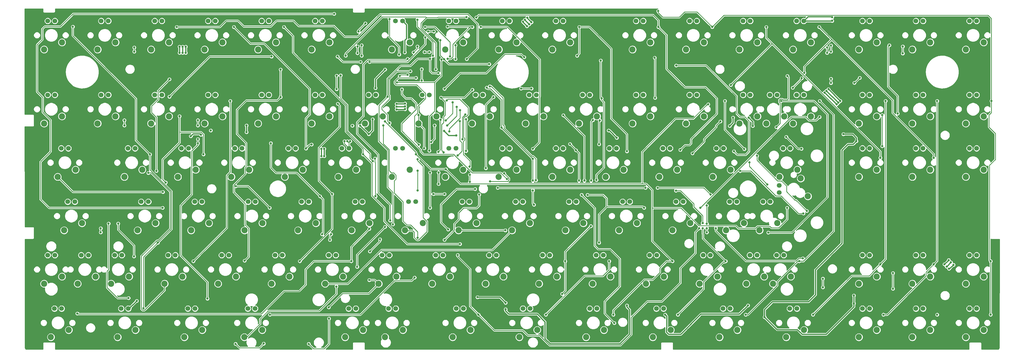
<source format=gbr>
G04 #@! TF.GenerationSoftware,KiCad,Pcbnew,5.1.5-52549c5~84~ubuntu16.04.1*
G04 #@! TF.CreationDate,2019-12-22T20:02:01+06:00*
G04 #@! TF.ProjectId,wasd-keyboard,77617364-2d6b-4657-9962-6f6172642e6b,rev?*
G04 #@! TF.SameCoordinates,Original*
G04 #@! TF.FileFunction,Copper,L1,Top*
G04 #@! TF.FilePolarity,Positive*
%FSLAX46Y46*%
G04 Gerber Fmt 4.6, Leading zero omitted, Abs format (unit mm)*
G04 Created by KiCad (PCBNEW 5.1.5-52549c5~84~ubuntu16.04.1) date 2019-12-22 20:02:01*
%MOMM*%
%LPD*%
G04 APERTURE LIST*
%ADD10C,2.200000*%
%ADD11C,1.700000*%
%ADD12C,0.800000*%
%ADD13C,0.400000*%
%ADD14C,0.250000*%
%ADD15C,0.254000*%
G04 APERTURE END LIST*
D10*
X57500000Y-117000000D03*
X63850000Y-114460000D03*
D11*
X58770000Y-106840000D03*
X61310000Y-106840000D03*
D10*
X76500000Y-117000000D03*
X82850000Y-114460000D03*
D11*
X77770000Y-106840000D03*
X80310000Y-106840000D03*
D10*
X95500000Y-117000000D03*
X101850000Y-114460000D03*
D11*
X96770000Y-106840000D03*
X99310000Y-106840000D03*
D10*
X114500000Y-117000000D03*
X120850000Y-114460000D03*
D11*
X115770000Y-106840000D03*
X118310000Y-106840000D03*
D10*
X133500000Y-117000000D03*
X139850000Y-114460000D03*
D11*
X134770000Y-106840000D03*
X137310000Y-106840000D03*
X156310000Y-106840000D03*
X153770000Y-106840000D03*
D10*
X158850000Y-114460000D03*
X152500000Y-117000000D03*
D11*
X184810000Y-106840000D03*
X182270000Y-106840000D03*
D10*
X187350000Y-114460000D03*
X181000000Y-117000000D03*
X200000000Y-117000000D03*
X206350000Y-114460000D03*
D11*
X201270000Y-106840000D03*
X203810000Y-106840000D03*
X222810000Y-106840000D03*
X220270000Y-106840000D03*
D10*
X225350000Y-114460000D03*
X219000000Y-117000000D03*
X238000000Y-117000000D03*
X244350000Y-114460000D03*
D11*
X239270000Y-106840000D03*
X241810000Y-106840000D03*
D10*
X266500000Y-117000000D03*
X272850000Y-114460000D03*
D11*
X267770000Y-106840000D03*
X270310000Y-106840000D03*
X289310000Y-106840000D03*
X286770000Y-106840000D03*
D10*
X291850000Y-114460000D03*
X285500000Y-117000000D03*
X304500000Y-117000000D03*
X310850000Y-114460000D03*
D11*
X305770000Y-106840000D03*
X308310000Y-106840000D03*
X327310000Y-106840000D03*
X324770000Y-106840000D03*
D10*
X329850000Y-114460000D03*
X323500000Y-117000000D03*
D11*
X350710000Y-106840000D03*
X348170000Y-106840000D03*
D10*
X353250000Y-114460000D03*
X346900000Y-117000000D03*
X365900000Y-117000000D03*
X372250000Y-114460000D03*
D11*
X367170000Y-106840000D03*
X369710000Y-106840000D03*
X388710000Y-106840000D03*
X386170000Y-106840000D03*
D10*
X391250000Y-114460000D03*
X384900000Y-117000000D03*
D11*
X61310000Y-133140000D03*
X58770000Y-133140000D03*
D10*
X63850000Y-140760000D03*
X57500000Y-143300000D03*
X76500000Y-143300000D03*
X82850000Y-140760000D03*
D11*
X77770000Y-133140000D03*
X80310000Y-133140000D03*
X99310000Y-133140000D03*
X96770000Y-133140000D03*
D10*
X101850000Y-140760000D03*
X95500000Y-143300000D03*
X114500000Y-143300000D03*
X120850000Y-140760000D03*
D11*
X115770000Y-133140000D03*
X118310000Y-133140000D03*
D10*
X133500000Y-143300000D03*
X139850000Y-140760000D03*
D11*
X134770000Y-133140000D03*
X137310000Y-133140000D03*
D10*
X152500000Y-143300000D03*
X158850000Y-140760000D03*
D11*
X153770000Y-133140000D03*
X156310000Y-133140000D03*
D10*
X171500000Y-143300000D03*
X177850000Y-140760000D03*
D11*
X172770000Y-133140000D03*
X175310000Y-133140000D03*
X194310000Y-133140000D03*
X191770000Y-133140000D03*
D10*
X196850000Y-140760000D03*
X190500000Y-143300000D03*
X209500000Y-143300000D03*
X215850000Y-140760000D03*
D11*
X210770000Y-133140000D03*
X213310000Y-133140000D03*
D10*
X228500000Y-143300000D03*
X234850000Y-140760000D03*
D11*
X229770000Y-133140000D03*
X232310000Y-133140000D03*
D10*
X247500000Y-143300000D03*
X253850000Y-140760000D03*
D11*
X248770000Y-133140000D03*
X251310000Y-133140000D03*
D10*
X266500000Y-143300000D03*
X272850000Y-140760000D03*
D11*
X267770000Y-133140000D03*
X270310000Y-133140000D03*
D10*
X285500000Y-143300000D03*
X291850000Y-140760000D03*
D11*
X286770000Y-133140000D03*
X289310000Y-133140000D03*
D10*
X304500000Y-143300000D03*
X310850000Y-140760000D03*
D11*
X305770000Y-133140000D03*
X308310000Y-133140000D03*
D10*
X323500000Y-143300000D03*
X329850000Y-140760000D03*
D11*
X324770000Y-133140000D03*
X327310000Y-133140000D03*
D10*
X346900000Y-143300000D03*
X353250000Y-140760000D03*
D11*
X348170000Y-133140000D03*
X350710000Y-133140000D03*
D10*
X365900000Y-143300000D03*
X372250000Y-140760000D03*
D11*
X367170000Y-133140000D03*
X369710000Y-133140000D03*
X388710000Y-133140000D03*
X386170000Y-133140000D03*
D10*
X391250000Y-140760000D03*
X384900000Y-143300000D03*
D11*
X89810000Y-152140000D03*
X87270000Y-152140000D03*
D10*
X92350000Y-159760000D03*
X86000000Y-162300000D03*
D11*
X108810000Y-152140000D03*
X106270000Y-152140000D03*
D10*
X111350000Y-159760000D03*
X105000000Y-162300000D03*
D11*
X127810000Y-152140000D03*
X125270000Y-152140000D03*
D10*
X130350000Y-159760000D03*
X124000000Y-162300000D03*
D11*
X146810000Y-152140000D03*
X144270000Y-152140000D03*
D10*
X149350000Y-159760000D03*
X143000000Y-162300000D03*
D11*
X165810000Y-152140000D03*
X163270000Y-152140000D03*
D10*
X168350000Y-159760000D03*
X162000000Y-162300000D03*
X181000000Y-162300000D03*
X187350000Y-159760000D03*
D11*
X182270000Y-152140000D03*
X184810000Y-152140000D03*
X203810000Y-152140000D03*
X201270000Y-152140000D03*
D10*
X206350000Y-159760000D03*
X200000000Y-162300000D03*
D11*
X222810000Y-152140000D03*
X220270000Y-152140000D03*
D10*
X225350000Y-159760000D03*
X219000000Y-162300000D03*
D11*
X241810000Y-152140000D03*
X239270000Y-152140000D03*
D10*
X244350000Y-159760000D03*
X238000000Y-162300000D03*
D11*
X260810000Y-152140000D03*
X258270000Y-152140000D03*
D10*
X263350000Y-159760000D03*
X257000000Y-162300000D03*
D11*
X279810000Y-152140000D03*
X277270000Y-152140000D03*
D10*
X282350000Y-159760000D03*
X276000000Y-162300000D03*
D11*
X298810000Y-152140000D03*
X296270000Y-152140000D03*
D10*
X301350000Y-159760000D03*
X295000000Y-162300000D03*
X346900000Y-162300000D03*
X353250000Y-159760000D03*
D11*
X348170000Y-152140000D03*
X350710000Y-152140000D03*
D10*
X365900000Y-162300000D03*
X372250000Y-159760000D03*
D11*
X367170000Y-152140000D03*
X369710000Y-152140000D03*
D10*
X384900000Y-162300000D03*
X391250000Y-159760000D03*
D11*
X386170000Y-152140000D03*
X388710000Y-152140000D03*
D10*
X90700000Y-181300000D03*
X97050000Y-178760000D03*
D11*
X91970000Y-171140000D03*
X94510000Y-171140000D03*
D10*
X109700000Y-181300000D03*
X116050000Y-178760000D03*
D11*
X110970000Y-171140000D03*
X113510000Y-171140000D03*
D10*
X128700000Y-181300000D03*
X135050000Y-178760000D03*
D11*
X129970000Y-171140000D03*
X132510000Y-171140000D03*
D10*
X147700000Y-181300000D03*
X154050000Y-178760000D03*
D11*
X148970000Y-171140000D03*
X151510000Y-171140000D03*
D10*
X166700000Y-181300000D03*
X173050000Y-178760000D03*
D11*
X167970000Y-171140000D03*
X170510000Y-171140000D03*
D10*
X185700000Y-181300000D03*
X192050000Y-178760000D03*
D11*
X186970000Y-171140000D03*
X189510000Y-171140000D03*
D10*
X204700000Y-181300000D03*
X211050000Y-178760000D03*
D11*
X205970000Y-171140000D03*
X208510000Y-171140000D03*
D10*
X223700000Y-181300000D03*
X230050000Y-178760000D03*
D11*
X224970000Y-171140000D03*
X227510000Y-171140000D03*
D10*
X242700000Y-181300000D03*
X249050000Y-178760000D03*
D11*
X243970000Y-171140000D03*
X246510000Y-171140000D03*
X265510000Y-171140000D03*
X262970000Y-171140000D03*
D10*
X268050000Y-178760000D03*
X261700000Y-181300000D03*
D11*
X284510000Y-171140000D03*
X281970000Y-171140000D03*
D10*
X287050000Y-178760000D03*
X280700000Y-181300000D03*
D11*
X303510000Y-171140000D03*
X300970000Y-171140000D03*
D10*
X306050000Y-178760000D03*
X299700000Y-181300000D03*
D11*
X61310000Y-190140000D03*
X58770000Y-190140000D03*
D10*
X63850000Y-197760000D03*
X57500000Y-200300000D03*
D11*
X85110000Y-190140000D03*
X82570000Y-190140000D03*
D10*
X87650000Y-197760000D03*
X81300000Y-200300000D03*
D11*
X104110000Y-190140000D03*
X101570000Y-190140000D03*
D10*
X106650000Y-197760000D03*
X100300000Y-200300000D03*
D11*
X123110000Y-190140000D03*
X120570000Y-190140000D03*
D10*
X125650000Y-197760000D03*
X119300000Y-200300000D03*
D11*
X142110000Y-190140000D03*
X139570000Y-190140000D03*
D10*
X144650000Y-197760000D03*
X138300000Y-200300000D03*
D11*
X161110000Y-190140000D03*
X158570000Y-190140000D03*
D10*
X163650000Y-197760000D03*
X157300000Y-200300000D03*
D11*
X180110000Y-190140000D03*
X177570000Y-190140000D03*
D10*
X182650000Y-197760000D03*
X176300000Y-200300000D03*
D11*
X199110000Y-190140000D03*
X196570000Y-190140000D03*
D10*
X201650000Y-197760000D03*
X195300000Y-200300000D03*
D11*
X218110000Y-190140000D03*
X215570000Y-190140000D03*
D10*
X220650000Y-197760000D03*
X214300000Y-200300000D03*
D11*
X237110000Y-190140000D03*
X234570000Y-190140000D03*
D10*
X239650000Y-197760000D03*
X233300000Y-200300000D03*
D11*
X256110000Y-190140000D03*
X253570000Y-190140000D03*
D10*
X258650000Y-197760000D03*
X252300000Y-200300000D03*
D11*
X275110000Y-190140000D03*
X272570000Y-190140000D03*
D10*
X277650000Y-197760000D03*
X271300000Y-200300000D03*
X290300000Y-200300000D03*
X296650000Y-197760000D03*
D11*
X291570000Y-190140000D03*
X294110000Y-190140000D03*
X350710000Y-190140000D03*
X348170000Y-190140000D03*
D10*
X353250000Y-197760000D03*
X346900000Y-200300000D03*
D11*
X369710000Y-190140000D03*
X367170000Y-190140000D03*
D10*
X372250000Y-197760000D03*
X365900000Y-200300000D03*
X384900000Y-200300000D03*
X391250000Y-197760000D03*
D11*
X386170000Y-190140000D03*
X388710000Y-190140000D03*
D10*
X128600000Y-219300000D03*
X134950000Y-216760000D03*
D11*
X129870000Y-209140000D03*
X132410000Y-209140000D03*
D10*
X314000000Y-143300000D03*
X320350000Y-140760000D03*
D11*
X315270000Y-133140000D03*
X317810000Y-133140000D03*
D10*
X62300000Y-162300000D03*
X68650000Y-159760000D03*
D11*
X63570000Y-152140000D03*
X66110000Y-152140000D03*
D10*
X64600000Y-181300000D03*
X70950000Y-178760000D03*
D11*
X65870000Y-171140000D03*
X68410000Y-171140000D03*
D10*
X318700000Y-162300000D03*
X325050000Y-159760000D03*
D11*
X319970000Y-152140000D03*
X322510000Y-152140000D03*
D10*
X69400000Y-200300000D03*
X75750000Y-197760000D03*
D11*
X70670000Y-190140000D03*
X73210000Y-190140000D03*
D10*
X306900000Y-200300000D03*
X313250000Y-197760000D03*
D11*
X310710000Y-190140000D03*
X308170000Y-190140000D03*
D10*
X316400000Y-200300000D03*
X322750000Y-197760000D03*
D11*
X317670000Y-190140000D03*
X320210000Y-190140000D03*
D10*
X365900000Y-219300000D03*
X372250000Y-216760000D03*
D11*
X367170000Y-209140000D03*
X369710000Y-209140000D03*
D10*
X384900000Y-219300000D03*
X391250000Y-216760000D03*
D11*
X386170000Y-209140000D03*
X388710000Y-209140000D03*
X61170000Y-209140000D03*
X63710000Y-209140000D03*
D10*
X66250000Y-216760000D03*
X59900000Y-219300000D03*
X83600000Y-219300000D03*
X89950000Y-216760000D03*
D11*
X87410000Y-209140000D03*
X84870000Y-209140000D03*
D10*
X107300000Y-219300000D03*
X113650000Y-216760000D03*
D11*
X111110000Y-209140000D03*
X108570000Y-209140000D03*
D10*
X178600000Y-219300000D03*
X184950000Y-216760000D03*
D11*
X179870000Y-209140000D03*
X182410000Y-209140000D03*
D10*
X250000000Y-219300000D03*
X256350000Y-216760000D03*
D11*
X253810000Y-209140000D03*
X251270000Y-209140000D03*
X274970000Y-209140000D03*
X277510000Y-209140000D03*
D10*
X280050000Y-216760000D03*
X273700000Y-219300000D03*
X297400000Y-219300000D03*
X303750000Y-216760000D03*
D11*
X301210000Y-209140000D03*
X298670000Y-209140000D03*
X322370000Y-209140000D03*
X324910000Y-209140000D03*
D10*
X327450000Y-216760000D03*
X321100000Y-219300000D03*
X346900000Y-219300000D03*
X353250000Y-216760000D03*
D11*
X348170000Y-209140000D03*
X350710000Y-209140000D03*
D10*
X202600000Y-219300000D03*
X208950000Y-216760000D03*
D11*
X206410000Y-209140000D03*
X203870000Y-209140000D03*
X227570000Y-209140000D03*
X230110000Y-209140000D03*
D10*
X232650000Y-216760000D03*
X226300000Y-219300000D03*
X164400000Y-219300000D03*
X170750000Y-216760000D03*
D11*
X168210000Y-209140000D03*
X165670000Y-209140000D03*
D10*
X311600000Y-181300000D03*
X317950000Y-178760000D03*
D11*
X312870000Y-171140000D03*
X315410000Y-171140000D03*
D10*
X328800000Y-169200000D03*
X326260000Y-162850000D03*
D11*
X318640000Y-167930000D03*
X318640000Y-165390000D03*
D12*
X221400000Y-207100000D03*
X211400000Y-205100000D03*
X264500000Y-208000000D03*
X221400000Y-209400000D03*
X278100000Y-211300000D03*
X307500000Y-208000000D03*
X313400000Y-212200000D03*
X345100000Y-207325000D03*
X345100000Y-204500000D03*
X346000000Y-149600000D03*
X109600000Y-147800000D03*
X113187347Y-147312653D03*
X116700000Y-145800000D03*
X129400000Y-146400000D03*
X129400000Y-144025000D03*
X167000000Y-144100000D03*
X169800000Y-144100000D03*
X172800000Y-147100000D03*
X174200000Y-141800000D03*
X175200000Y-130700000D03*
X178600000Y-124100000D03*
X258000000Y-145800000D03*
X260900000Y-148400000D03*
X309200000Y-144200000D03*
X307762653Y-141237347D03*
X302200000Y-141200000D03*
X301000000Y-144200000D03*
X341400000Y-147100000D03*
X203900000Y-147600000D03*
X199600000Y-146000000D03*
X67700000Y-108900000D03*
X95100000Y-154300000D03*
X97900000Y-185700000D03*
X92800000Y-209000000D03*
X209600000Y-131300000D03*
X198500000Y-134100000D03*
X321500000Y-126400000D03*
X317600000Y-144600000D03*
X321100000Y-148100000D03*
X326500000Y-152300000D03*
X197600000Y-164800000D03*
X197600000Y-160800000D03*
X199400000Y-153575000D03*
X354500000Y-155500000D03*
X314000000Y-109000000D03*
X89500000Y-116275000D03*
X89500000Y-117725000D03*
X112100000Y-142124990D03*
X112100000Y-144025000D03*
X112100000Y-148875000D03*
X112100000Y-150325000D03*
X115500000Y-205600000D03*
X214700000Y-130575000D03*
X231100000Y-163600000D03*
X231500000Y-172200000D03*
X231100000Y-167100000D03*
X220000000Y-144800000D03*
X231100000Y-155900000D03*
X254600000Y-150700000D03*
X254900000Y-142200000D03*
X301400000Y-129600000D03*
X373500000Y-155500000D03*
X332800000Y-109000000D03*
X189100000Y-198100000D03*
X137700000Y-211300000D03*
X327499001Y-125275693D03*
X252400000Y-142100000D03*
X251800000Y-163600000D03*
X104600000Y-109000000D03*
X207600000Y-120400000D03*
X217100000Y-133900000D03*
X214400000Y-159200000D03*
X208700219Y-161575000D03*
X208700000Y-164070526D03*
X241500000Y-203925000D03*
X242600000Y-192300000D03*
X150500000Y-152200000D03*
X124900000Y-109000000D03*
X255500000Y-134400000D03*
X253700000Y-163400000D03*
X251700000Y-179800000D03*
X255200000Y-120900000D03*
X205212653Y-138587347D03*
X152500000Y-150800000D03*
X201400000Y-146100000D03*
X362500000Y-115900000D03*
X362500000Y-118400000D03*
X347200000Y-127100000D03*
X345300000Y-128854999D03*
X332900000Y-141000000D03*
X290600000Y-173300000D03*
X290200000Y-180575000D03*
X211800000Y-211300000D03*
X142700000Y-109000000D03*
X170800000Y-154300000D03*
X205200000Y-186200000D03*
X204400000Y-190100000D03*
X204075000Y-137400000D03*
X200700000Y-144025000D03*
X196200000Y-144025000D03*
X195025000Y-149900000D03*
X235700000Y-211300000D03*
X258197347Y-192297347D03*
X160500000Y-104300000D03*
X99600000Y-173300000D03*
X203600000Y-120400000D03*
X203600000Y-115500000D03*
X314400000Y-165000000D03*
X308000000Y-157100000D03*
X306200000Y-152400000D03*
X299300000Y-135300000D03*
X274374999Y-119925001D03*
X274500000Y-134200000D03*
X192800000Y-109000000D03*
X282600000Y-211300000D03*
X299600000Y-192300000D03*
X314700000Y-182100000D03*
X319300000Y-135300000D03*
X207400000Y-141800000D03*
X207400000Y-153100000D03*
X201700000Y-119500000D03*
X281912893Y-167187588D03*
X291400000Y-178700000D03*
X291400000Y-180575000D03*
X201000000Y-181000000D03*
X210600000Y-166600000D03*
X215900000Y-163900000D03*
X220897654Y-161072348D03*
X77600000Y-182025000D03*
X77600000Y-180575000D03*
X86000000Y-144025000D03*
X86000000Y-142124990D03*
X200875000Y-120300000D03*
X209600000Y-109000000D03*
X137600000Y-173300000D03*
X125600000Y-165600000D03*
X231100000Y-152300000D03*
X212600000Y-109000000D03*
X102000000Y-133800000D03*
X138300000Y-119500000D03*
X161700000Y-119500000D03*
X169900000Y-121400000D03*
X173100000Y-121424999D03*
X192900000Y-112700000D03*
X193900000Y-110600000D03*
X195900000Y-110600000D03*
X200800000Y-108900000D03*
X306700000Y-211300000D03*
X325700000Y-192300000D03*
X333000000Y-135300000D03*
X199600000Y-120500000D03*
X337000000Y-115550000D03*
X337000000Y-117725000D03*
X337000000Y-127404999D03*
X337000000Y-128900000D03*
X198200000Y-113700000D03*
X105600000Y-140700000D03*
X100700000Y-164300000D03*
X83800000Y-178900000D03*
X89400000Y-190600000D03*
X155500000Y-169200000D03*
X138000000Y-150325000D03*
X114100000Y-154300000D03*
X215600000Y-122200000D03*
X215800000Y-130100000D03*
X232200000Y-163500000D03*
X212012653Y-168587347D03*
X199700000Y-184700000D03*
X159000000Y-184700000D03*
X159400000Y-182700000D03*
X156200000Y-182700000D03*
X355600000Y-211300000D03*
X373500000Y-193400000D03*
X374700000Y-135300000D03*
X359000000Y-202100000D03*
X359000000Y-196500000D03*
X327200000Y-175300000D03*
X304712653Y-160212653D03*
X264500000Y-153200000D03*
X247600000Y-109000000D03*
X246800000Y-119200000D03*
X200512653Y-135087347D03*
X208600000Y-158700000D03*
X175000000Y-155800000D03*
X175219789Y-169194484D03*
X374700000Y-211300000D03*
X328400000Y-174400000D03*
X310700000Y-154800000D03*
X141500000Y-133900000D03*
X128700000Y-192100000D03*
X196600000Y-124000000D03*
X275700000Y-109000000D03*
X211000000Y-105600000D03*
X207500000Y-105500000D03*
X141500000Y-124100000D03*
X164600000Y-119200000D03*
X283500000Y-152700000D03*
X194600000Y-173300000D03*
X194600000Y-160800000D03*
X197500000Y-153400000D03*
X198300000Y-142000000D03*
X393700000Y-211300000D03*
X393700000Y-192300000D03*
X394000000Y-135300000D03*
X294800000Y-109000000D03*
X195600000Y-119225000D03*
X190100000Y-106400000D03*
X275600000Y-103300000D03*
X171600000Y-107700000D03*
X169200000Y-110600000D03*
X168800000Y-115900000D03*
X168800000Y-118300000D03*
X161400000Y-126300000D03*
X161400000Y-131100000D03*
X161800000Y-136300000D03*
X148300000Y-192300000D03*
X159800000Y-168400000D03*
X195800000Y-168400000D03*
X199700000Y-168400000D03*
X335600000Y-116275000D03*
X335600000Y-118200000D03*
X326600000Y-127200000D03*
X297699847Y-142574847D03*
X287800000Y-153900000D03*
X254600000Y-185700000D03*
X270600000Y-173300000D03*
X323400000Y-130600000D03*
X241900000Y-140400000D03*
X249400000Y-163600000D03*
X250500000Y-168700000D03*
X226900000Y-130900000D03*
X230600000Y-130900000D03*
X207100000Y-140100000D03*
X206100000Y-148900000D03*
X178600000Y-142575000D03*
X189600000Y-154300000D03*
X280700000Y-192300000D03*
X259700000Y-211300000D03*
X321400000Y-173300000D03*
X293400000Y-136500000D03*
X202600000Y-135800000D03*
X200125000Y-142200000D03*
X205200000Y-142500000D03*
X204412154Y-154687846D03*
X200200000Y-159600000D03*
X330600000Y-211300000D03*
X354500000Y-193400000D03*
X356400000Y-135300000D03*
X123600000Y-135300000D03*
X110500000Y-192300000D03*
X182800000Y-128700000D03*
X198600000Y-120600000D03*
X194300000Y-153000000D03*
X244300000Y-150600000D03*
X246400000Y-152800000D03*
X247500000Y-163600000D03*
X248400000Y-168700000D03*
X260000000Y-214300000D03*
X166600000Y-192300000D03*
X69300000Y-210900000D03*
X194600000Y-120300000D03*
X179500000Y-133800000D03*
X181400000Y-179200000D03*
X173000000Y-180800000D03*
X302500000Y-153200000D03*
X282000000Y-122700000D03*
X228000000Y-119700000D03*
X197500000Y-125400000D03*
X199700000Y-131000000D03*
X194325000Y-117900000D03*
X192600000Y-117900000D03*
X99700000Y-167675000D03*
X190200000Y-167100000D03*
X190200000Y-160100000D03*
X192500000Y-152100000D03*
X191600000Y-124000000D03*
X191600000Y-127975000D03*
X190500000Y-140300000D03*
X188700000Y-118000000D03*
X190100000Y-115900000D03*
X170300000Y-115500000D03*
X170300000Y-119200000D03*
X162800000Y-126200000D03*
X174262653Y-156737347D03*
X292900000Y-172500000D03*
X292900000Y-178975000D03*
X292900000Y-180575000D03*
X292900000Y-182025000D03*
X221300000Y-181300000D03*
X189600000Y-127100000D03*
X190600000Y-150900000D03*
X190200000Y-156000000D03*
X186600000Y-126000000D03*
X183800000Y-126375000D03*
X102000000Y-127600000D03*
X97400000Y-160200000D03*
X94500000Y-160900000D03*
X125500000Y-221700000D03*
X135500000Y-221600000D03*
X151500000Y-221700000D03*
X158700000Y-212700000D03*
X158600000Y-208700000D03*
X187600000Y-124700000D03*
X180187806Y-143137500D03*
X178000000Y-144025000D03*
X190200000Y-183975000D03*
X176800000Y-184524990D03*
X173200000Y-188800000D03*
X173000000Y-199000000D03*
X186600000Y-120300000D03*
X180400000Y-177800000D03*
X178600000Y-180100000D03*
X168700000Y-194300000D03*
X161300000Y-201300000D03*
X181300000Y-132800000D03*
X181300000Y-131800000D03*
X181300000Y-130800000D03*
X177600000Y-131900000D03*
X177600000Y-132900000D03*
X177600000Y-130900000D03*
X197400000Y-116300000D03*
X197400000Y-114600000D03*
X54300000Y-107000000D03*
X73200000Y-107000000D03*
X92200000Y-107000000D03*
X111200000Y-107000000D03*
X129900000Y-107000000D03*
X148800000Y-107000000D03*
X177100000Y-107000000D03*
X195800000Y-107000000D03*
X215000000Y-107000000D03*
X233900000Y-107000000D03*
X263000000Y-107000000D03*
X282000000Y-107000000D03*
X301000000Y-107000000D03*
X319900000Y-107000000D03*
X343000000Y-107000000D03*
X361900000Y-107000000D03*
X380800000Y-107000000D03*
X53900000Y-133300000D03*
X72700000Y-133300000D03*
X58300000Y-152300000D03*
X91900000Y-133300000D03*
X110500000Y-133300000D03*
X129400000Y-133300000D03*
X148300000Y-133300000D03*
X167400000Y-133300000D03*
X74500000Y-132000000D03*
X93500000Y-131400000D03*
X187000000Y-133300000D03*
X205900000Y-133300000D03*
X225000000Y-133300000D03*
X243900000Y-133300000D03*
X262700000Y-133300000D03*
X281700000Y-133300000D03*
X300800000Y-133300000D03*
X320200000Y-133300000D03*
X342900000Y-133300000D03*
X362000000Y-133300000D03*
X381000000Y-133300000D03*
X101200000Y-152300000D03*
X102500000Y-151100000D03*
X82200000Y-152300000D03*
X83500000Y-153800000D03*
X120000000Y-152300000D03*
X139000000Y-152300000D03*
X158100000Y-152300000D03*
X177200000Y-152300000D03*
X196000000Y-152300000D03*
X215200000Y-152300000D03*
X234000000Y-152300000D03*
X252800000Y-152300000D03*
X272100000Y-152300000D03*
X291200000Y-152300000D03*
X315000000Y-152300000D03*
X343100000Y-152300000D03*
X362000000Y-152300000D03*
X381200000Y-152300000D03*
X60900000Y-171300000D03*
X87000000Y-171300000D03*
X105900000Y-171300000D03*
X107500000Y-169900000D03*
X88500000Y-169900000D03*
X54200000Y-190300000D03*
X78200000Y-190300000D03*
X97200000Y-190300000D03*
X116200000Y-190300000D03*
X135200000Y-190300000D03*
X153900000Y-190300000D03*
X173000000Y-190300000D03*
X191800000Y-190300000D03*
X211000000Y-190300000D03*
X230000000Y-190300000D03*
X248900000Y-190300000D03*
X267800000Y-190300000D03*
X286900000Y-190300000D03*
X313300000Y-190300000D03*
X343200000Y-190300000D03*
X362300000Y-190300000D03*
X381200000Y-190300000D03*
X56200000Y-209300000D03*
X80100000Y-209300000D03*
X104200000Y-209300000D03*
X125100000Y-209300000D03*
X174300000Y-209300000D03*
X199200000Y-209300000D03*
X223200000Y-209300000D03*
X246200000Y-209300000D03*
X270100000Y-209300000D03*
X294100000Y-209300000D03*
X317300000Y-209300000D03*
X343100000Y-209300000D03*
X362200000Y-209300000D03*
X381200000Y-209300000D03*
X329000000Y-202800000D03*
X308400000Y-171300000D03*
X297500000Y-172500000D03*
X182300000Y-171300000D03*
X163300000Y-171300000D03*
X144400000Y-171300000D03*
X125400000Y-171300000D03*
X201400000Y-171300000D03*
X220300000Y-171300000D03*
X239400000Y-171300000D03*
X258300000Y-171300000D03*
X277300000Y-171300000D03*
X194500000Y-116275000D03*
X192500000Y-141000000D03*
X157000000Y-152300000D03*
X156000000Y-152300000D03*
X157000000Y-154900000D03*
X156000000Y-154900000D03*
X227600000Y-107100000D03*
X228300000Y-106400000D03*
X229100000Y-105700000D03*
X229000000Y-108700000D03*
X229800000Y-108000000D03*
X230600000Y-107300000D03*
X377300000Y-193400000D03*
X378100000Y-194200000D03*
X378900000Y-195000000D03*
X380500000Y-193600000D03*
X379600000Y-192700000D03*
X378800000Y-191900000D03*
X105600000Y-116000000D03*
X106700000Y-116000000D03*
X107800000Y-116000000D03*
X105600000Y-118200000D03*
X107800000Y-118200000D03*
X106700000Y-118200000D03*
X182700000Y-138300000D03*
X182700000Y-137300000D03*
X182700000Y-136300000D03*
X185700000Y-136200000D03*
X185700000Y-137200000D03*
X185700000Y-138200000D03*
X335400000Y-131700000D03*
X336100000Y-131100000D03*
X339000000Y-136500000D03*
X185600000Y-118000000D03*
X334700000Y-132300000D03*
X339600000Y-135900000D03*
X340300000Y-135300000D03*
X164200000Y-149600000D03*
X165200000Y-149600000D03*
X166200000Y-149600000D03*
X90400000Y-206400000D03*
X337400000Y-105525000D03*
X337400000Y-106800000D03*
X183600000Y-118800000D03*
X180177905Y-106145151D03*
X357700000Y-115500000D03*
X360700000Y-139800000D03*
X355200000Y-140300000D03*
X355200000Y-151400000D03*
X80400000Y-178900000D03*
X87500000Y-205400000D03*
X184600000Y-131200000D03*
X221900000Y-163100000D03*
X218600000Y-166200000D03*
X271100000Y-166200000D03*
X275400000Y-166200000D03*
X294200000Y-168600000D03*
X296100000Y-180575000D03*
X327000000Y-191300000D03*
X334100000Y-198500000D03*
X334100000Y-201600000D03*
D13*
X219400000Y-205100000D02*
X221400000Y-207100000D01*
X211400000Y-205100000D02*
X219400000Y-205100000D01*
X264500000Y-208565685D02*
X265474990Y-209540675D01*
X264500000Y-208000000D02*
X264500000Y-208565685D01*
X265474990Y-209540675D02*
X265474990Y-218182534D01*
X265474990Y-218182534D02*
X261982534Y-221674990D01*
X261982534Y-221674990D02*
X237217466Y-221674990D01*
X237217466Y-221674990D02*
X235400000Y-219857524D01*
X235400000Y-213849998D02*
X232650002Y-211100000D01*
X235400000Y-219857524D02*
X235400000Y-213849998D01*
X232650002Y-211100000D02*
X222500000Y-211100000D01*
X221400000Y-210000000D02*
X221400000Y-209400000D01*
X222500000Y-211100000D02*
X221400000Y-210000000D01*
X278549999Y-217480001D02*
X279329999Y-218260001D01*
X278100000Y-211300000D02*
X278640001Y-211840001D01*
X279329999Y-218260001D02*
X283639999Y-218260001D01*
X278640001Y-211840001D02*
X278640001Y-215949997D01*
X278640001Y-215949997D02*
X278549999Y-216039999D01*
X278549999Y-216039999D02*
X278549999Y-217480001D01*
X283639999Y-218260001D02*
X290800000Y-211100000D01*
X304400000Y-211100000D02*
X307500000Y-208000000D01*
X290800000Y-211100000D02*
X304400000Y-211100000D01*
X345100000Y-208484002D02*
X345100000Y-207325000D01*
X335324001Y-218260001D02*
X345100000Y-208484002D01*
X317820001Y-216620001D02*
X325089999Y-216620001D01*
X313400000Y-212200000D02*
X317820001Y-216620001D01*
X326729999Y-218260001D02*
X335324001Y-218260001D01*
X325089999Y-216620001D02*
X326729999Y-218260001D01*
X345100000Y-204500000D02*
X345100000Y-207325000D01*
X313400000Y-212200000D02*
X313400000Y-209500000D01*
X313400000Y-209500000D02*
X316200000Y-206700000D01*
X316200000Y-206700000D02*
X329000000Y-206700000D01*
X329000000Y-206700000D02*
X331500000Y-204200000D01*
X331500000Y-204200000D02*
X331500000Y-195300000D01*
X331500000Y-195300000D02*
X340900000Y-185900000D01*
X344900000Y-150700000D02*
X346000000Y-149600000D01*
X340900000Y-152800000D02*
X343000000Y-150700000D01*
X340900000Y-185900000D02*
X340900000Y-152800000D01*
X343000000Y-150700000D02*
X344900000Y-150700000D01*
X109600000Y-147800000D02*
X110400000Y-147000000D01*
X112874694Y-147000000D02*
X113187347Y-147312653D01*
X110400000Y-147000000D02*
X112874694Y-147000000D01*
X129400000Y-146400000D02*
X129400000Y-144025000D01*
X169800000Y-144100000D02*
X172800000Y-147100000D01*
X172800000Y-147100000D02*
X173199999Y-146700001D01*
X174200000Y-145700000D02*
X174200000Y-141800000D01*
X173199999Y-146700001D02*
X174200000Y-145700000D01*
X178600000Y-124100000D02*
X175200000Y-127500000D01*
X175200000Y-127500000D02*
X175200000Y-127600000D01*
X175200000Y-130700000D02*
X175200000Y-127600000D01*
X258300000Y-145800000D02*
X260900000Y-148400000D01*
X258000000Y-145800000D02*
X258300000Y-145800000D01*
X309200000Y-142674694D02*
X307762653Y-141237347D01*
X309200000Y-144200000D02*
X309200000Y-142674694D01*
X302200000Y-143000000D02*
X301000000Y-144200000D01*
X302200000Y-141200000D02*
X302200000Y-143000000D01*
X341400000Y-147100000D02*
X344700000Y-147100000D01*
X346000000Y-148400000D02*
X346000000Y-149600000D01*
X344700000Y-147100000D02*
X346000000Y-148400000D01*
X201200000Y-147600000D02*
X199600000Y-146000000D01*
X203900000Y-147600000D02*
X201200000Y-147600000D01*
D14*
X67700000Y-108900000D02*
X67700000Y-112100000D01*
X67700000Y-112100000D02*
X90100000Y-134500000D01*
X90100000Y-134500000D02*
X90100000Y-149300000D01*
X90100000Y-149300000D02*
X95100000Y-154300000D01*
X102700000Y-180900000D02*
X102700000Y-167400000D01*
X95100000Y-159800000D02*
X95100000Y-154300000D01*
X102700000Y-167400000D02*
X95100000Y-159800000D01*
X97900000Y-185700000D02*
X102700000Y-180900000D01*
X97900000Y-185700000D02*
X92800000Y-190800000D01*
X92800000Y-190800000D02*
X92800000Y-209000000D01*
X206800000Y-134100000D02*
X209600000Y-131300000D01*
X198500000Y-134100000D02*
X206800000Y-134100000D01*
X318924999Y-143275001D02*
X317600000Y-144600000D01*
X321500000Y-134849990D02*
X319922992Y-134849990D01*
X318574999Y-134951999D02*
X318574999Y-135648001D01*
X319922992Y-134849990D02*
X319648001Y-134574999D01*
X321899999Y-126799999D02*
X321899999Y-134449991D01*
X321899999Y-134449991D02*
X321500000Y-134849990D01*
X318574999Y-135648001D02*
X318924999Y-135998001D01*
X321500000Y-126400000D02*
X321899999Y-126799999D01*
X319648001Y-134574999D02*
X318951999Y-134574999D01*
X318951999Y-134574999D02*
X318574999Y-134951999D01*
X318924999Y-135998001D02*
X318924999Y-143275001D01*
X325300000Y-152300000D02*
X326500000Y-152300000D01*
X321100000Y-148100000D02*
X325300000Y-152300000D01*
X197600000Y-164800000D02*
X197600000Y-160800000D01*
X198750010Y-152925010D02*
X199400000Y-153575000D01*
X199400000Y-143000000D02*
X198750010Y-143649990D01*
X198500000Y-134100000D02*
X200000000Y-135600000D01*
X198750010Y-143649990D02*
X198750010Y-152925010D01*
X200000000Y-135600000D02*
X200000000Y-140300000D01*
X199400000Y-140900000D02*
X199400000Y-143000000D01*
X200000000Y-140300000D02*
X199400000Y-140900000D01*
X314000000Y-112801998D02*
X314000000Y-109000000D01*
X354500000Y-155500000D02*
X354500000Y-153301998D01*
X89500000Y-116275000D02*
X89500000Y-117725000D01*
X112100000Y-142124990D02*
X112100000Y-144025000D01*
X112100000Y-148875000D02*
X112100000Y-150325000D01*
X109924999Y-153065686D02*
X112100000Y-150890685D01*
X109924999Y-168548003D02*
X109924999Y-153065686D01*
X112100000Y-150890685D02*
X112100000Y-150325000D01*
X105984999Y-172488003D02*
X109924999Y-168548003D01*
X105984999Y-190275997D02*
X105984999Y-172488003D01*
X115500000Y-199790998D02*
X105984999Y-190275997D01*
X115500000Y-205600000D02*
X115500000Y-199790998D01*
X215099999Y-130974999D02*
X216074999Y-130974999D01*
X214700000Y-130575000D02*
X215099999Y-130974999D01*
X216074999Y-130974999D02*
X220000000Y-134900000D01*
X220000000Y-134900000D02*
X220000000Y-144800000D01*
X231100000Y-155900000D02*
X231100000Y-163600000D01*
X220000000Y-144800000D02*
X231100000Y-155900000D01*
X231100000Y-171800000D02*
X231100000Y-167100000D01*
X231500000Y-172200000D02*
X231100000Y-171800000D01*
X254600000Y-142500000D02*
X254900000Y-142200000D01*
X254600000Y-150700000D02*
X254600000Y-142500000D01*
X316100000Y-114900000D02*
X314000000Y-112801998D01*
X301400000Y-129600000D02*
X316100000Y-114900000D01*
X354500000Y-153301998D02*
X316100000Y-114900000D01*
X373500000Y-154190998D02*
X358900000Y-139590998D01*
X373500000Y-155500000D02*
X373500000Y-154190998D01*
X358900000Y-139590998D02*
X358900000Y-135100000D01*
X188014999Y-199185001D02*
X181965999Y-199185001D01*
X189100000Y-198100000D02*
X188014999Y-199185001D01*
X181965999Y-199185001D02*
X169851000Y-211300000D01*
X169851000Y-211300000D02*
X137700000Y-211300000D01*
X337200000Y-113400000D02*
X332800000Y-109000000D01*
X358900000Y-135100000D02*
X337200000Y-113400000D01*
X327499001Y-123100999D02*
X327499001Y-125275693D01*
X337200000Y-113400000D02*
X327499001Y-123100999D01*
X251800000Y-142700000D02*
X251800000Y-163600000D01*
X252400000Y-142100000D02*
X251800000Y-142700000D01*
X119900000Y-109000000D02*
X104600000Y-109000000D01*
X122100000Y-106800000D02*
X119900000Y-109000000D01*
X140000000Y-106800000D02*
X138000000Y-108800000D01*
X128400000Y-108800000D02*
X126400000Y-106800000D01*
X208000000Y-104500000D02*
X176800000Y-104500000D01*
X207600000Y-120400000D02*
X211500000Y-116500000D01*
X164200000Y-112400000D02*
X160400000Y-108600000D01*
X211500000Y-108000000D02*
X208000000Y-104500000D01*
X211500000Y-116500000D02*
X211500000Y-108000000D01*
X126400000Y-106800000D02*
X122100000Y-106800000D01*
X168900000Y-112400000D02*
X164200000Y-112400000D01*
X146100000Y-106800000D02*
X140000000Y-106800000D01*
X176800000Y-104500000D02*
X168900000Y-112400000D01*
X138000000Y-108800000D02*
X128400000Y-108800000D01*
X160400000Y-108600000D02*
X147900000Y-108600000D01*
X147900000Y-108600000D02*
X146100000Y-106800000D01*
X214400000Y-136600000D02*
X214400000Y-159200000D01*
X217100000Y-133900000D02*
X214400000Y-136600000D01*
X208700219Y-164070307D02*
X208700000Y-164070526D01*
X208700219Y-161575000D02*
X208700219Y-164070307D01*
X242600000Y-202825000D02*
X241500000Y-203925000D01*
X242600000Y-192300000D02*
X242600000Y-202825000D01*
X150500000Y-152200000D02*
X150500000Y-141400000D01*
X150500000Y-141400000D02*
X151800000Y-140100000D01*
X151800000Y-140100000D02*
X151800000Y-131000000D01*
X151800000Y-131000000D02*
X135700000Y-114900000D01*
X135700000Y-114900000D02*
X130800000Y-114900000D01*
X130800000Y-114900000D02*
X124900000Y-109000000D01*
X256295001Y-135760686D02*
X256295001Y-159004999D01*
X255500000Y-134965685D02*
X256295001Y-135760686D01*
X255500000Y-134400000D02*
X255500000Y-134965685D01*
X253700000Y-161600000D02*
X253700000Y-163400000D01*
X256295001Y-159004999D02*
X253700000Y-161600000D01*
X242600000Y-188900000D02*
X242600000Y-192300000D01*
X251700000Y-179800000D02*
X242600000Y-188900000D01*
X255200000Y-134100000D02*
X255500000Y-134400000D01*
X255200000Y-120900000D02*
X255200000Y-134100000D01*
X151900000Y-150800000D02*
X150500000Y-152200000D01*
X152500000Y-150800000D02*
X151900000Y-150800000D01*
X205212653Y-138587347D02*
X205212653Y-141421662D01*
X201400000Y-145534315D02*
X201400000Y-146100000D01*
X201400000Y-145234315D02*
X201400000Y-145534315D01*
X205212653Y-141421662D02*
X201400000Y-145234315D01*
X362500000Y-115900000D02*
X362500000Y-118400000D01*
X345445001Y-128854999D02*
X345300000Y-128854999D01*
X347200000Y-127100000D02*
X345445001Y-128854999D01*
X322900000Y-141000000D02*
X290600000Y-173300000D01*
X332900000Y-141000000D02*
X331714999Y-142185001D01*
X331714999Y-142185001D02*
X329165999Y-142185001D01*
X329165999Y-142185001D02*
X327980998Y-141000000D01*
X327980998Y-141000000D02*
X322900000Y-141000000D01*
X290200000Y-180575000D02*
X288800000Y-181975000D01*
X288800000Y-189473002D02*
X283500000Y-194773002D01*
X288800000Y-181975000D02*
X288800000Y-189473002D01*
X283500000Y-194773002D02*
X283500000Y-200000000D01*
X283500000Y-200000000D02*
X276900000Y-206600000D01*
X271726998Y-206600000D02*
X266000000Y-212326998D01*
X276900000Y-206600000D02*
X271726998Y-206600000D01*
X266000000Y-212326998D02*
X266000000Y-218400000D01*
X266000000Y-218400000D02*
X262200000Y-222200000D01*
X262200000Y-222200000D02*
X237000000Y-222200000D01*
X237000000Y-222200000D02*
X233500000Y-218700000D01*
X233500000Y-218700000D02*
X229300000Y-218700000D01*
X229300000Y-218700000D02*
X227500000Y-216900000D01*
X227500000Y-216900000D02*
X217400000Y-216900000D01*
X217400000Y-216900000D02*
X211800000Y-211300000D01*
X142700000Y-109000000D02*
X145900000Y-112200000D01*
X145900000Y-112200000D02*
X145900000Y-118100000D01*
X145900000Y-118100000D02*
X164700000Y-136900000D01*
X164700000Y-136900000D02*
X164700000Y-146200000D01*
X164700000Y-146200000D02*
X170800000Y-152300000D01*
X170800000Y-152300000D02*
X170800000Y-154300000D01*
X170800000Y-154300000D02*
X174000000Y-157500000D01*
X174000000Y-157500000D02*
X174000000Y-169000000D01*
X174000000Y-169000000D02*
X178300000Y-173300000D01*
X178300000Y-173300000D02*
X178300000Y-178000000D01*
X178300000Y-178000000D02*
X186500000Y-186200000D01*
X186500000Y-186200000D02*
X205200000Y-186200000D01*
X204400000Y-190665685D02*
X208800000Y-195065685D01*
X204400000Y-190100000D02*
X204400000Y-190665685D01*
X208800000Y-208300000D02*
X211800000Y-211300000D01*
X208800000Y-195065685D02*
X208800000Y-208300000D01*
X204075000Y-140650000D02*
X200700000Y-144025000D01*
X204075000Y-137400000D02*
X204075000Y-140650000D01*
X196200000Y-148700000D02*
X195100000Y-149800000D01*
X196200000Y-144025000D02*
X196200000Y-148700000D01*
X195100000Y-149825000D02*
X195025000Y-149900000D01*
X195100000Y-149800000D02*
X195100000Y-149825000D01*
X235700000Y-211300000D02*
X249454999Y-197545001D01*
X258197347Y-195303655D02*
X258197347Y-192297347D01*
X249454999Y-197545001D02*
X255956001Y-197545001D01*
X255956001Y-197545001D02*
X258197347Y-195303655D01*
X63300000Y-108800000D02*
X67800000Y-104300000D01*
X56800000Y-109700000D02*
X57700000Y-108800000D01*
X55000000Y-115300000D02*
X56800000Y-113500000D01*
X59200000Y-173300000D02*
X56200000Y-170300000D01*
X56800000Y-113500000D02*
X56800000Y-109700000D01*
X99600000Y-173300000D02*
X59200000Y-173300000D01*
X67800000Y-104300000D02*
X160500000Y-104300000D01*
X59800000Y-142100000D02*
X57000000Y-139300000D01*
X59800000Y-153300000D02*
X59800000Y-142100000D01*
X55000000Y-132000000D02*
X55000000Y-115300000D01*
X57700000Y-108800000D02*
X63300000Y-108800000D01*
X56200000Y-156900000D02*
X59800000Y-153300000D01*
X57000000Y-139300000D02*
X57000000Y-134000000D01*
X56200000Y-170300000D02*
X56200000Y-156900000D01*
X57000000Y-134000000D02*
X55000000Y-132000000D01*
X203600000Y-120400000D02*
X203600000Y-115500000D01*
X308000000Y-158600000D02*
X308000000Y-157100000D01*
X314400000Y-165000000D02*
X308000000Y-158600000D01*
X299300000Y-145500000D02*
X299300000Y-135300000D01*
X306200000Y-152400000D02*
X299300000Y-145500000D01*
X274500000Y-120050002D02*
X274374999Y-119925001D01*
X274500000Y-134200000D02*
X274500000Y-120050002D01*
X291725001Y-199675997D02*
X298700999Y-192699999D01*
X298700999Y-192699999D02*
X299200001Y-192699999D01*
X299200001Y-192699999D02*
X299600000Y-192300000D01*
X282600000Y-211300000D02*
X291725001Y-202174999D01*
X291725001Y-202174999D02*
X291725001Y-199675997D01*
X314700000Y-182100000D02*
X323100000Y-182100000D01*
X323100000Y-182100000D02*
X335700000Y-169500000D01*
X335700000Y-169500000D02*
X335700000Y-140100000D01*
X335700000Y-140100000D02*
X330900000Y-135300000D01*
X330900000Y-135300000D02*
X319500000Y-135300000D01*
X207400000Y-141800000D02*
X207400000Y-153100000D01*
X192800000Y-109000000D02*
X196279002Y-109000000D01*
X201700000Y-114420998D02*
X201700000Y-118934315D01*
X201700000Y-118934315D02*
X201700000Y-119500000D01*
X196279002Y-109000000D02*
X201700000Y-114420998D01*
X282478578Y-167187588D02*
X282490990Y-167200000D01*
X281912893Y-167187588D02*
X282478578Y-167187588D01*
X282490990Y-167200000D02*
X283600000Y-167200000D01*
X283600000Y-167200000D02*
X288300000Y-171900000D01*
X288300000Y-171900000D02*
X288300000Y-173000000D01*
X291400000Y-176100000D02*
X291400000Y-178700000D01*
X288300000Y-173000000D02*
X291400000Y-176100000D01*
X291500000Y-184200000D02*
X291400000Y-180575000D01*
X299600000Y-192300000D02*
X291500000Y-184200000D01*
X201000000Y-181000000D02*
X198500000Y-178500000D01*
X198500000Y-178500000D02*
X198500000Y-172100000D01*
X198500000Y-172100000D02*
X204000000Y-166600000D01*
X204000000Y-166600000D02*
X210600000Y-166600000D01*
X215900000Y-163900000D02*
X222173002Y-163900000D01*
X222173002Y-163900000D02*
X222625001Y-163448001D01*
X222625001Y-163448001D02*
X222625001Y-162799695D01*
X222625001Y-162799695D02*
X220897654Y-161072348D01*
X77600000Y-182025000D02*
X77600000Y-180575000D01*
X86000000Y-144025000D02*
X86000000Y-142124990D01*
X129900000Y-165600000D02*
X125600000Y-165600000D01*
X137600000Y-173300000D02*
X129900000Y-165600000D01*
X233485001Y-120485999D02*
X221999002Y-109000000D01*
X231100000Y-152300000D02*
X233365001Y-150034999D01*
X233365001Y-150034999D02*
X233365001Y-133824001D01*
X233365001Y-133824001D02*
X233485001Y-133704001D01*
X233485001Y-133704001D02*
X233485001Y-120485999D01*
X221999002Y-109000000D02*
X212600000Y-109000000D01*
X208800998Y-109000000D02*
X209034315Y-109000000D01*
X202700000Y-115100998D02*
X208800998Y-109000000D01*
X202700000Y-119573002D02*
X202700000Y-115100998D01*
X200875000Y-120300000D02*
X201973002Y-120300000D01*
X209034315Y-109000000D02*
X209600000Y-109000000D01*
X201973002Y-120300000D02*
X202700000Y-119573002D01*
X116300000Y-119500000D02*
X138300000Y-119500000D01*
X102000000Y-133800000D02*
X116300000Y-119500000D01*
X161700000Y-119500000D02*
X163600000Y-121400000D01*
X163600000Y-121400000D02*
X169900000Y-121400000D01*
X192900000Y-115073002D02*
X192900000Y-112700000D01*
X186548003Y-121424999D02*
X192900000Y-115073002D01*
X173100000Y-121424999D02*
X186548003Y-121424999D01*
X193900000Y-110600000D02*
X195900000Y-110600000D01*
X209500000Y-108900000D02*
X209600000Y-109000000D01*
X200800000Y-108900000D02*
X209500000Y-108900000D01*
X325200998Y-192300000D02*
X325700000Y-192300000D01*
X306700000Y-211300000D02*
X307509002Y-211300000D01*
X317825001Y-200984001D02*
X317825001Y-199675997D01*
X307509002Y-211300000D02*
X317825001Y-200984001D01*
X317825001Y-199675997D02*
X325200998Y-192300000D01*
X325700000Y-192300000D02*
X327200000Y-192300000D01*
X327200000Y-192300000D02*
X337900000Y-181600000D01*
X337900000Y-181600000D02*
X337900000Y-140200000D01*
X337900000Y-140200000D02*
X333000000Y-135300000D01*
X337000000Y-115550000D02*
X337000000Y-117725000D01*
X337000000Y-127404999D02*
X337000000Y-128900000D01*
X199600000Y-120500000D02*
X198200000Y-119100000D01*
X198200000Y-119100000D02*
X198200000Y-113700000D01*
X105600000Y-150100000D02*
X99600000Y-156100000D01*
X99600000Y-163200000D02*
X100700000Y-164300000D01*
X99600000Y-156100000D02*
X99600000Y-163200000D01*
X83800000Y-178900000D02*
X83800000Y-181100000D01*
X89400000Y-186700000D02*
X89400000Y-190600000D01*
X83800000Y-181100000D02*
X89400000Y-186700000D01*
X147174999Y-160874999D02*
X140474999Y-160874999D01*
X155500000Y-169200000D02*
X147174999Y-160874999D01*
X140474999Y-160874999D02*
X139874999Y-160874999D01*
X139874999Y-160874999D02*
X138000000Y-159000000D01*
X138000000Y-159000000D02*
X138000000Y-150325000D01*
X114100000Y-154300000D02*
X114100000Y-147200000D01*
X113300000Y-146400000D02*
X105600000Y-146400000D01*
X114100000Y-147200000D02*
X113300000Y-146400000D01*
X105600000Y-146400000D02*
X105600000Y-150100000D01*
X105600000Y-140700000D02*
X105600000Y-146400000D01*
X201300000Y-122200000D02*
X215600000Y-122200000D01*
X199600000Y-120500000D02*
X201300000Y-122200000D01*
X216365685Y-130100000D02*
X220450010Y-134184325D01*
X215800000Y-130100000D02*
X216365685Y-130100000D01*
X220450010Y-134184325D02*
X220450010Y-143750010D01*
X220450010Y-143750010D02*
X220900000Y-144200000D01*
X220900000Y-144200000D02*
X220900000Y-145063590D01*
X220900000Y-145063590D02*
X228173757Y-152337347D01*
X228173757Y-152337347D02*
X230768205Y-154931795D01*
X232200000Y-155926998D02*
X232200000Y-163500000D01*
X231204797Y-154931795D02*
X232200000Y-155926998D01*
X230768205Y-154931795D02*
X231204797Y-154931795D01*
X212012653Y-168587347D02*
X212012653Y-172487347D01*
X212012653Y-172487347D02*
X211100000Y-173400000D01*
X211100000Y-173400000D02*
X206500000Y-173400000D01*
X206500000Y-173400000D02*
X204800000Y-175100000D01*
X204800000Y-175100000D02*
X204800000Y-177400000D01*
X204800000Y-177400000D02*
X203200000Y-179000000D01*
X203200000Y-181200000D02*
X199700000Y-184700000D01*
X203200000Y-179000000D02*
X203200000Y-181200000D01*
X159000000Y-183100000D02*
X159400000Y-182700000D01*
X159000000Y-184700000D02*
X159000000Y-183100000D01*
X155899999Y-169599999D02*
X155500000Y-169200000D01*
X156599999Y-170299999D02*
X155899999Y-169599999D01*
X156599999Y-182300001D02*
X156599999Y-170299999D01*
X156200000Y-182700000D02*
X156599999Y-182300001D01*
X355600000Y-211300000D02*
X357009002Y-211300000D01*
X357009002Y-211300000D02*
X370765001Y-197544001D01*
X370765001Y-197544001D02*
X370765001Y-196134999D01*
X370765001Y-196134999D02*
X373500000Y-193400000D01*
X374700000Y-192200000D02*
X374700000Y-135300000D01*
X373500000Y-193400000D02*
X374700000Y-192200000D01*
X359000000Y-202100000D02*
X359000000Y-196500000D01*
X327200000Y-175300000D02*
X325500000Y-175300000D01*
X319305001Y-169105001D02*
X317405001Y-169105001D01*
X325500000Y-175300000D02*
X319305001Y-169105001D01*
X317405001Y-169105001D02*
X311799084Y-163499084D01*
X311799084Y-163499084D02*
X310200000Y-161900000D01*
X308512653Y-160212653D02*
X304712653Y-160212653D01*
X310200000Y-161900000D02*
X308512653Y-160212653D01*
X247600000Y-109000000D02*
X251200000Y-109000000D01*
X258900000Y-116700000D02*
X258900000Y-141500000D01*
X264500000Y-147100000D02*
X264500000Y-153200000D01*
X251200000Y-109000000D02*
X258900000Y-116700000D01*
X258900000Y-141500000D02*
X264500000Y-147100000D01*
X247600000Y-118400000D02*
X247600000Y-109000000D01*
X246800000Y-119200000D02*
X247600000Y-118400000D01*
X208795001Y-158504999D02*
X208600000Y-158700000D01*
X208795001Y-156655999D02*
X208795001Y-158504999D01*
X206448001Y-154308999D02*
X208795001Y-156655999D01*
X206825001Y-149248001D02*
X206448001Y-149625001D01*
X208135001Y-137655999D02*
X208135001Y-140138001D01*
X206550010Y-148277008D02*
X206825001Y-148551999D01*
X200912652Y-134687348D02*
X205166350Y-134687348D01*
X200512653Y-135087347D02*
X200912652Y-134687348D01*
X208135001Y-140138001D02*
X207448001Y-140825001D01*
X207448001Y-140825001D02*
X207011409Y-140825001D01*
X205166350Y-134687348D02*
X208135001Y-137655999D01*
X207011409Y-140825001D02*
X206550010Y-141286400D01*
X206550010Y-141286400D02*
X206550010Y-148277008D01*
X206448001Y-149625001D02*
X206448001Y-154308999D01*
X206825001Y-148551999D02*
X206825001Y-149248001D01*
X175000000Y-155800000D02*
X175000000Y-157100000D01*
X175219789Y-157319789D02*
X175219789Y-169194484D01*
X175000000Y-157100000D02*
X175219789Y-157319789D01*
X324183997Y-170564999D02*
X321200000Y-167581002D01*
X324564999Y-170564999D02*
X324183997Y-170564999D01*
X328400000Y-174400000D02*
X324564999Y-170564999D01*
X310700000Y-156409002D02*
X310700000Y-154800000D01*
X321200000Y-167581002D02*
X321200000Y-165541000D01*
X321200000Y-165541000D02*
X319384001Y-163725001D01*
X318015999Y-163725001D02*
X310700000Y-156409002D01*
X319384001Y-163725001D02*
X318015999Y-163725001D01*
X141500000Y-133900000D02*
X140300000Y-135100000D01*
X140300000Y-135100000D02*
X129300000Y-135100000D01*
X129300000Y-135100000D02*
X126000000Y-138400000D01*
X126000000Y-138400000D02*
X126000000Y-147000000D01*
X130125001Y-190674999D02*
X128700000Y-192100000D01*
X128924999Y-159075999D02*
X128924999Y-161201999D01*
X126000000Y-147000000D02*
X129200000Y-150200000D01*
X129200000Y-158800998D02*
X128924999Y-159075999D01*
X128924999Y-161201999D02*
X124874999Y-165251999D01*
X124874999Y-165251999D02*
X124874999Y-167784001D01*
X124874999Y-167784001D02*
X128914999Y-171824001D01*
X128914999Y-171824001D02*
X128914999Y-179405997D01*
X130125001Y-180615999D02*
X130125001Y-190674999D01*
X129200000Y-150200000D02*
X129200000Y-158800998D01*
X128914999Y-179405997D02*
X130125001Y-180615999D01*
X275700000Y-109000000D02*
X275700000Y-106600000D01*
X275700000Y-106600000D02*
X273800000Y-104700000D01*
X211900000Y-104700000D02*
X211000000Y-105600000D01*
X273800000Y-104700000D02*
X211900000Y-104700000D01*
X191400000Y-107600000D02*
X191400000Y-109500000D01*
X207500000Y-105500000D02*
X197400000Y-105500000D01*
X197400000Y-105500000D02*
X197200000Y-105700000D01*
X191400000Y-109500000D02*
X196600000Y-114700000D01*
X193300000Y-105700000D02*
X191400000Y-107600000D01*
X196600000Y-114700000D02*
X196600000Y-124000000D01*
X197200000Y-105700000D02*
X193300000Y-105700000D01*
X141500000Y-133900000D02*
X141500000Y-124100000D01*
X177606848Y-105420150D02*
X193020150Y-105420150D01*
X193020150Y-105420150D02*
X193300000Y-105700000D01*
X164600000Y-118426998D02*
X177606848Y-105420150D01*
X164600000Y-119200000D02*
X164600000Y-118426998D01*
X275700000Y-109000000D02*
X278600000Y-111900000D01*
X278600000Y-111900000D02*
X278600000Y-123900000D01*
X278600000Y-123900000D02*
X285100000Y-130400000D01*
X285100000Y-130400000D02*
X292400000Y-130400000D01*
X292400000Y-130400000D02*
X296400000Y-134400000D01*
X296400000Y-134400000D02*
X296400000Y-139800000D01*
X296400000Y-139800000D02*
X287325000Y-148875000D01*
X287325000Y-148875000D02*
X287325000Y-150375000D01*
X283500000Y-152700000D02*
X285200000Y-151000000D01*
X286700000Y-151000000D02*
X287325000Y-150375000D01*
X285200000Y-151000000D02*
X286700000Y-151000000D01*
X194600000Y-173300000D02*
X194600000Y-160800000D01*
X198300000Y-152600000D02*
X198300000Y-142000000D01*
X197500000Y-153400000D02*
X198300000Y-152600000D01*
X393700000Y-211300000D02*
X393700000Y-192300000D01*
X393300001Y-158179001D02*
X395400000Y-156079002D01*
X393300001Y-191900001D02*
X393300001Y-158179001D01*
X393700000Y-192300000D02*
X393300001Y-191900001D01*
X395400000Y-156079002D02*
X395400000Y-146900000D01*
X395400000Y-146900000D02*
X393100000Y-144600000D01*
X393100000Y-144600000D02*
X393100000Y-140300000D01*
X393100000Y-140300000D02*
X394000000Y-139400000D01*
X394000000Y-139400000D02*
X394000000Y-135300000D01*
X394000000Y-135300000D02*
X394000000Y-106000000D01*
X394000000Y-106000000D02*
X392800000Y-104800000D01*
X299000000Y-104800000D02*
X294800000Y-109000000D01*
X392800000Y-104800000D02*
X299000000Y-104800000D01*
X190100000Y-108836410D02*
X190100000Y-106400000D01*
X195600000Y-114336410D02*
X190100000Y-108836410D01*
X195600000Y-119225000D02*
X195600000Y-114336410D01*
X275600000Y-103865685D02*
X277234315Y-105500000D01*
X275600000Y-103300000D02*
X275600000Y-103865685D01*
X277234315Y-105500000D02*
X283100000Y-105500000D01*
X283100000Y-105500000D02*
X285000000Y-103600000D01*
X289400000Y-103600000D02*
X294800000Y-109000000D01*
X285000000Y-103600000D02*
X289400000Y-103600000D01*
X169200000Y-110100000D02*
X169200000Y-110600000D01*
X171600000Y-107700000D02*
X169200000Y-110100000D01*
X168800000Y-115900000D02*
X168800000Y-118300000D01*
X161400000Y-126300000D02*
X161400000Y-131100000D01*
X161800000Y-136300000D02*
X162500000Y-137000000D01*
X162500000Y-137000000D02*
X162500000Y-144500000D01*
X162500000Y-144500000D02*
X155100000Y-151900000D01*
X155100000Y-151900000D02*
X155100000Y-163700000D01*
X155100000Y-163700000D02*
X159800000Y-168400000D01*
X159800000Y-168400000D02*
X159800000Y-180800000D01*
X159800000Y-180800000D02*
X148300000Y-192300000D01*
X195800000Y-168400000D02*
X199700000Y-168400000D01*
X335600000Y-116275000D02*
X335600000Y-118200000D01*
X296200000Y-144074694D02*
X296200000Y-144600000D01*
X297699847Y-142574847D02*
X296200000Y-144074694D01*
X291925000Y-148875000D02*
X296200000Y-144600000D01*
X291900000Y-149800000D02*
X287800000Y-153900000D01*
X291925000Y-149775000D02*
X291900000Y-149800000D01*
X291925000Y-148875000D02*
X291925000Y-149775000D01*
X254600000Y-185700000D02*
X254600000Y-175600000D01*
X270200001Y-172900001D02*
X257299999Y-172900001D01*
X270600000Y-173300000D02*
X270200001Y-172900001D01*
X326600000Y-127400000D02*
X326600000Y-127200000D01*
X323400000Y-130600000D02*
X326600000Y-127400000D01*
X249400000Y-147900000D02*
X249400000Y-163600000D01*
X241900000Y-140400000D02*
X249400000Y-147900000D01*
X250500000Y-168700000D02*
X256000000Y-168700000D01*
X256000000Y-168700000D02*
X257300000Y-170000000D01*
X257300000Y-172900000D02*
X254600000Y-175600000D01*
X257300000Y-170000000D02*
X257300000Y-172900000D01*
X257299999Y-172900001D02*
X257300000Y-172900000D01*
X226900000Y-130900000D02*
X230600000Y-130900000D01*
X206100000Y-141100000D02*
X206100000Y-148900000D01*
X207100000Y-140100000D02*
X206100000Y-141100000D01*
X189600000Y-153575000D02*
X189600000Y-154300000D01*
X178600000Y-142575000D02*
X189600000Y-153575000D01*
X194845001Y-159545001D02*
X200145001Y-159545001D01*
X189600000Y-154300000D02*
X194845001Y-159545001D01*
X200145001Y-159545001D02*
X205395526Y-164795526D01*
X271295526Y-164795526D02*
X273500000Y-167000000D01*
X273500000Y-185100000D02*
X280700000Y-192300000D01*
X259700000Y-209790998D02*
X259700000Y-211300000D01*
X273626003Y-198874999D02*
X270615999Y-198874999D01*
X278600000Y-192300000D02*
X276165001Y-194734999D01*
X276165001Y-194734999D02*
X276165001Y-196336001D01*
X270615999Y-198874999D02*
X259700000Y-209790998D01*
X280700000Y-192300000D02*
X278600000Y-192300000D01*
X276165001Y-196336001D02*
X273626003Y-198874999D01*
X273500000Y-167000000D02*
X273500000Y-173400000D01*
X273500000Y-173400000D02*
X273500000Y-185100000D01*
X269904474Y-153422524D02*
X281726998Y-141600000D01*
X269904474Y-164795526D02*
X269904474Y-153422524D01*
X205395526Y-164795526D02*
X269904474Y-164795526D01*
X269904474Y-164795526D02*
X271295526Y-164795526D01*
X293100998Y-136500000D02*
X293400000Y-136500000D01*
X288000998Y-141600000D02*
X293100998Y-136500000D01*
X281726998Y-141600000D02*
X288000998Y-141600000D01*
X318409001Y-180410001D02*
X321400000Y-177419002D01*
X283760998Y-173400000D02*
X290060998Y-179700000D01*
X290060998Y-179700000D02*
X303200000Y-179700000D01*
X315831999Y-180410001D02*
X318409001Y-180410001D01*
X273500000Y-173400000D02*
X283760998Y-173400000D01*
X310915999Y-179874999D02*
X315296997Y-179874999D01*
X315296997Y-179874999D02*
X315831999Y-180410001D01*
X310190998Y-180600000D02*
X310915999Y-179874999D01*
X304100000Y-180600000D02*
X310190998Y-180600000D01*
X303200000Y-179700000D02*
X304100000Y-180600000D01*
X321400000Y-177419002D02*
X321400000Y-173300000D01*
X202600000Y-139725000D02*
X200125000Y-142200000D01*
X202600000Y-135800000D02*
X202600000Y-139725000D01*
X205200000Y-142500000D02*
X205200000Y-149400000D01*
X205200000Y-149400000D02*
X205900000Y-150100000D01*
X205900000Y-153200000D02*
X204412154Y-154687846D01*
X205900000Y-150100000D02*
X205900000Y-153200000D01*
X351765001Y-196134999D02*
X354500000Y-193400000D01*
X330600000Y-211300000D02*
X344354999Y-197545001D01*
X344354999Y-197545001D02*
X350556001Y-197545001D01*
X350556001Y-197545001D02*
X351765001Y-196336001D01*
X351765001Y-196336001D02*
X351765001Y-196134999D01*
X356400000Y-191500000D02*
X356400000Y-135300000D01*
X354500000Y-193400000D02*
X356400000Y-191500000D01*
X123600000Y-160590998D02*
X122400000Y-161790998D01*
X123600000Y-135300000D02*
X123600000Y-160590998D01*
X122400000Y-180400000D02*
X110500000Y-192300000D01*
X122400000Y-161790998D02*
X122400000Y-180400000D01*
X182800000Y-128700000D02*
X196200000Y-128700000D01*
X198600000Y-126300000D02*
X196200000Y-128700000D01*
X198600000Y-120600000D02*
X198600000Y-126300000D01*
X196200000Y-128700000D02*
X196200000Y-138900000D01*
X194300000Y-140800000D02*
X194300000Y-153000000D01*
X196200000Y-138900000D02*
X194300000Y-140800000D01*
X246400000Y-152700000D02*
X246400000Y-152800000D01*
X244300000Y-150600000D02*
X246400000Y-152700000D01*
X247500000Y-153900000D02*
X247500000Y-163600000D01*
X246400000Y-152800000D02*
X247500000Y-153900000D01*
X248400000Y-168700000D02*
X253100000Y-173400000D01*
X253100000Y-173400000D02*
X253100000Y-186800000D01*
X253100000Y-186800000D02*
X254300000Y-188000000D01*
X254300000Y-188000000D02*
X258500000Y-188000000D01*
X258500000Y-188000000D02*
X262000000Y-191500000D01*
X262000000Y-191500000D02*
X262000000Y-201200000D01*
X262000000Y-201200000D02*
X256600000Y-206600000D01*
X256600000Y-206600000D02*
X256600000Y-210900000D01*
X256600000Y-210900000D02*
X260000000Y-214300000D01*
X166600000Y-192300000D02*
X153300000Y-192300000D01*
X153300000Y-192300000D02*
X150400000Y-195200000D01*
X150400000Y-195200000D02*
X150400000Y-200600000D01*
X150400000Y-200600000D02*
X148100000Y-202900000D01*
X148100000Y-202900000D02*
X142800000Y-202900000D01*
X142800000Y-202900000D02*
X134600000Y-211100000D01*
X69500000Y-211100000D02*
X69300000Y-210900000D01*
X134600000Y-211100000D02*
X69500000Y-211100000D01*
X190126998Y-120300000D02*
X187626998Y-122800000D01*
X194600000Y-120300000D02*
X190126998Y-120300000D01*
X187626998Y-122800000D02*
X184100000Y-122800000D01*
X179500000Y-127400000D02*
X179500000Y-133800000D01*
X184100000Y-122800000D02*
X179500000Y-127400000D01*
X176424999Y-136875001D02*
X176424999Y-149624999D01*
X179500000Y-133800000D02*
X176424999Y-136875001D01*
X179574999Y-161615999D02*
X179574999Y-165974999D01*
X179635001Y-161555997D02*
X179574999Y-161615999D01*
X179635001Y-152835001D02*
X179635001Y-161555997D01*
X176424999Y-149624999D02*
X179635001Y-152835001D01*
X181400000Y-167800000D02*
X181400000Y-179200000D01*
X179574999Y-165974999D02*
X181400000Y-167800000D01*
X166600000Y-187200000D02*
X166600000Y-192300000D01*
X173000000Y-180800000D02*
X166600000Y-187200000D01*
X302500000Y-153200000D02*
X303700000Y-154400000D01*
X303700000Y-154400000D02*
X306700000Y-154400000D01*
X306700000Y-154400000D02*
X307900000Y-153200000D01*
X307900000Y-153200000D02*
X307900000Y-142400000D01*
X307900000Y-142400000D02*
X306500000Y-141000000D01*
X306500000Y-141000000D02*
X304700000Y-141000000D01*
X304700000Y-141000000D02*
X303500000Y-139800000D01*
X303500000Y-139800000D02*
X303500000Y-133600000D01*
X303500000Y-133600000D02*
X292600000Y-122700000D01*
X292600000Y-122700000D02*
X282000000Y-122700000D01*
X228000000Y-119700000D02*
X227000000Y-118700000D01*
X227000000Y-118700000D02*
X221200000Y-118700000D01*
X221200000Y-118700000D02*
X214500000Y-125400000D01*
X197500000Y-125400000D02*
X195300000Y-125400000D01*
X194600000Y-124700000D02*
X194600000Y-120300000D01*
X195300000Y-125400000D02*
X194600000Y-124700000D01*
X214500000Y-125400000D02*
X205300000Y-125400000D01*
X205300000Y-125400000D02*
X199700000Y-131000000D01*
X194325000Y-117900000D02*
X192600000Y-117900000D01*
X67675000Y-167675000D02*
X99700000Y-167675000D01*
X62300000Y-162300000D02*
X67675000Y-167675000D01*
X190200000Y-167100000D02*
X190200000Y-160100000D01*
X192500000Y-152100000D02*
X192500000Y-145300000D01*
X192500000Y-145300000D02*
X190400000Y-143200000D01*
X191600000Y-124000000D02*
X191600000Y-127975000D01*
X190500000Y-143300000D02*
X190500000Y-140300000D01*
X190100000Y-116600000D02*
X190100000Y-115900000D01*
X188700000Y-118000000D02*
X190100000Y-116600000D01*
X170300000Y-115500000D02*
X170300000Y-119200000D01*
X162800000Y-126200000D02*
X162800000Y-134363590D01*
X162800000Y-134363590D02*
X165150010Y-136713600D01*
X165150010Y-136713600D02*
X165150010Y-146013600D01*
X173212653Y-154076243D02*
X173212653Y-155687347D01*
X165150010Y-146013600D02*
X173212653Y-154076243D01*
X173212653Y-155687347D02*
X174262653Y-156737347D01*
X292900000Y-172500000D02*
X292900000Y-178975000D01*
X292900000Y-180575000D02*
X292900000Y-182025000D01*
X221300000Y-181300000D02*
X204600000Y-181300000D01*
X182074999Y-129048001D02*
X182526998Y-129500000D01*
X182074999Y-128351999D02*
X182074999Y-129048001D01*
X183326998Y-127100000D02*
X182074999Y-128351999D01*
X189600000Y-127100000D02*
X183326998Y-127100000D01*
X192945001Y-132575999D02*
X192945001Y-134454999D01*
X189869002Y-129500000D02*
X192945001Y-132575999D01*
X182526998Y-129500000D02*
X189869002Y-129500000D01*
X189074999Y-149374999D02*
X190600000Y-150900000D01*
X192945001Y-134454999D02*
X190151999Y-137248001D01*
X190151999Y-139574999D02*
X189074999Y-140651999D01*
X190151999Y-137248001D02*
X190151999Y-139574999D01*
X189074999Y-140651999D02*
X189074999Y-149374999D01*
X190200000Y-156565685D02*
X192100000Y-158465685D01*
X190200000Y-156000000D02*
X190200000Y-156565685D01*
X192100000Y-158465685D02*
X192100000Y-174600000D01*
X189851999Y-184700001D02*
X189000000Y-183848002D01*
X190548001Y-184700001D02*
X189851999Y-184700001D01*
X192100000Y-174600000D02*
X192100000Y-176739002D01*
X193475001Y-178114003D02*
X193475001Y-181773001D01*
X192100000Y-176739002D02*
X193475001Y-178114003D01*
X193475001Y-181773001D02*
X190548001Y-184700001D01*
X189000000Y-183848002D02*
X189000000Y-182000000D01*
X189000000Y-182000000D02*
X188400000Y-181400000D01*
X188400000Y-181400000D02*
X185600000Y-181400000D01*
X216745001Y-188254999D02*
X177345001Y-188254999D01*
X223700000Y-181300000D02*
X216745001Y-188254999D01*
X177345001Y-188254999D02*
X165300000Y-200300000D01*
X165300000Y-200300000D02*
X157300000Y-200300000D01*
X184175000Y-126000000D02*
X183800000Y-126375000D01*
X186600000Y-126000000D02*
X184175000Y-126000000D01*
X97945001Y-134873997D02*
X95714999Y-137103999D01*
X97945001Y-131654999D02*
X97945001Y-134873997D01*
X95714999Y-137103999D02*
X95714999Y-139414999D01*
X102000000Y-127600000D02*
X97945001Y-131654999D01*
X97400000Y-141100000D02*
X97400000Y-160200000D01*
X95714999Y-139414999D02*
X97400000Y-141100000D01*
X94500000Y-160900000D02*
X95563590Y-160900000D01*
X95563590Y-160900000D02*
X102249990Y-167586400D01*
X102249990Y-167586400D02*
X102249990Y-180713600D01*
X102249990Y-180713600D02*
X98063590Y-184900000D01*
X92451999Y-209725001D02*
X93148001Y-209725001D01*
X98063590Y-184900000D02*
X97626998Y-184900000D01*
X93148001Y-209725001D02*
X100300000Y-202573002D01*
X92074999Y-190451999D02*
X92074999Y-209348001D01*
X97626998Y-184900000D02*
X92074999Y-190451999D01*
X92074999Y-209348001D02*
X92451999Y-209725001D01*
X100300000Y-202573002D02*
X100300000Y-200200000D01*
X134029999Y-223070001D02*
X135500000Y-221600000D01*
X126870001Y-223070001D02*
X134029999Y-223070001D01*
X125500000Y-221700000D02*
X126870001Y-223070001D01*
X151500000Y-221700000D02*
X153200000Y-223400000D01*
X157000000Y-223400000D02*
X158700000Y-221700000D01*
X153200000Y-223400000D02*
X157000000Y-223400000D01*
X158700000Y-221700000D02*
X158700000Y-212700000D01*
X158600000Y-208700000D02*
X163500000Y-203800000D01*
X163500000Y-203800000D02*
X172800000Y-203800000D01*
X172800000Y-203800000D02*
X176300000Y-200300000D01*
X187600000Y-124700000D02*
X182836410Y-124700000D01*
X182836410Y-124700000D02*
X179950010Y-127586400D01*
X179950010Y-127586400D02*
X179950010Y-132800000D01*
X180225001Y-133451999D02*
X180225001Y-134574999D01*
X179950010Y-133177008D02*
X180225001Y-133451999D01*
X179950010Y-132800000D02*
X179950010Y-133177008D01*
X180225001Y-134574999D02*
X177500000Y-137300000D01*
X177500000Y-138339002D02*
X179400000Y-140239002D01*
X177500000Y-137300000D02*
X177500000Y-138339002D01*
X179400000Y-142349694D02*
X180187806Y-143137500D01*
X179400000Y-140239002D02*
X179400000Y-142349694D01*
X178000000Y-144025000D02*
X178000000Y-150563590D01*
X178000000Y-150563590D02*
X180085011Y-152648601D01*
X180085011Y-152648601D02*
X180085011Y-160085011D01*
X181684001Y-160874999D02*
X182500000Y-161690998D01*
X180874999Y-160874999D02*
X181684001Y-160874999D01*
X180085011Y-160085011D02*
X180874999Y-160874999D01*
X182500000Y-161690998D02*
X182500000Y-163100000D01*
X182500000Y-163100000D02*
X181850010Y-163749990D01*
X181850010Y-163749990D02*
X181850010Y-168050010D01*
X181850010Y-168050010D02*
X185000000Y-171200000D01*
X185000000Y-171200000D02*
X185000000Y-178000000D01*
X185000000Y-178000000D02*
X186400000Y-179400000D01*
X186400000Y-179400000D02*
X187700000Y-179400000D01*
X190200000Y-181900000D02*
X190200000Y-183975000D01*
X187700000Y-179400000D02*
X190200000Y-181900000D01*
X176800000Y-185200000D02*
X173200000Y-188800000D01*
X176800000Y-184524990D02*
X176800000Y-185200000D01*
X173000000Y-199000000D02*
X175000000Y-199000000D01*
X175000000Y-199000000D02*
X176300000Y-200300000D01*
X186200001Y-120699999D02*
X172500001Y-120699999D01*
X186600000Y-120300000D02*
X186200001Y-120699999D01*
X172500001Y-120699999D02*
X170900000Y-122300000D01*
X170900000Y-122300000D02*
X170900000Y-140700000D01*
X170900000Y-140700000D02*
X168700000Y-142900000D01*
X168700000Y-142900000D02*
X168700000Y-146900000D01*
X168700000Y-146900000D02*
X174500000Y-152700000D01*
X174500000Y-152700000D02*
X175500000Y-153700000D01*
X175500000Y-153700000D02*
X176100000Y-154300000D01*
X176100000Y-154300000D02*
X176100000Y-167900000D01*
X180400000Y-172200000D02*
X180400000Y-177800000D01*
X176100000Y-167900000D02*
X180400000Y-172200000D01*
X168700000Y-190000000D02*
X168700000Y-194300000D01*
X178600000Y-180100000D02*
X168700000Y-190000000D01*
X161300000Y-201300000D02*
X161300000Y-203900000D01*
X161300000Y-203900000D02*
X155200000Y-210000000D01*
X155200000Y-210000000D02*
X137100000Y-210000000D01*
X137100000Y-210000000D02*
X134200000Y-212900000D01*
X134200000Y-214601002D02*
X129501002Y-219300000D01*
X134200000Y-212900000D02*
X134200000Y-214601002D01*
X129501002Y-219300000D02*
X128500000Y-219300000D01*
X197400000Y-114600000D02*
X197400000Y-116300000D01*
D13*
X186200000Y-108200000D02*
X184800000Y-106800000D01*
X186200000Y-113100000D02*
X186200000Y-108200000D01*
X185600000Y-113700000D02*
X186200000Y-113100000D01*
X185600000Y-118000000D02*
X185600000Y-113700000D01*
D14*
X334800000Y-132300000D02*
X334700000Y-132300000D01*
D13*
X339000000Y-136500000D02*
X334800000Y-132300000D01*
X335400000Y-131700000D02*
X339600000Y-135900000D01*
X336100000Y-131100000D02*
X340300000Y-135300000D01*
D14*
X185600000Y-136300000D02*
X185700000Y-136200000D01*
D13*
X182700000Y-136300000D02*
X185600000Y-136300000D01*
D14*
X185600000Y-137300000D02*
X185700000Y-137200000D01*
D13*
X182700000Y-137300000D02*
X185600000Y-137300000D01*
D14*
X185600000Y-138300000D02*
X185700000Y-138200000D01*
D13*
X182700000Y-138300000D02*
X185600000Y-138300000D01*
X105600000Y-116000000D02*
X105600000Y-118200000D01*
X106700000Y-116000000D02*
X106700000Y-118200000D01*
X107800000Y-116000000D02*
X107800000Y-118200000D01*
X377300000Y-193400000D02*
X378800000Y-191900000D01*
X378100000Y-194200000D02*
X379600000Y-192700000D01*
X379100000Y-195000000D02*
X380500000Y-193600000D01*
X378900000Y-195000000D02*
X379100000Y-195000000D01*
X227600000Y-107300000D02*
X229000000Y-108700000D01*
X227600000Y-107100000D02*
X227600000Y-107300000D01*
X228300000Y-106500000D02*
X229800000Y-108000000D01*
D14*
X228300000Y-106400000D02*
X228300000Y-106500000D01*
D13*
X229100000Y-105800000D02*
X230600000Y-107300000D01*
D14*
X229100000Y-105700000D02*
X229100000Y-105800000D01*
X164200000Y-150530000D02*
X164200000Y-149600000D01*
X165810000Y-152140000D02*
X164200000Y-150530000D01*
X165810000Y-150210000D02*
X165200000Y-149600000D01*
X165810000Y-152140000D02*
X165810000Y-150210000D01*
X165810000Y-152140000D02*
X165810000Y-149990000D01*
X165810000Y-149990000D02*
X166200000Y-149600000D01*
D13*
X90400000Y-206400000D02*
X87600000Y-209200000D01*
X87600000Y-209200000D02*
X87400000Y-209200000D01*
X156000000Y-152300000D02*
X156000000Y-154900000D01*
X157000000Y-152300000D02*
X157000000Y-154900000D01*
X327310000Y-106840000D02*
X328824990Y-105325010D01*
X337200010Y-105325010D02*
X337400000Y-105525000D01*
X328824990Y-105325010D02*
X337200010Y-105325010D01*
X337360000Y-106840000D02*
X337400000Y-106800000D01*
X327310000Y-106840000D02*
X337360000Y-106840000D01*
D14*
X183600000Y-118800000D02*
X183600000Y-116000000D01*
X183600000Y-116000000D02*
X180177905Y-112577905D01*
X180177905Y-112577905D02*
X180177905Y-106145151D01*
X357297836Y-115902164D02*
X357297836Y-130197836D01*
X357700000Y-115500000D02*
X357297836Y-115902164D01*
X357297836Y-130197836D02*
X360700000Y-133600000D01*
X360700000Y-133600000D02*
X360700000Y-139800000D01*
X355200000Y-140300000D02*
X355200000Y-151400000D01*
X80400000Y-178900000D02*
X80400000Y-185800000D01*
X83578998Y-205400000D02*
X87500000Y-205400000D01*
X80400000Y-185800000D02*
X80400000Y-195338998D01*
X80400000Y-195338998D02*
X79874999Y-195863999D01*
X79874999Y-195863999D02*
X79874999Y-201696001D01*
X79874999Y-201696001D02*
X83578998Y-205400000D01*
X218600000Y-166200000D02*
X271100000Y-166200000D01*
X291800000Y-166200000D02*
X294200000Y-168600000D01*
X275400000Y-166200000D02*
X291800000Y-166200000D01*
X296100000Y-180575000D02*
X296100000Y-181600000D01*
X296100000Y-181600000D02*
X306700000Y-192200000D01*
X306700000Y-192200000D02*
X319600000Y-192200000D01*
X325564588Y-191300000D02*
X327000000Y-191300000D01*
X324664588Y-192200000D02*
X325564588Y-191300000D01*
X319600000Y-192200000D02*
X324664588Y-192200000D01*
X334100000Y-198500000D02*
X334100000Y-201600000D01*
X202999002Y-154300000D02*
X209574001Y-160874999D01*
X192300000Y-154300000D02*
X202999002Y-154300000D01*
X189700000Y-138219002D02*
X184600000Y-143319002D01*
X184600000Y-133000000D02*
X186000000Y-134400000D01*
X186000000Y-134400000D02*
X187900000Y-134400000D01*
X189700000Y-136200000D02*
X189700000Y-138219002D01*
X191300000Y-153300000D02*
X192300000Y-154300000D01*
X187900000Y-134400000D02*
X189700000Y-136200000D01*
X184600000Y-143319002D02*
X184600000Y-146000000D01*
X209574001Y-160874999D02*
X219674999Y-160874999D01*
X184600000Y-146000000D02*
X191300000Y-152700000D01*
X219674999Y-160874999D02*
X221900000Y-163100000D01*
X184600000Y-131200000D02*
X184600000Y-133000000D01*
X191300000Y-152700000D02*
X191300000Y-153300000D01*
D15*
G36*
X57044000Y-103477601D02*
G01*
X57041794Y-103500000D01*
X57050598Y-103589392D01*
X57076673Y-103675348D01*
X57119016Y-103754566D01*
X57151850Y-103794575D01*
X57175999Y-103824001D01*
X57245434Y-103880984D01*
X57324652Y-103923327D01*
X57410608Y-103949402D01*
X57500000Y-103958206D01*
X57522399Y-103956000D01*
X60977601Y-103956000D01*
X61000000Y-103958206D01*
X61089392Y-103949402D01*
X61175348Y-103923327D01*
X61254566Y-103880984D01*
X61324001Y-103824001D01*
X61380984Y-103754566D01*
X61423327Y-103675348D01*
X61449402Y-103589392D01*
X61456000Y-103522399D01*
X61456000Y-103522398D01*
X61458206Y-103500000D01*
X61456000Y-103477601D01*
X61456000Y-102527000D01*
X167044000Y-102527000D01*
X167044000Y-103477601D01*
X167041794Y-103500000D01*
X167050598Y-103589392D01*
X167076673Y-103675348D01*
X167119016Y-103754566D01*
X167151850Y-103794575D01*
X167175999Y-103824001D01*
X167245434Y-103880984D01*
X167324652Y-103923327D01*
X167410608Y-103949402D01*
X167500000Y-103958206D01*
X167522399Y-103956000D01*
X170977601Y-103956000D01*
X171000000Y-103958206D01*
X171089392Y-103949402D01*
X171175348Y-103923327D01*
X171254566Y-103880984D01*
X171324001Y-103824001D01*
X171380984Y-103754566D01*
X171423327Y-103675348D01*
X171449402Y-103589392D01*
X171456000Y-103522399D01*
X171456000Y-103522398D01*
X171458206Y-103500000D01*
X171456000Y-103477601D01*
X171456000Y-102527000D01*
X275482859Y-102527000D01*
X275372191Y-102549013D01*
X275230058Y-102607887D01*
X275102141Y-102693358D01*
X274993358Y-102802141D01*
X274907887Y-102930058D01*
X274849013Y-103072191D01*
X274819000Y-103223078D01*
X274819000Y-103376922D01*
X274849013Y-103527809D01*
X274907887Y-103669942D01*
X274993358Y-103797859D01*
X275094871Y-103899372D01*
X275101322Y-103964877D01*
X275130255Y-104060259D01*
X275139333Y-104077242D01*
X275177242Y-104148164D01*
X275240474Y-104225212D01*
X275259780Y-104241057D01*
X276858943Y-105840220D01*
X276874788Y-105859527D01*
X276951836Y-105922759D01*
X277039740Y-105969745D01*
X277112922Y-105991944D01*
X277135121Y-105998678D01*
X277145009Y-105999652D01*
X277209461Y-106006000D01*
X277209468Y-106006000D01*
X277234314Y-106008447D01*
X277259160Y-106006000D01*
X283075154Y-106006000D01*
X283100000Y-106008447D01*
X283124846Y-106006000D01*
X283124854Y-106006000D01*
X283199193Y-105998678D01*
X283294575Y-105969745D01*
X283382479Y-105922759D01*
X283459527Y-105859527D01*
X283475376Y-105840215D01*
X285209592Y-104106000D01*
X289190409Y-104106000D01*
X294019000Y-108934592D01*
X294019000Y-109076922D01*
X294049013Y-109227809D01*
X294107887Y-109369942D01*
X294193358Y-109497859D01*
X294302141Y-109606642D01*
X294430058Y-109692113D01*
X294572191Y-109750987D01*
X294723078Y-109781000D01*
X294876922Y-109781000D01*
X295027809Y-109750987D01*
X295169942Y-109692113D01*
X295297859Y-109606642D01*
X295406642Y-109497859D01*
X295492113Y-109369942D01*
X295550987Y-109227809D01*
X295581000Y-109076922D01*
X295581000Y-108934591D01*
X297796834Y-106718757D01*
X304539000Y-106718757D01*
X304539000Y-106961243D01*
X304586307Y-107199069D01*
X304679102Y-107423097D01*
X304813820Y-107624717D01*
X304985283Y-107796180D01*
X305186903Y-107930898D01*
X305410931Y-108023693D01*
X305648757Y-108071000D01*
X305891243Y-108071000D01*
X306129069Y-108023693D01*
X306353097Y-107930898D01*
X306554717Y-107796180D01*
X306726180Y-107624717D01*
X306860898Y-107423097D01*
X306953693Y-107199069D01*
X307001000Y-106961243D01*
X307001000Y-106718757D01*
X307079000Y-106718757D01*
X307079000Y-106961243D01*
X307126307Y-107199069D01*
X307219102Y-107423097D01*
X307353820Y-107624717D01*
X307525283Y-107796180D01*
X307726903Y-107930898D01*
X307950931Y-108023693D01*
X308188757Y-108071000D01*
X308431243Y-108071000D01*
X308669069Y-108023693D01*
X308893097Y-107930898D01*
X309094717Y-107796180D01*
X309266180Y-107624717D01*
X309400898Y-107423097D01*
X309493693Y-107199069D01*
X309541000Y-106961243D01*
X309541000Y-106718757D01*
X323539000Y-106718757D01*
X323539000Y-106961243D01*
X323586307Y-107199069D01*
X323679102Y-107423097D01*
X323813820Y-107624717D01*
X323985283Y-107796180D01*
X324186903Y-107930898D01*
X324410931Y-108023693D01*
X324648757Y-108071000D01*
X324891243Y-108071000D01*
X325129069Y-108023693D01*
X325353097Y-107930898D01*
X325554717Y-107796180D01*
X325726180Y-107624717D01*
X325860898Y-107423097D01*
X325953693Y-107199069D01*
X326001000Y-106961243D01*
X326001000Y-106718757D01*
X325953693Y-106480931D01*
X325860898Y-106256903D01*
X325726180Y-106055283D01*
X325554717Y-105883820D01*
X325353097Y-105749102D01*
X325129069Y-105656307D01*
X324891243Y-105609000D01*
X324648757Y-105609000D01*
X324410931Y-105656307D01*
X324186903Y-105749102D01*
X323985283Y-105883820D01*
X323813820Y-106055283D01*
X323679102Y-106256903D01*
X323586307Y-106480931D01*
X323539000Y-106718757D01*
X309541000Y-106718757D01*
X309493693Y-106480931D01*
X309400898Y-106256903D01*
X309266180Y-106055283D01*
X309094717Y-105883820D01*
X308893097Y-105749102D01*
X308669069Y-105656307D01*
X308431243Y-105609000D01*
X308188757Y-105609000D01*
X307950931Y-105656307D01*
X307726903Y-105749102D01*
X307525283Y-105883820D01*
X307353820Y-106055283D01*
X307219102Y-106256903D01*
X307126307Y-106480931D01*
X307079000Y-106718757D01*
X307001000Y-106718757D01*
X306953693Y-106480931D01*
X306860898Y-106256903D01*
X306726180Y-106055283D01*
X306554717Y-105883820D01*
X306353097Y-105749102D01*
X306129069Y-105656307D01*
X305891243Y-105609000D01*
X305648757Y-105609000D01*
X305410931Y-105656307D01*
X305186903Y-105749102D01*
X304985283Y-105883820D01*
X304813820Y-106055283D01*
X304679102Y-106256903D01*
X304586307Y-106480931D01*
X304539000Y-106718757D01*
X297796834Y-106718757D01*
X299209592Y-105306000D01*
X328022342Y-105306000D01*
X327671167Y-105657176D01*
X327669069Y-105656307D01*
X327431243Y-105609000D01*
X327188757Y-105609000D01*
X326950931Y-105656307D01*
X326726903Y-105749102D01*
X326525283Y-105883820D01*
X326353820Y-106055283D01*
X326219102Y-106256903D01*
X326126307Y-106480931D01*
X326079000Y-106718757D01*
X326079000Y-106961243D01*
X326126307Y-107199069D01*
X326219102Y-107423097D01*
X326353820Y-107624717D01*
X326525283Y-107796180D01*
X326726903Y-107930898D01*
X326950931Y-108023693D01*
X327188757Y-108071000D01*
X327431243Y-108071000D01*
X327669069Y-108023693D01*
X327893097Y-107930898D01*
X328094717Y-107796180D01*
X328266180Y-107624717D01*
X328400898Y-107423097D01*
X328401767Y-107421000D01*
X336923629Y-107421000D01*
X337030058Y-107492113D01*
X337172191Y-107550987D01*
X337323078Y-107581000D01*
X337476922Y-107581000D01*
X337627809Y-107550987D01*
X337769942Y-107492113D01*
X337897859Y-107406642D01*
X338006642Y-107297859D01*
X338092113Y-107169942D01*
X338150987Y-107027809D01*
X338181000Y-106876922D01*
X338181000Y-106723078D01*
X338180141Y-106718757D01*
X346939000Y-106718757D01*
X346939000Y-106961243D01*
X346986307Y-107199069D01*
X347079102Y-107423097D01*
X347213820Y-107624717D01*
X347385283Y-107796180D01*
X347586903Y-107930898D01*
X347810931Y-108023693D01*
X348048757Y-108071000D01*
X348291243Y-108071000D01*
X348529069Y-108023693D01*
X348753097Y-107930898D01*
X348954717Y-107796180D01*
X349126180Y-107624717D01*
X349260898Y-107423097D01*
X349353693Y-107199069D01*
X349401000Y-106961243D01*
X349401000Y-106718757D01*
X349479000Y-106718757D01*
X349479000Y-106961243D01*
X349526307Y-107199069D01*
X349619102Y-107423097D01*
X349753820Y-107624717D01*
X349925283Y-107796180D01*
X350126903Y-107930898D01*
X350350931Y-108023693D01*
X350588757Y-108071000D01*
X350831243Y-108071000D01*
X351069069Y-108023693D01*
X351293097Y-107930898D01*
X351494717Y-107796180D01*
X351666180Y-107624717D01*
X351800898Y-107423097D01*
X351893693Y-107199069D01*
X351941000Y-106961243D01*
X351941000Y-106718757D01*
X365939000Y-106718757D01*
X365939000Y-106961243D01*
X365986307Y-107199069D01*
X366079102Y-107423097D01*
X366213820Y-107624717D01*
X366385283Y-107796180D01*
X366586903Y-107930898D01*
X366810931Y-108023693D01*
X367048757Y-108071000D01*
X367291243Y-108071000D01*
X367529069Y-108023693D01*
X367753097Y-107930898D01*
X367954717Y-107796180D01*
X368126180Y-107624717D01*
X368260898Y-107423097D01*
X368353693Y-107199069D01*
X368401000Y-106961243D01*
X368401000Y-106718757D01*
X368479000Y-106718757D01*
X368479000Y-106961243D01*
X368526307Y-107199069D01*
X368619102Y-107423097D01*
X368753820Y-107624717D01*
X368925283Y-107796180D01*
X369126903Y-107930898D01*
X369350931Y-108023693D01*
X369588757Y-108071000D01*
X369831243Y-108071000D01*
X370069069Y-108023693D01*
X370293097Y-107930898D01*
X370494717Y-107796180D01*
X370666180Y-107624717D01*
X370800898Y-107423097D01*
X370893693Y-107199069D01*
X370941000Y-106961243D01*
X370941000Y-106718757D01*
X384939000Y-106718757D01*
X384939000Y-106961243D01*
X384986307Y-107199069D01*
X385079102Y-107423097D01*
X385213820Y-107624717D01*
X385385283Y-107796180D01*
X385586903Y-107930898D01*
X385810931Y-108023693D01*
X386048757Y-108071000D01*
X386291243Y-108071000D01*
X386529069Y-108023693D01*
X386753097Y-107930898D01*
X386954717Y-107796180D01*
X387126180Y-107624717D01*
X387260898Y-107423097D01*
X387353693Y-107199069D01*
X387401000Y-106961243D01*
X387401000Y-106718757D01*
X387479000Y-106718757D01*
X387479000Y-106961243D01*
X387526307Y-107199069D01*
X387619102Y-107423097D01*
X387753820Y-107624717D01*
X387925283Y-107796180D01*
X388126903Y-107930898D01*
X388350931Y-108023693D01*
X388588757Y-108071000D01*
X388831243Y-108071000D01*
X389069069Y-108023693D01*
X389293097Y-107930898D01*
X389494717Y-107796180D01*
X389666180Y-107624717D01*
X389800898Y-107423097D01*
X389893693Y-107199069D01*
X389941000Y-106961243D01*
X389941000Y-106718757D01*
X389893693Y-106480931D01*
X389800898Y-106256903D01*
X389666180Y-106055283D01*
X389494717Y-105883820D01*
X389293097Y-105749102D01*
X389069069Y-105656307D01*
X388831243Y-105609000D01*
X388588757Y-105609000D01*
X388350931Y-105656307D01*
X388126903Y-105749102D01*
X387925283Y-105883820D01*
X387753820Y-106055283D01*
X387619102Y-106256903D01*
X387526307Y-106480931D01*
X387479000Y-106718757D01*
X387401000Y-106718757D01*
X387353693Y-106480931D01*
X387260898Y-106256903D01*
X387126180Y-106055283D01*
X386954717Y-105883820D01*
X386753097Y-105749102D01*
X386529069Y-105656307D01*
X386291243Y-105609000D01*
X386048757Y-105609000D01*
X385810931Y-105656307D01*
X385586903Y-105749102D01*
X385385283Y-105883820D01*
X385213820Y-106055283D01*
X385079102Y-106256903D01*
X384986307Y-106480931D01*
X384939000Y-106718757D01*
X370941000Y-106718757D01*
X370893693Y-106480931D01*
X370800898Y-106256903D01*
X370666180Y-106055283D01*
X370494717Y-105883820D01*
X370293097Y-105749102D01*
X370069069Y-105656307D01*
X369831243Y-105609000D01*
X369588757Y-105609000D01*
X369350931Y-105656307D01*
X369126903Y-105749102D01*
X368925283Y-105883820D01*
X368753820Y-106055283D01*
X368619102Y-106256903D01*
X368526307Y-106480931D01*
X368479000Y-106718757D01*
X368401000Y-106718757D01*
X368353693Y-106480931D01*
X368260898Y-106256903D01*
X368126180Y-106055283D01*
X367954717Y-105883820D01*
X367753097Y-105749102D01*
X367529069Y-105656307D01*
X367291243Y-105609000D01*
X367048757Y-105609000D01*
X366810931Y-105656307D01*
X366586903Y-105749102D01*
X366385283Y-105883820D01*
X366213820Y-106055283D01*
X366079102Y-106256903D01*
X365986307Y-106480931D01*
X365939000Y-106718757D01*
X351941000Y-106718757D01*
X351893693Y-106480931D01*
X351800898Y-106256903D01*
X351666180Y-106055283D01*
X351494717Y-105883820D01*
X351293097Y-105749102D01*
X351069069Y-105656307D01*
X350831243Y-105609000D01*
X350588757Y-105609000D01*
X350350931Y-105656307D01*
X350126903Y-105749102D01*
X349925283Y-105883820D01*
X349753820Y-106055283D01*
X349619102Y-106256903D01*
X349526307Y-106480931D01*
X349479000Y-106718757D01*
X349401000Y-106718757D01*
X349353693Y-106480931D01*
X349260898Y-106256903D01*
X349126180Y-106055283D01*
X348954717Y-105883820D01*
X348753097Y-105749102D01*
X348529069Y-105656307D01*
X348291243Y-105609000D01*
X348048757Y-105609000D01*
X347810931Y-105656307D01*
X347586903Y-105749102D01*
X347385283Y-105883820D01*
X347213820Y-106055283D01*
X347079102Y-106256903D01*
X346986307Y-106480931D01*
X346939000Y-106718757D01*
X338180141Y-106718757D01*
X338150987Y-106572191D01*
X338092113Y-106430058D01*
X338006642Y-106302141D01*
X337897859Y-106193358D01*
X337851677Y-106162500D01*
X337897859Y-106131642D01*
X338006642Y-106022859D01*
X338092113Y-105894942D01*
X338150987Y-105752809D01*
X338181000Y-105601922D01*
X338181000Y-105448078D01*
X338152739Y-105306000D01*
X392590409Y-105306000D01*
X393494001Y-106209593D01*
X393494001Y-111161954D01*
X393476180Y-111135283D01*
X393304717Y-110963820D01*
X393103097Y-110829102D01*
X392879069Y-110736307D01*
X392641243Y-110689000D01*
X392398757Y-110689000D01*
X392160931Y-110736307D01*
X391936903Y-110829102D01*
X391735283Y-110963820D01*
X391563820Y-111135283D01*
X391429102Y-111336903D01*
X391336307Y-111560931D01*
X391289000Y-111798757D01*
X391289000Y-112041243D01*
X391336307Y-112279069D01*
X391429102Y-112503097D01*
X391563820Y-112704717D01*
X391735283Y-112876180D01*
X391936903Y-113010898D01*
X392160931Y-113103693D01*
X392398757Y-113151000D01*
X392641243Y-113151000D01*
X392879069Y-113103693D01*
X393103097Y-113010898D01*
X393304717Y-112876180D01*
X393476180Y-112704717D01*
X393494001Y-112678046D01*
X393494000Y-134701499D01*
X393393358Y-134802141D01*
X393307887Y-134930058D01*
X393249013Y-135072191D01*
X393219000Y-135223078D01*
X393219000Y-135376922D01*
X393249013Y-135527809D01*
X393307887Y-135669942D01*
X393393358Y-135797859D01*
X393494001Y-135898502D01*
X393494000Y-137461953D01*
X393476180Y-137435283D01*
X393304717Y-137263820D01*
X393103097Y-137129102D01*
X392879069Y-137036307D01*
X392641243Y-136989000D01*
X392398757Y-136989000D01*
X392160931Y-137036307D01*
X391936903Y-137129102D01*
X391735283Y-137263820D01*
X391563820Y-137435283D01*
X391429102Y-137636903D01*
X391336307Y-137860931D01*
X391289000Y-138098757D01*
X391289000Y-138341243D01*
X391336307Y-138579069D01*
X391429102Y-138803097D01*
X391563820Y-139004717D01*
X391735283Y-139176180D01*
X391936903Y-139310898D01*
X392160931Y-139403693D01*
X392398757Y-139451000D01*
X392641243Y-139451000D01*
X392879069Y-139403693D01*
X393103097Y-139310898D01*
X393304717Y-139176180D01*
X393476180Y-139004717D01*
X393494000Y-138978047D01*
X393494000Y-139190408D01*
X392759780Y-139924629D01*
X392740474Y-139940473D01*
X392677242Y-140017521D01*
X392662860Y-140044428D01*
X392630255Y-140105426D01*
X392609809Y-140172830D01*
X392562445Y-140058483D01*
X392400368Y-139815917D01*
X392194083Y-139609632D01*
X391951517Y-139447555D01*
X391681992Y-139335914D01*
X391395866Y-139279000D01*
X391104134Y-139279000D01*
X390818008Y-139335914D01*
X390548483Y-139447555D01*
X390305917Y-139609632D01*
X390099632Y-139815917D01*
X389937555Y-140058483D01*
X389825914Y-140328008D01*
X389769000Y-140614134D01*
X389769000Y-140905866D01*
X389825914Y-141191992D01*
X389937555Y-141461517D01*
X390099632Y-141704083D01*
X390305917Y-141910368D01*
X390548483Y-142072445D01*
X390818008Y-142184086D01*
X391104134Y-142241000D01*
X391395866Y-142241000D01*
X391681992Y-142184086D01*
X391951517Y-142072445D01*
X392194083Y-141910368D01*
X392400368Y-141704083D01*
X392562445Y-141461517D01*
X392594001Y-141385335D01*
X392594000Y-144575154D01*
X392591553Y-144600000D01*
X392594000Y-144624846D01*
X392594000Y-144624853D01*
X392601322Y-144699192D01*
X392630255Y-144794574D01*
X392677241Y-144882479D01*
X392740473Y-144959527D01*
X392759785Y-144975376D01*
X394894001Y-147109593D01*
X394894000Y-155869410D01*
X393736674Y-157026737D01*
X393703693Y-156860931D01*
X393610898Y-156636903D01*
X393476180Y-156435283D01*
X393304717Y-156263820D01*
X393103097Y-156129102D01*
X392879069Y-156036307D01*
X392641243Y-155989000D01*
X392398757Y-155989000D01*
X392160931Y-156036307D01*
X391936903Y-156129102D01*
X391735283Y-156263820D01*
X391563820Y-156435283D01*
X391429102Y-156636903D01*
X391336307Y-156860931D01*
X391289000Y-157098757D01*
X391289000Y-157341243D01*
X391336307Y-157579069D01*
X391429102Y-157803097D01*
X391563820Y-158004717D01*
X391735283Y-158176180D01*
X391936903Y-158310898D01*
X392160931Y-158403693D01*
X392398757Y-158451000D01*
X392641243Y-158451000D01*
X392794002Y-158420614D01*
X392794001Y-191875155D01*
X392791554Y-191900001D01*
X392794001Y-191924847D01*
X392794001Y-191924854D01*
X392801323Y-191999193D01*
X392830256Y-192094575D01*
X392877242Y-192182480D01*
X392919000Y-192233362D01*
X392919000Y-192376922D01*
X392949013Y-192527809D01*
X393007887Y-192669942D01*
X393093358Y-192797859D01*
X393194001Y-192898502D01*
X393194001Y-194189842D01*
X393103097Y-194129102D01*
X392879069Y-194036307D01*
X392641243Y-193989000D01*
X392398757Y-193989000D01*
X392160931Y-194036307D01*
X391936903Y-194129102D01*
X391735283Y-194263820D01*
X391563820Y-194435283D01*
X391429102Y-194636903D01*
X391336307Y-194860931D01*
X391289000Y-195098757D01*
X391289000Y-195341243D01*
X391336307Y-195579069D01*
X391429102Y-195803097D01*
X391563820Y-196004717D01*
X391735283Y-196176180D01*
X391936903Y-196310898D01*
X392160931Y-196403693D01*
X392398757Y-196451000D01*
X392641243Y-196451000D01*
X392879069Y-196403693D01*
X393103097Y-196310898D01*
X393194001Y-196250158D01*
X393194000Y-210701499D01*
X393093358Y-210802141D01*
X393007887Y-210930058D01*
X392949013Y-211072191D01*
X392919000Y-211223078D01*
X392919000Y-211376922D01*
X392949013Y-211527809D01*
X393007887Y-211669942D01*
X393093358Y-211797859D01*
X393202141Y-211906642D01*
X393330058Y-211992113D01*
X393472191Y-212050987D01*
X393623078Y-212081000D01*
X393776922Y-212081000D01*
X393927809Y-212050987D01*
X394069942Y-211992113D01*
X394197859Y-211906642D01*
X394306642Y-211797859D01*
X394392113Y-211669942D01*
X394450987Y-211527809D01*
X394481000Y-211376922D01*
X394481000Y-211223078D01*
X394450987Y-211072191D01*
X394392113Y-210930058D01*
X394306642Y-210802141D01*
X394206000Y-210701499D01*
X394206000Y-192898501D01*
X394306642Y-192797859D01*
X394392113Y-192669942D01*
X394450987Y-192527809D01*
X394481000Y-192376922D01*
X394481000Y-192223078D01*
X394450987Y-192072191D01*
X394392113Y-191930058D01*
X394306642Y-191802141D01*
X394197859Y-191693358D01*
X394069942Y-191607887D01*
X393927809Y-191549013D01*
X393806001Y-191524784D01*
X393806001Y-184413358D01*
X393824652Y-184423327D01*
X393910608Y-184449402D01*
X394000000Y-184458206D01*
X394022399Y-184456000D01*
X396805353Y-184456000D01*
X396773485Y-223112559D01*
X396617131Y-223406618D01*
X396481433Y-223573000D01*
X390456000Y-223573000D01*
X390456000Y-221522399D01*
X390458206Y-221500000D01*
X390449402Y-221410608D01*
X390423327Y-221324652D01*
X390380984Y-221245434D01*
X390324001Y-221175999D01*
X390254566Y-221119016D01*
X390175348Y-221076673D01*
X390089392Y-221050598D01*
X390022399Y-221044000D01*
X390000000Y-221041794D01*
X389977601Y-221044000D01*
X386522399Y-221044000D01*
X386500000Y-221041794D01*
X386477601Y-221044000D01*
X386410608Y-221050598D01*
X386324652Y-221076673D01*
X386245434Y-221119016D01*
X386175999Y-221175999D01*
X386119016Y-221245434D01*
X386076673Y-221324652D01*
X386050598Y-221410608D01*
X386041794Y-221500000D01*
X386044001Y-221522409D01*
X386044000Y-223573000D01*
X280956000Y-223573000D01*
X280956000Y-221522399D01*
X280958206Y-221500000D01*
X280949402Y-221410608D01*
X280923327Y-221324652D01*
X280880984Y-221245434D01*
X280824001Y-221175999D01*
X280754566Y-221119016D01*
X280675348Y-221076673D01*
X280589392Y-221050598D01*
X280522399Y-221044000D01*
X280500000Y-221041794D01*
X280477601Y-221044000D01*
X277022399Y-221044000D01*
X277000000Y-221041794D01*
X276977601Y-221044000D01*
X276910608Y-221050598D01*
X276824652Y-221076673D01*
X276745434Y-221119016D01*
X276675999Y-221175999D01*
X276619016Y-221245434D01*
X276576673Y-221324652D01*
X276550598Y-221410608D01*
X276541794Y-221500000D01*
X276544001Y-221522409D01*
X276544000Y-223573000D01*
X171456000Y-223573000D01*
X171456000Y-221522399D01*
X171458206Y-221500000D01*
X171449402Y-221410608D01*
X171423327Y-221324652D01*
X171380984Y-221245434D01*
X171324001Y-221175999D01*
X171254566Y-221119016D01*
X171175348Y-221076673D01*
X171089392Y-221050598D01*
X171022399Y-221044000D01*
X171000000Y-221041794D01*
X170977601Y-221044000D01*
X167522399Y-221044000D01*
X167500000Y-221041794D01*
X167477601Y-221044000D01*
X167410608Y-221050598D01*
X167324652Y-221076673D01*
X167245434Y-221119016D01*
X167175999Y-221175999D01*
X167119016Y-221245434D01*
X167076673Y-221324652D01*
X167050598Y-221410608D01*
X167041794Y-221500000D01*
X167044001Y-221522409D01*
X167044000Y-223573000D01*
X157542591Y-223573000D01*
X159040220Y-222075372D01*
X159059527Y-222059527D01*
X159122759Y-221982479D01*
X159169745Y-221894575D01*
X159198678Y-221799193D01*
X159206000Y-221724854D01*
X159206000Y-221724847D01*
X159208447Y-221700001D01*
X159206000Y-221675155D01*
X159206000Y-221032275D01*
X176934000Y-221032275D01*
X176934000Y-221407725D01*
X177007247Y-221775960D01*
X177150925Y-222122829D01*
X177359513Y-222435004D01*
X177624996Y-222700487D01*
X177937171Y-222909075D01*
X178284040Y-223052753D01*
X178652275Y-223126000D01*
X179027725Y-223126000D01*
X179395960Y-223052753D01*
X179742829Y-222909075D01*
X180055004Y-222700487D01*
X180320487Y-222435004D01*
X180529075Y-222122829D01*
X180672753Y-221775960D01*
X180746000Y-221407725D01*
X180746000Y-221032275D01*
X229234000Y-221032275D01*
X229234000Y-221407725D01*
X229307247Y-221775960D01*
X229450925Y-222122829D01*
X229659513Y-222435004D01*
X229924996Y-222700487D01*
X230237171Y-222909075D01*
X230584040Y-223052753D01*
X230952275Y-223126000D01*
X231327725Y-223126000D01*
X231695960Y-223052753D01*
X232042829Y-222909075D01*
X232355004Y-222700487D01*
X232620487Y-222435004D01*
X232829075Y-222122829D01*
X232972753Y-221775960D01*
X233046000Y-221407725D01*
X233046000Y-221032275D01*
X232972753Y-220664040D01*
X232829075Y-220317171D01*
X232620487Y-220004996D01*
X232355004Y-219739513D01*
X232042829Y-219530925D01*
X231695960Y-219387247D01*
X231327725Y-219314000D01*
X230952275Y-219314000D01*
X230584040Y-219387247D01*
X230237171Y-219530925D01*
X229924996Y-219739513D01*
X229659513Y-220004996D01*
X229450925Y-220317171D01*
X229307247Y-220664040D01*
X229234000Y-221032275D01*
X180746000Y-221032275D01*
X180672753Y-220664040D01*
X180529075Y-220317171D01*
X180320487Y-220004996D01*
X180055004Y-219739513D01*
X180026393Y-219720396D01*
X180081000Y-219445866D01*
X180081000Y-219154134D01*
X201119000Y-219154134D01*
X201119000Y-219445866D01*
X201175914Y-219731992D01*
X201287555Y-220001517D01*
X201449632Y-220244083D01*
X201655917Y-220450368D01*
X201898483Y-220612445D01*
X202168008Y-220724086D01*
X202454134Y-220781000D01*
X202745866Y-220781000D01*
X203031992Y-220724086D01*
X203301517Y-220612445D01*
X203544083Y-220450368D01*
X203750368Y-220244083D01*
X203912445Y-220001517D01*
X204024086Y-219731992D01*
X204081000Y-219445866D01*
X204081000Y-219154134D01*
X224819000Y-219154134D01*
X224819000Y-219445866D01*
X224875914Y-219731992D01*
X224987555Y-220001517D01*
X225149632Y-220244083D01*
X225355917Y-220450368D01*
X225598483Y-220612445D01*
X225868008Y-220724086D01*
X226154134Y-220781000D01*
X226445866Y-220781000D01*
X226731992Y-220724086D01*
X227001517Y-220612445D01*
X227244083Y-220450368D01*
X227450368Y-220244083D01*
X227612445Y-220001517D01*
X227724086Y-219731992D01*
X227781000Y-219445866D01*
X227781000Y-219154134D01*
X227724086Y-218868008D01*
X227612445Y-218598483D01*
X227450368Y-218355917D01*
X227244083Y-218149632D01*
X227001517Y-217987555D01*
X226731992Y-217875914D01*
X226445866Y-217819000D01*
X226154134Y-217819000D01*
X225868008Y-217875914D01*
X225598483Y-217987555D01*
X225355917Y-218149632D01*
X225149632Y-218355917D01*
X224987555Y-218598483D01*
X224875914Y-218868008D01*
X224819000Y-219154134D01*
X204081000Y-219154134D01*
X204024086Y-218868008D01*
X203912445Y-218598483D01*
X203750368Y-218355917D01*
X203544083Y-218149632D01*
X203301517Y-217987555D01*
X203031992Y-217875914D01*
X202745866Y-217819000D01*
X202454134Y-217819000D01*
X202168008Y-217875914D01*
X201898483Y-217987555D01*
X201655917Y-218149632D01*
X201449632Y-218355917D01*
X201287555Y-218598483D01*
X201175914Y-218868008D01*
X201119000Y-219154134D01*
X180081000Y-219154134D01*
X180024086Y-218868008D01*
X179912445Y-218598483D01*
X179750368Y-218355917D01*
X179544083Y-218149632D01*
X179301517Y-217987555D01*
X179031992Y-217875914D01*
X178745866Y-217819000D01*
X178454134Y-217819000D01*
X178168008Y-217875914D01*
X177898483Y-217987555D01*
X177655917Y-218149632D01*
X177449632Y-218355917D01*
X177287555Y-218598483D01*
X177175914Y-218868008D01*
X177119000Y-219154134D01*
X177119000Y-219445866D01*
X177175914Y-219731992D01*
X177287555Y-220001517D01*
X177324696Y-220057103D01*
X177150925Y-220317171D01*
X177007247Y-220664040D01*
X176934000Y-221032275D01*
X159206000Y-221032275D01*
X159206000Y-219154134D01*
X162919000Y-219154134D01*
X162919000Y-219445866D01*
X162975914Y-219731992D01*
X163087555Y-220001517D01*
X163249632Y-220244083D01*
X163455917Y-220450368D01*
X163698483Y-220612445D01*
X163968008Y-220724086D01*
X164254134Y-220781000D01*
X164545866Y-220781000D01*
X164831992Y-220724086D01*
X165101517Y-220612445D01*
X165344083Y-220450368D01*
X165550368Y-220244083D01*
X165712445Y-220001517D01*
X165824086Y-219731992D01*
X165881000Y-219445866D01*
X165881000Y-219154134D01*
X165824086Y-218868008D01*
X165712445Y-218598483D01*
X165550368Y-218355917D01*
X165344083Y-218149632D01*
X165101517Y-217987555D01*
X164831992Y-217875914D01*
X164545866Y-217819000D01*
X164254134Y-217819000D01*
X163968008Y-217875914D01*
X163698483Y-217987555D01*
X163455917Y-218149632D01*
X163249632Y-218355917D01*
X163087555Y-218598483D01*
X162975914Y-218868008D01*
X162919000Y-219154134D01*
X159206000Y-219154134D01*
X159206000Y-216614134D01*
X169269000Y-216614134D01*
X169269000Y-216905866D01*
X169325914Y-217191992D01*
X169437555Y-217461517D01*
X169599632Y-217704083D01*
X169805917Y-217910368D01*
X170048483Y-218072445D01*
X170318008Y-218184086D01*
X170604134Y-218241000D01*
X170895866Y-218241000D01*
X171181992Y-218184086D01*
X171451517Y-218072445D01*
X171694083Y-217910368D01*
X171900368Y-217704083D01*
X172062445Y-217461517D01*
X172174086Y-217191992D01*
X172231000Y-216905866D01*
X172231000Y-216614134D01*
X183469000Y-216614134D01*
X183469000Y-216905866D01*
X183525914Y-217191992D01*
X183637555Y-217461517D01*
X183799632Y-217704083D01*
X184005917Y-217910368D01*
X184248483Y-218072445D01*
X184518008Y-218184086D01*
X184804134Y-218241000D01*
X185095866Y-218241000D01*
X185381992Y-218184086D01*
X185651517Y-218072445D01*
X185894083Y-217910368D01*
X186100368Y-217704083D01*
X186262445Y-217461517D01*
X186374086Y-217191992D01*
X186431000Y-216905866D01*
X186431000Y-216614134D01*
X207469000Y-216614134D01*
X207469000Y-216905866D01*
X207525914Y-217191992D01*
X207637555Y-217461517D01*
X207799632Y-217704083D01*
X208005917Y-217910368D01*
X208248483Y-218072445D01*
X208518008Y-218184086D01*
X208804134Y-218241000D01*
X209095866Y-218241000D01*
X209381992Y-218184086D01*
X209651517Y-218072445D01*
X209894083Y-217910368D01*
X210100368Y-217704083D01*
X210262445Y-217461517D01*
X210374086Y-217191992D01*
X210431000Y-216905866D01*
X210431000Y-216614134D01*
X210374086Y-216328008D01*
X210262445Y-216058483D01*
X210100368Y-215815917D01*
X209894083Y-215609632D01*
X209651517Y-215447555D01*
X209381992Y-215335914D01*
X209095866Y-215279000D01*
X208804134Y-215279000D01*
X208518008Y-215335914D01*
X208248483Y-215447555D01*
X208005917Y-215609632D01*
X207799632Y-215815917D01*
X207637555Y-216058483D01*
X207525914Y-216328008D01*
X207469000Y-216614134D01*
X186431000Y-216614134D01*
X186374086Y-216328008D01*
X186262445Y-216058483D01*
X186100368Y-215815917D01*
X185894083Y-215609632D01*
X185651517Y-215447555D01*
X185381992Y-215335914D01*
X185095866Y-215279000D01*
X184804134Y-215279000D01*
X184518008Y-215335914D01*
X184248483Y-215447555D01*
X184005917Y-215609632D01*
X183799632Y-215815917D01*
X183637555Y-216058483D01*
X183525914Y-216328008D01*
X183469000Y-216614134D01*
X172231000Y-216614134D01*
X172174086Y-216328008D01*
X172062445Y-216058483D01*
X171900368Y-215815917D01*
X171694083Y-215609632D01*
X171451517Y-215447555D01*
X171181992Y-215335914D01*
X170895866Y-215279000D01*
X170604134Y-215279000D01*
X170318008Y-215335914D01*
X170048483Y-215447555D01*
X169805917Y-215609632D01*
X169599632Y-215815917D01*
X169437555Y-216058483D01*
X169325914Y-216328008D01*
X169269000Y-216614134D01*
X159206000Y-216614134D01*
X159206000Y-214098757D01*
X160629000Y-214098757D01*
X160629000Y-214341243D01*
X160676307Y-214579069D01*
X160769102Y-214803097D01*
X160903820Y-215004717D01*
X161075283Y-215176180D01*
X161276903Y-215310898D01*
X161500931Y-215403693D01*
X161738757Y-215451000D01*
X161981243Y-215451000D01*
X162219069Y-215403693D01*
X162443097Y-215310898D01*
X162644717Y-215176180D01*
X162816180Y-215004717D01*
X162950898Y-214803097D01*
X163043693Y-214579069D01*
X163091000Y-214341243D01*
X163091000Y-214098757D01*
X163068470Y-213985492D01*
X164559000Y-213985492D01*
X164559000Y-214454508D01*
X164650500Y-214914512D01*
X164829985Y-215347827D01*
X165090556Y-215737799D01*
X165422201Y-216069444D01*
X165812173Y-216330015D01*
X166245488Y-216509500D01*
X166705492Y-216601000D01*
X167174508Y-216601000D01*
X167634512Y-216509500D01*
X168067827Y-216330015D01*
X168457799Y-216069444D01*
X168789444Y-215737799D01*
X169050015Y-215347827D01*
X169229500Y-214914512D01*
X169321000Y-214454508D01*
X169321000Y-214098757D01*
X170789000Y-214098757D01*
X170789000Y-214341243D01*
X170836307Y-214579069D01*
X170929102Y-214803097D01*
X171063820Y-215004717D01*
X171235283Y-215176180D01*
X171436903Y-215310898D01*
X171660931Y-215403693D01*
X171898757Y-215451000D01*
X172141243Y-215451000D01*
X172379069Y-215403693D01*
X172603097Y-215310898D01*
X172804717Y-215176180D01*
X172976180Y-215004717D01*
X173110898Y-214803097D01*
X173203693Y-214579069D01*
X173251000Y-214341243D01*
X173251000Y-214098757D01*
X174829000Y-214098757D01*
X174829000Y-214341243D01*
X174876307Y-214579069D01*
X174969102Y-214803097D01*
X175103820Y-215004717D01*
X175275283Y-215176180D01*
X175476903Y-215310898D01*
X175700931Y-215403693D01*
X175938757Y-215451000D01*
X176181243Y-215451000D01*
X176419069Y-215403693D01*
X176643097Y-215310898D01*
X176844717Y-215176180D01*
X177016180Y-215004717D01*
X177150898Y-214803097D01*
X177243693Y-214579069D01*
X177291000Y-214341243D01*
X177291000Y-214098757D01*
X177268470Y-213985492D01*
X178759000Y-213985492D01*
X178759000Y-214454508D01*
X178850500Y-214914512D01*
X179029985Y-215347827D01*
X179290556Y-215737799D01*
X179622201Y-216069444D01*
X180012173Y-216330015D01*
X180445488Y-216509500D01*
X180905492Y-216601000D01*
X181374508Y-216601000D01*
X181834512Y-216509500D01*
X182267827Y-216330015D01*
X182657799Y-216069444D01*
X182989444Y-215737799D01*
X183250015Y-215347827D01*
X183429500Y-214914512D01*
X183521000Y-214454508D01*
X183521000Y-214098757D01*
X184989000Y-214098757D01*
X184989000Y-214341243D01*
X185036307Y-214579069D01*
X185129102Y-214803097D01*
X185263820Y-215004717D01*
X185435283Y-215176180D01*
X185636903Y-215310898D01*
X185860931Y-215403693D01*
X186098757Y-215451000D01*
X186341243Y-215451000D01*
X186579069Y-215403693D01*
X186803097Y-215310898D01*
X187004717Y-215176180D01*
X187176180Y-215004717D01*
X187310898Y-214803097D01*
X187403693Y-214579069D01*
X187451000Y-214341243D01*
X187451000Y-214098757D01*
X198829000Y-214098757D01*
X198829000Y-214341243D01*
X198876307Y-214579069D01*
X198969102Y-214803097D01*
X199103820Y-215004717D01*
X199275283Y-215176180D01*
X199476903Y-215310898D01*
X199700931Y-215403693D01*
X199938757Y-215451000D01*
X200181243Y-215451000D01*
X200419069Y-215403693D01*
X200643097Y-215310898D01*
X200844717Y-215176180D01*
X201016180Y-215004717D01*
X201150898Y-214803097D01*
X201243693Y-214579069D01*
X201291000Y-214341243D01*
X201291000Y-214098757D01*
X201268470Y-213985492D01*
X202759000Y-213985492D01*
X202759000Y-214454508D01*
X202850500Y-214914512D01*
X203029985Y-215347827D01*
X203290556Y-215737799D01*
X203622201Y-216069444D01*
X204012173Y-216330015D01*
X204445488Y-216509500D01*
X204905492Y-216601000D01*
X205374508Y-216601000D01*
X205834512Y-216509500D01*
X206267827Y-216330015D01*
X206657799Y-216069444D01*
X206989444Y-215737799D01*
X207250015Y-215347827D01*
X207429500Y-214914512D01*
X207521000Y-214454508D01*
X207521000Y-214098757D01*
X208989000Y-214098757D01*
X208989000Y-214341243D01*
X209036307Y-214579069D01*
X209129102Y-214803097D01*
X209263820Y-215004717D01*
X209435283Y-215176180D01*
X209636903Y-215310898D01*
X209860931Y-215403693D01*
X210098757Y-215451000D01*
X210341243Y-215451000D01*
X210579069Y-215403693D01*
X210803097Y-215310898D01*
X211004717Y-215176180D01*
X211176180Y-215004717D01*
X211310898Y-214803097D01*
X211403693Y-214579069D01*
X211451000Y-214341243D01*
X211451000Y-214098757D01*
X211403693Y-213860931D01*
X211310898Y-213636903D01*
X211176180Y-213435283D01*
X211004717Y-213263820D01*
X210803097Y-213129102D01*
X210579069Y-213036307D01*
X210341243Y-212989000D01*
X210098757Y-212989000D01*
X209860931Y-213036307D01*
X209636903Y-213129102D01*
X209435283Y-213263820D01*
X209263820Y-213435283D01*
X209129102Y-213636903D01*
X209036307Y-213860931D01*
X208989000Y-214098757D01*
X207521000Y-214098757D01*
X207521000Y-213985492D01*
X207429500Y-213525488D01*
X207250015Y-213092173D01*
X206989444Y-212702201D01*
X206657799Y-212370556D01*
X206267827Y-212109985D01*
X205834512Y-211930500D01*
X205374508Y-211839000D01*
X204905492Y-211839000D01*
X204445488Y-211930500D01*
X204012173Y-212109985D01*
X203622201Y-212370556D01*
X203290556Y-212702201D01*
X203029985Y-213092173D01*
X202850500Y-213525488D01*
X202759000Y-213985492D01*
X201268470Y-213985492D01*
X201243693Y-213860931D01*
X201150898Y-213636903D01*
X201016180Y-213435283D01*
X200844717Y-213263820D01*
X200643097Y-213129102D01*
X200419069Y-213036307D01*
X200181243Y-212989000D01*
X199938757Y-212989000D01*
X199700931Y-213036307D01*
X199476903Y-213129102D01*
X199275283Y-213263820D01*
X199103820Y-213435283D01*
X198969102Y-213636903D01*
X198876307Y-213860931D01*
X198829000Y-214098757D01*
X187451000Y-214098757D01*
X187403693Y-213860931D01*
X187310898Y-213636903D01*
X187176180Y-213435283D01*
X187004717Y-213263820D01*
X186803097Y-213129102D01*
X186579069Y-213036307D01*
X186341243Y-212989000D01*
X186098757Y-212989000D01*
X185860931Y-213036307D01*
X185636903Y-213129102D01*
X185435283Y-213263820D01*
X185263820Y-213435283D01*
X185129102Y-213636903D01*
X185036307Y-213860931D01*
X184989000Y-214098757D01*
X183521000Y-214098757D01*
X183521000Y-213985492D01*
X183429500Y-213525488D01*
X183250015Y-213092173D01*
X182989444Y-212702201D01*
X182657799Y-212370556D01*
X182267827Y-212109985D01*
X181834512Y-211930500D01*
X181374508Y-211839000D01*
X180905492Y-211839000D01*
X180445488Y-211930500D01*
X180012173Y-212109985D01*
X179622201Y-212370556D01*
X179290556Y-212702201D01*
X179029985Y-213092173D01*
X178850500Y-213525488D01*
X178759000Y-213985492D01*
X177268470Y-213985492D01*
X177243693Y-213860931D01*
X177150898Y-213636903D01*
X177016180Y-213435283D01*
X176844717Y-213263820D01*
X176643097Y-213129102D01*
X176419069Y-213036307D01*
X176181243Y-212989000D01*
X175938757Y-212989000D01*
X175700931Y-213036307D01*
X175476903Y-213129102D01*
X175275283Y-213263820D01*
X175103820Y-213435283D01*
X174969102Y-213636903D01*
X174876307Y-213860931D01*
X174829000Y-214098757D01*
X173251000Y-214098757D01*
X173203693Y-213860931D01*
X173110898Y-213636903D01*
X172976180Y-213435283D01*
X172804717Y-213263820D01*
X172603097Y-213129102D01*
X172379069Y-213036307D01*
X172141243Y-212989000D01*
X171898757Y-212989000D01*
X171660931Y-213036307D01*
X171436903Y-213129102D01*
X171235283Y-213263820D01*
X171063820Y-213435283D01*
X170929102Y-213636903D01*
X170836307Y-213860931D01*
X170789000Y-214098757D01*
X169321000Y-214098757D01*
X169321000Y-213985492D01*
X169229500Y-213525488D01*
X169050015Y-213092173D01*
X168789444Y-212702201D01*
X168457799Y-212370556D01*
X168067827Y-212109985D01*
X167634512Y-211930500D01*
X167174508Y-211839000D01*
X166705492Y-211839000D01*
X166245488Y-211930500D01*
X165812173Y-212109985D01*
X165422201Y-212370556D01*
X165090556Y-212702201D01*
X164829985Y-213092173D01*
X164650500Y-213525488D01*
X164559000Y-213985492D01*
X163068470Y-213985492D01*
X163043693Y-213860931D01*
X162950898Y-213636903D01*
X162816180Y-213435283D01*
X162644717Y-213263820D01*
X162443097Y-213129102D01*
X162219069Y-213036307D01*
X161981243Y-212989000D01*
X161738757Y-212989000D01*
X161500931Y-213036307D01*
X161276903Y-213129102D01*
X161075283Y-213263820D01*
X160903820Y-213435283D01*
X160769102Y-213636903D01*
X160676307Y-213860931D01*
X160629000Y-214098757D01*
X159206000Y-214098757D01*
X159206000Y-213298501D01*
X159306642Y-213197859D01*
X159392113Y-213069942D01*
X159450987Y-212927809D01*
X159481000Y-212776922D01*
X159481000Y-212623078D01*
X159450987Y-212472191D01*
X159392113Y-212330058D01*
X159306642Y-212202141D01*
X159197859Y-212093358D01*
X159069942Y-212007887D01*
X158927809Y-211949013D01*
X158776922Y-211919000D01*
X158623078Y-211919000D01*
X158472191Y-211949013D01*
X158330058Y-212007887D01*
X158202141Y-212093358D01*
X158093358Y-212202141D01*
X158007887Y-212330058D01*
X157949013Y-212472191D01*
X157919000Y-212623078D01*
X157919000Y-212776922D01*
X157949013Y-212927809D01*
X158007887Y-213069942D01*
X158093358Y-213197859D01*
X158194001Y-213298502D01*
X158194000Y-221490408D01*
X156790409Y-222894000D01*
X155965390Y-222894000D01*
X156255004Y-222700487D01*
X156520487Y-222435004D01*
X156729075Y-222122829D01*
X156872753Y-221775960D01*
X156946000Y-221407725D01*
X156946000Y-221032275D01*
X156872753Y-220664040D01*
X156729075Y-220317171D01*
X156520487Y-220004996D01*
X156255004Y-219739513D01*
X155942829Y-219530925D01*
X155595960Y-219387247D01*
X155227725Y-219314000D01*
X154852275Y-219314000D01*
X154484040Y-219387247D01*
X154137171Y-219530925D01*
X153824996Y-219739513D01*
X153559513Y-220004996D01*
X153350925Y-220317171D01*
X153207247Y-220664040D01*
X153134000Y-221032275D01*
X153134000Y-221407725D01*
X153207247Y-221775960D01*
X153350925Y-222122829D01*
X153559513Y-222435004D01*
X153824996Y-222700487D01*
X154114610Y-222894000D01*
X153409592Y-222894000D01*
X152281000Y-221765409D01*
X152281000Y-221623078D01*
X152250987Y-221472191D01*
X152192113Y-221330058D01*
X152106642Y-221202141D01*
X151997859Y-221093358D01*
X151869942Y-221007887D01*
X151727809Y-220949013D01*
X151576922Y-220919000D01*
X151423078Y-220919000D01*
X151272191Y-220949013D01*
X151130058Y-221007887D01*
X151002141Y-221093358D01*
X150893358Y-221202141D01*
X150807887Y-221330058D01*
X150749013Y-221472191D01*
X150719000Y-221623078D01*
X150719000Y-221776922D01*
X150749013Y-221927809D01*
X150807887Y-222069942D01*
X150893358Y-222197859D01*
X151002141Y-222306642D01*
X151130058Y-222392113D01*
X151272191Y-222450987D01*
X151423078Y-222481000D01*
X151565409Y-222481000D01*
X152657408Y-223573000D01*
X134085322Y-223573000D01*
X134129192Y-223568679D01*
X134224574Y-223539746D01*
X134312478Y-223492760D01*
X134389526Y-223429528D01*
X134405375Y-223410216D01*
X135434592Y-222381000D01*
X135576922Y-222381000D01*
X135727809Y-222350987D01*
X135869942Y-222292113D01*
X135997859Y-222206642D01*
X136106642Y-222097859D01*
X136192113Y-221969942D01*
X136250987Y-221827809D01*
X136281000Y-221676922D01*
X136281000Y-221523078D01*
X136250987Y-221372191D01*
X136192113Y-221230058D01*
X136106642Y-221102141D01*
X135997859Y-220993358D01*
X135869942Y-220907887D01*
X135727809Y-220849013D01*
X135576922Y-220819000D01*
X135423078Y-220819000D01*
X135272191Y-220849013D01*
X135130058Y-220907887D01*
X135002141Y-220993358D01*
X134893358Y-221102141D01*
X134807887Y-221230058D01*
X134749013Y-221372191D01*
X134719000Y-221523078D01*
X134719000Y-221665408D01*
X133820408Y-222564001D01*
X132491490Y-222564001D01*
X132620487Y-222435004D01*
X132829075Y-222122829D01*
X132972753Y-221775960D01*
X133046000Y-221407725D01*
X133046000Y-221032275D01*
X132972753Y-220664040D01*
X132829075Y-220317171D01*
X132620487Y-220004996D01*
X132355004Y-219739513D01*
X132042829Y-219530925D01*
X131695960Y-219387247D01*
X131327725Y-219314000D01*
X130952275Y-219314000D01*
X130584040Y-219387247D01*
X130237171Y-219530925D01*
X130037549Y-219664308D01*
X130081000Y-219445866D01*
X130081000Y-219435593D01*
X132902459Y-216614134D01*
X133469000Y-216614134D01*
X133469000Y-216905866D01*
X133525914Y-217191992D01*
X133637555Y-217461517D01*
X133799632Y-217704083D01*
X134005917Y-217910368D01*
X134248483Y-218072445D01*
X134518008Y-218184086D01*
X134804134Y-218241000D01*
X135095866Y-218241000D01*
X135381992Y-218184086D01*
X135651517Y-218072445D01*
X135894083Y-217910368D01*
X136100368Y-217704083D01*
X136262445Y-217461517D01*
X136374086Y-217191992D01*
X136431000Y-216905866D01*
X136431000Y-216614134D01*
X136374086Y-216328008D01*
X136262445Y-216058483D01*
X136100368Y-215815917D01*
X135894083Y-215609632D01*
X135651517Y-215447555D01*
X135381992Y-215335914D01*
X135095866Y-215279000D01*
X134804134Y-215279000D01*
X134518008Y-215335914D01*
X134248483Y-215447555D01*
X134005917Y-215609632D01*
X133799632Y-215815917D01*
X133637555Y-216058483D01*
X133525914Y-216328008D01*
X133469000Y-216614134D01*
X132902459Y-216614134D01*
X134540220Y-214976374D01*
X134559527Y-214960529D01*
X134622759Y-214883481D01*
X134669745Y-214795577D01*
X134698678Y-214700195D01*
X134706000Y-214625856D01*
X134708448Y-214601002D01*
X134706000Y-214576148D01*
X134706000Y-214098757D01*
X134989000Y-214098757D01*
X134989000Y-214341243D01*
X135036307Y-214579069D01*
X135129102Y-214803097D01*
X135263820Y-215004717D01*
X135435283Y-215176180D01*
X135636903Y-215310898D01*
X135860931Y-215403693D01*
X136098757Y-215451000D01*
X136341243Y-215451000D01*
X136579069Y-215403693D01*
X136803097Y-215310898D01*
X137004717Y-215176180D01*
X137176180Y-215004717D01*
X137310898Y-214803097D01*
X137403693Y-214579069D01*
X137451000Y-214341243D01*
X137451000Y-214098757D01*
X137403693Y-213860931D01*
X137310898Y-213636903D01*
X137176180Y-213435283D01*
X137004717Y-213263820D01*
X136803097Y-213129102D01*
X136579069Y-213036307D01*
X136341243Y-212989000D01*
X136098757Y-212989000D01*
X135860931Y-213036307D01*
X135636903Y-213129102D01*
X135435283Y-213263820D01*
X135263820Y-213435283D01*
X135129102Y-213636903D01*
X135036307Y-213860931D01*
X134989000Y-214098757D01*
X134706000Y-214098757D01*
X134706000Y-213109591D01*
X136592513Y-211223078D01*
X136919000Y-211223078D01*
X136919000Y-211376922D01*
X136949013Y-211527809D01*
X137007887Y-211669942D01*
X137093358Y-211797859D01*
X137202141Y-211906642D01*
X137330058Y-211992113D01*
X137472191Y-212050987D01*
X137623078Y-212081000D01*
X137776922Y-212081000D01*
X137927809Y-212050987D01*
X138069942Y-211992113D01*
X138197859Y-211906642D01*
X138298501Y-211806000D01*
X169826154Y-211806000D01*
X169851000Y-211808447D01*
X169875846Y-211806000D01*
X169875854Y-211806000D01*
X169950193Y-211798678D01*
X170045575Y-211769745D01*
X170133479Y-211722759D01*
X170210527Y-211659527D01*
X170226376Y-211640215D01*
X176542901Y-205323690D01*
X176459000Y-205745492D01*
X176459000Y-206214508D01*
X176550500Y-206674512D01*
X176729985Y-207107827D01*
X176990556Y-207497799D01*
X177322201Y-207829444D01*
X177712173Y-208090015D01*
X178145488Y-208269500D01*
X178605492Y-208361000D01*
X178910000Y-208361000D01*
X178779102Y-208556903D01*
X178686307Y-208780931D01*
X178639000Y-209018757D01*
X178639000Y-209261243D01*
X178686307Y-209499069D01*
X178779102Y-209723097D01*
X178913820Y-209924717D01*
X179085283Y-210096180D01*
X179286903Y-210230898D01*
X179510931Y-210323693D01*
X179748757Y-210371000D01*
X179991243Y-210371000D01*
X180229069Y-210323693D01*
X180453097Y-210230898D01*
X180654717Y-210096180D01*
X180826180Y-209924717D01*
X180960898Y-209723097D01*
X181053693Y-209499069D01*
X181101000Y-209261243D01*
X181101000Y-209018757D01*
X181179000Y-209018757D01*
X181179000Y-209261243D01*
X181226307Y-209499069D01*
X181319102Y-209723097D01*
X181453820Y-209924717D01*
X181625283Y-210096180D01*
X181826903Y-210230898D01*
X182050931Y-210323693D01*
X182288757Y-210371000D01*
X182531243Y-210371000D01*
X182769069Y-210323693D01*
X182993097Y-210230898D01*
X183194717Y-210096180D01*
X183366180Y-209924717D01*
X183500898Y-209723097D01*
X183593693Y-209499069D01*
X183641000Y-209261243D01*
X183641000Y-209018757D01*
X202639000Y-209018757D01*
X202639000Y-209261243D01*
X202686307Y-209499069D01*
X202779102Y-209723097D01*
X202913820Y-209924717D01*
X203085283Y-210096180D01*
X203286903Y-210230898D01*
X203510931Y-210323693D01*
X203748757Y-210371000D01*
X203991243Y-210371000D01*
X204229069Y-210323693D01*
X204453097Y-210230898D01*
X204654717Y-210096180D01*
X204826180Y-209924717D01*
X204960898Y-209723097D01*
X205053693Y-209499069D01*
X205101000Y-209261243D01*
X205101000Y-209018757D01*
X205179000Y-209018757D01*
X205179000Y-209261243D01*
X205226307Y-209499069D01*
X205319102Y-209723097D01*
X205453820Y-209924717D01*
X205625283Y-210096180D01*
X205826903Y-210230898D01*
X206050931Y-210323693D01*
X206288757Y-210371000D01*
X206531243Y-210371000D01*
X206769069Y-210323693D01*
X206993097Y-210230898D01*
X207194717Y-210096180D01*
X207366180Y-209924717D01*
X207500898Y-209723097D01*
X207593693Y-209499069D01*
X207641000Y-209261243D01*
X207641000Y-209018757D01*
X207593693Y-208780931D01*
X207500898Y-208556903D01*
X207366180Y-208355283D01*
X207194717Y-208183820D01*
X206993097Y-208049102D01*
X206769069Y-207956307D01*
X206531243Y-207909000D01*
X206288757Y-207909000D01*
X206050931Y-207956307D01*
X205826903Y-208049102D01*
X205625283Y-208183820D01*
X205453820Y-208355283D01*
X205319102Y-208556903D01*
X205226307Y-208780931D01*
X205179000Y-209018757D01*
X205101000Y-209018757D01*
X205053693Y-208780931D01*
X204960898Y-208556903D01*
X204826180Y-208355283D01*
X204654717Y-208183820D01*
X204453097Y-208049102D01*
X204229069Y-207956307D01*
X203991243Y-207909000D01*
X203748757Y-207909000D01*
X203510931Y-207956307D01*
X203286903Y-208049102D01*
X203085283Y-208183820D01*
X202913820Y-208355283D01*
X202779102Y-208556903D01*
X202686307Y-208780931D01*
X202639000Y-209018757D01*
X183641000Y-209018757D01*
X183593693Y-208780931D01*
X183500898Y-208556903D01*
X183366180Y-208355283D01*
X183194717Y-208183820D01*
X182993097Y-208049102D01*
X182769069Y-207956307D01*
X182531243Y-207909000D01*
X182288757Y-207909000D01*
X182050931Y-207956307D01*
X181826903Y-208049102D01*
X181625283Y-208183820D01*
X181453820Y-208355283D01*
X181319102Y-208556903D01*
X181226307Y-208780931D01*
X181179000Y-209018757D01*
X181101000Y-209018757D01*
X181053693Y-208780931D01*
X180960898Y-208556903D01*
X180826180Y-208355283D01*
X180654717Y-208183820D01*
X180453097Y-208049102D01*
X180229069Y-207956307D01*
X180181959Y-207946936D01*
X180357799Y-207829444D01*
X180689444Y-207497799D01*
X180950015Y-207107827D01*
X181129500Y-206674512D01*
X181221000Y-206214508D01*
X181221000Y-205745492D01*
X181129500Y-205285488D01*
X180950015Y-204852173D01*
X180689444Y-204462201D01*
X180357799Y-204130556D01*
X179967827Y-203869985D01*
X179534512Y-203690500D01*
X179074508Y-203599000D01*
X178605492Y-203599000D01*
X178183691Y-203682901D01*
X181712458Y-200154134D01*
X193819000Y-200154134D01*
X193819000Y-200445866D01*
X193875914Y-200731992D01*
X193987555Y-201001517D01*
X194149632Y-201244083D01*
X194355917Y-201450368D01*
X194598483Y-201612445D01*
X194868008Y-201724086D01*
X195154134Y-201781000D01*
X195445866Y-201781000D01*
X195731992Y-201724086D01*
X196001517Y-201612445D01*
X196244083Y-201450368D01*
X196450368Y-201244083D01*
X196612445Y-201001517D01*
X196724086Y-200731992D01*
X196781000Y-200445866D01*
X196781000Y-200154134D01*
X196724086Y-199868008D01*
X196612445Y-199598483D01*
X196450368Y-199355917D01*
X196244083Y-199149632D01*
X196001517Y-198987555D01*
X195731992Y-198875914D01*
X195445866Y-198819000D01*
X195154134Y-198819000D01*
X194868008Y-198875914D01*
X194598483Y-198987555D01*
X194355917Y-199149632D01*
X194149632Y-199355917D01*
X193987555Y-199598483D01*
X193875914Y-199868008D01*
X193819000Y-200154134D01*
X181712458Y-200154134D01*
X182175591Y-199691001D01*
X187990153Y-199691001D01*
X188014999Y-199693448D01*
X188039845Y-199691001D01*
X188039853Y-199691001D01*
X188114192Y-199683679D01*
X188209574Y-199654746D01*
X188297478Y-199607760D01*
X188374526Y-199544528D01*
X188390375Y-199525216D01*
X189034592Y-198881000D01*
X189176922Y-198881000D01*
X189327809Y-198850987D01*
X189469942Y-198792113D01*
X189597859Y-198706642D01*
X189706642Y-198597859D01*
X189792113Y-198469942D01*
X189850987Y-198327809D01*
X189881000Y-198176922D01*
X189881000Y-198023078D01*
X189850987Y-197872191D01*
X189792113Y-197730058D01*
X189714656Y-197614134D01*
X200169000Y-197614134D01*
X200169000Y-197905866D01*
X200225914Y-198191992D01*
X200337555Y-198461517D01*
X200499632Y-198704083D01*
X200705917Y-198910368D01*
X200948483Y-199072445D01*
X201218008Y-199184086D01*
X201504134Y-199241000D01*
X201795866Y-199241000D01*
X202081992Y-199184086D01*
X202351517Y-199072445D01*
X202594083Y-198910368D01*
X202800368Y-198704083D01*
X202962445Y-198461517D01*
X203074086Y-198191992D01*
X203131000Y-197905866D01*
X203131000Y-197614134D01*
X203074086Y-197328008D01*
X202962445Y-197058483D01*
X202800368Y-196815917D01*
X202594083Y-196609632D01*
X202351517Y-196447555D01*
X202081992Y-196335914D01*
X201795866Y-196279000D01*
X201504134Y-196279000D01*
X201218008Y-196335914D01*
X200948483Y-196447555D01*
X200705917Y-196609632D01*
X200499632Y-196815917D01*
X200337555Y-197058483D01*
X200225914Y-197328008D01*
X200169000Y-197614134D01*
X189714656Y-197614134D01*
X189706642Y-197602141D01*
X189597859Y-197493358D01*
X189469942Y-197407887D01*
X189327809Y-197349013D01*
X189176922Y-197319000D01*
X189023078Y-197319000D01*
X188872191Y-197349013D01*
X188730058Y-197407887D01*
X188602141Y-197493358D01*
X188493358Y-197602141D01*
X188407887Y-197730058D01*
X188349013Y-197872191D01*
X188319000Y-198023078D01*
X188319000Y-198165408D01*
X187805408Y-198679001D01*
X183817127Y-198679001D01*
X183962445Y-198461517D01*
X184074086Y-198191992D01*
X184131000Y-197905866D01*
X184131000Y-197614134D01*
X184074086Y-197328008D01*
X183962445Y-197058483D01*
X183800368Y-196815917D01*
X183594083Y-196609632D01*
X183351517Y-196447555D01*
X183081992Y-196335914D01*
X182795866Y-196279000D01*
X182504134Y-196279000D01*
X182218008Y-196335914D01*
X181948483Y-196447555D01*
X181705917Y-196609632D01*
X181499632Y-196815917D01*
X181337555Y-197058483D01*
X181225914Y-197328008D01*
X181169000Y-197614134D01*
X181169000Y-197905866D01*
X181225914Y-198191992D01*
X181337555Y-198461517D01*
X181499632Y-198704083D01*
X181614464Y-198818915D01*
X181606472Y-198825474D01*
X181590628Y-198844780D01*
X169641409Y-210794000D01*
X138298501Y-210794000D01*
X138197859Y-210693358D01*
X138069942Y-210607887D01*
X137927809Y-210549013D01*
X137776922Y-210519000D01*
X137623078Y-210519000D01*
X137472191Y-210549013D01*
X137330058Y-210607887D01*
X137202141Y-210693358D01*
X137093358Y-210802141D01*
X137007887Y-210930058D01*
X136949013Y-211072191D01*
X136919000Y-211223078D01*
X136592513Y-211223078D01*
X137309592Y-210506000D01*
X155175154Y-210506000D01*
X155200000Y-210508447D01*
X155224846Y-210506000D01*
X155224854Y-210506000D01*
X155299193Y-210498678D01*
X155394575Y-210469745D01*
X155482479Y-210422759D01*
X155559527Y-210359527D01*
X155575376Y-210340215D01*
X157292513Y-208623078D01*
X157819000Y-208623078D01*
X157819000Y-208776922D01*
X157849013Y-208927809D01*
X157907887Y-209069942D01*
X157993358Y-209197859D01*
X158102141Y-209306642D01*
X158230058Y-209392113D01*
X158372191Y-209450987D01*
X158523078Y-209481000D01*
X158676922Y-209481000D01*
X158827809Y-209450987D01*
X158969942Y-209392113D01*
X159097859Y-209306642D01*
X159206642Y-209197859D01*
X159292113Y-209069942D01*
X159313314Y-209018757D01*
X164439000Y-209018757D01*
X164439000Y-209261243D01*
X164486307Y-209499069D01*
X164579102Y-209723097D01*
X164713820Y-209924717D01*
X164885283Y-210096180D01*
X165086903Y-210230898D01*
X165310931Y-210323693D01*
X165548757Y-210371000D01*
X165791243Y-210371000D01*
X166029069Y-210323693D01*
X166253097Y-210230898D01*
X166454717Y-210096180D01*
X166626180Y-209924717D01*
X166760898Y-209723097D01*
X166853693Y-209499069D01*
X166901000Y-209261243D01*
X166901000Y-209018757D01*
X166979000Y-209018757D01*
X166979000Y-209261243D01*
X167026307Y-209499069D01*
X167119102Y-209723097D01*
X167253820Y-209924717D01*
X167425283Y-210096180D01*
X167626903Y-210230898D01*
X167850931Y-210323693D01*
X168088757Y-210371000D01*
X168331243Y-210371000D01*
X168569069Y-210323693D01*
X168793097Y-210230898D01*
X168994717Y-210096180D01*
X169166180Y-209924717D01*
X169300898Y-209723097D01*
X169393693Y-209499069D01*
X169441000Y-209261243D01*
X169441000Y-209018757D01*
X169393693Y-208780931D01*
X169300898Y-208556903D01*
X169166180Y-208355283D01*
X168994717Y-208183820D01*
X168793097Y-208049102D01*
X168569069Y-207956307D01*
X168331243Y-207909000D01*
X168088757Y-207909000D01*
X167850931Y-207956307D01*
X167626903Y-208049102D01*
X167425283Y-208183820D01*
X167253820Y-208355283D01*
X167119102Y-208556903D01*
X167026307Y-208780931D01*
X166979000Y-209018757D01*
X166901000Y-209018757D01*
X166853693Y-208780931D01*
X166760898Y-208556903D01*
X166626180Y-208355283D01*
X166454717Y-208183820D01*
X166253097Y-208049102D01*
X166029069Y-207956307D01*
X165791243Y-207909000D01*
X165548757Y-207909000D01*
X165310931Y-207956307D01*
X165086903Y-208049102D01*
X164885283Y-208183820D01*
X164713820Y-208355283D01*
X164579102Y-208556903D01*
X164486307Y-208780931D01*
X164439000Y-209018757D01*
X159313314Y-209018757D01*
X159350987Y-208927809D01*
X159381000Y-208776922D01*
X159381000Y-208634591D01*
X162743200Y-205272392D01*
X162732552Y-205325922D01*
X162732552Y-205674078D01*
X162800474Y-206015546D01*
X162933708Y-206337201D01*
X163127133Y-206626682D01*
X163373318Y-206872867D01*
X163662799Y-207066292D01*
X163984454Y-207199526D01*
X164325922Y-207267448D01*
X164674078Y-207267448D01*
X165015546Y-207199526D01*
X165337201Y-207066292D01*
X165626682Y-206872867D01*
X165872867Y-206626682D01*
X166066292Y-206337201D01*
X166199526Y-206015546D01*
X166267448Y-205674078D01*
X166267448Y-205325922D01*
X166199526Y-204984454D01*
X166066292Y-204662799D01*
X165872867Y-204373318D01*
X165805549Y-204306000D01*
X172775154Y-204306000D01*
X172800000Y-204308447D01*
X172824846Y-204306000D01*
X172824854Y-204306000D01*
X172899193Y-204298678D01*
X172994575Y-204269745D01*
X173082479Y-204222759D01*
X173159527Y-204159527D01*
X173175376Y-204140215D01*
X175672491Y-201643100D01*
X175868008Y-201724086D01*
X176154134Y-201781000D01*
X176445866Y-201781000D01*
X176731992Y-201724086D01*
X177001517Y-201612445D01*
X177244083Y-201450368D01*
X177450368Y-201244083D01*
X177612445Y-201001517D01*
X177724086Y-200731992D01*
X177781000Y-200445866D01*
X177781000Y-200154134D01*
X177724086Y-199868008D01*
X177612445Y-199598483D01*
X177450368Y-199355917D01*
X177244083Y-199149632D01*
X177001517Y-198987555D01*
X176731992Y-198875914D01*
X176445866Y-198819000D01*
X176154134Y-198819000D01*
X175868008Y-198875914D01*
X175672491Y-198956900D01*
X175375376Y-198659785D01*
X175359527Y-198640473D01*
X175282479Y-198577241D01*
X175194575Y-198530255D01*
X175099193Y-198501322D01*
X175024854Y-198494000D01*
X175024846Y-198494000D01*
X175000000Y-198491553D01*
X174975154Y-198494000D01*
X173598501Y-198494000D01*
X173497859Y-198393358D01*
X173369942Y-198307887D01*
X173227809Y-198249013D01*
X173076922Y-198219000D01*
X172923078Y-198219000D01*
X172772191Y-198249013D01*
X172630058Y-198307887D01*
X172502141Y-198393358D01*
X172393358Y-198502141D01*
X172307887Y-198630058D01*
X172249013Y-198772191D01*
X172219000Y-198923078D01*
X172219000Y-199076922D01*
X172249013Y-199227809D01*
X172307887Y-199369942D01*
X172393358Y-199497859D01*
X172502141Y-199606642D01*
X172630058Y-199692113D01*
X172772191Y-199750987D01*
X172923078Y-199781000D01*
X173076922Y-199781000D01*
X173227809Y-199750987D01*
X173369942Y-199692113D01*
X173497859Y-199606642D01*
X173598501Y-199506000D01*
X174790409Y-199506000D01*
X174956900Y-199672491D01*
X174875914Y-199868008D01*
X174819000Y-200154134D01*
X174819000Y-200445866D01*
X174875914Y-200731992D01*
X174956900Y-200927509D01*
X172590409Y-203294000D01*
X163524845Y-203294000D01*
X163499999Y-203291553D01*
X163475153Y-203294000D01*
X163475146Y-203294000D01*
X163410694Y-203300348D01*
X163400806Y-203301322D01*
X163378607Y-203308056D01*
X163305425Y-203330255D01*
X163217521Y-203377241D01*
X163140473Y-203440473D01*
X163124629Y-203459779D01*
X158665409Y-207919000D01*
X158523078Y-207919000D01*
X158372191Y-207949013D01*
X158230058Y-208007887D01*
X158102141Y-208093358D01*
X157993358Y-208202141D01*
X157907887Y-208330058D01*
X157849013Y-208472191D01*
X157819000Y-208623078D01*
X157292513Y-208623078D01*
X161640220Y-204275372D01*
X161659527Y-204259527D01*
X161722759Y-204182479D01*
X161769745Y-204094575D01*
X161798678Y-203999193D01*
X161806000Y-203924854D01*
X161808448Y-203900000D01*
X161806000Y-203875146D01*
X161806000Y-201898501D01*
X161906642Y-201797859D01*
X161992113Y-201669942D01*
X162050987Y-201527809D01*
X162081000Y-201376922D01*
X162081000Y-201223078D01*
X162050987Y-201072191D01*
X161992113Y-200930058D01*
X161909220Y-200806000D01*
X165275154Y-200806000D01*
X165300000Y-200808447D01*
X165324846Y-200806000D01*
X165324854Y-200806000D01*
X165399193Y-200798678D01*
X165494575Y-200769745D01*
X165582479Y-200722759D01*
X165659527Y-200659527D01*
X165675376Y-200640215D01*
X171216834Y-195098757D01*
X172529000Y-195098757D01*
X172529000Y-195341243D01*
X172576307Y-195579069D01*
X172669102Y-195803097D01*
X172803820Y-196004717D01*
X172975283Y-196176180D01*
X173176903Y-196310898D01*
X173400931Y-196403693D01*
X173638757Y-196451000D01*
X173881243Y-196451000D01*
X174119069Y-196403693D01*
X174343097Y-196310898D01*
X174544717Y-196176180D01*
X174716180Y-196004717D01*
X174850898Y-195803097D01*
X174943693Y-195579069D01*
X174991000Y-195341243D01*
X174991000Y-195098757D01*
X174968470Y-194985492D01*
X176459000Y-194985492D01*
X176459000Y-195454508D01*
X176550500Y-195914512D01*
X176729985Y-196347827D01*
X176990556Y-196737799D01*
X177322201Y-197069444D01*
X177712173Y-197330015D01*
X178145488Y-197509500D01*
X178605492Y-197601000D01*
X179074508Y-197601000D01*
X179534512Y-197509500D01*
X179967827Y-197330015D01*
X180357799Y-197069444D01*
X180689444Y-196737799D01*
X180950015Y-196347827D01*
X181129500Y-195914512D01*
X181221000Y-195454508D01*
X181221000Y-195098757D01*
X182689000Y-195098757D01*
X182689000Y-195341243D01*
X182736307Y-195579069D01*
X182829102Y-195803097D01*
X182963820Y-196004717D01*
X183135283Y-196176180D01*
X183336903Y-196310898D01*
X183560931Y-196403693D01*
X183798757Y-196451000D01*
X184041243Y-196451000D01*
X184279069Y-196403693D01*
X184503097Y-196310898D01*
X184704717Y-196176180D01*
X184876180Y-196004717D01*
X185010898Y-195803097D01*
X185103693Y-195579069D01*
X185151000Y-195341243D01*
X185151000Y-195098757D01*
X191529000Y-195098757D01*
X191529000Y-195341243D01*
X191576307Y-195579069D01*
X191669102Y-195803097D01*
X191803820Y-196004717D01*
X191975283Y-196176180D01*
X192176903Y-196310898D01*
X192400931Y-196403693D01*
X192638757Y-196451000D01*
X192881243Y-196451000D01*
X193119069Y-196403693D01*
X193343097Y-196310898D01*
X193544717Y-196176180D01*
X193716180Y-196004717D01*
X193850898Y-195803097D01*
X193943693Y-195579069D01*
X193991000Y-195341243D01*
X193991000Y-195098757D01*
X193968470Y-194985492D01*
X195459000Y-194985492D01*
X195459000Y-195454508D01*
X195550500Y-195914512D01*
X195729985Y-196347827D01*
X195990556Y-196737799D01*
X196322201Y-197069444D01*
X196712173Y-197330015D01*
X197145488Y-197509500D01*
X197605492Y-197601000D01*
X198074508Y-197601000D01*
X198534512Y-197509500D01*
X198967827Y-197330015D01*
X199357799Y-197069444D01*
X199689444Y-196737799D01*
X199950015Y-196347827D01*
X200129500Y-195914512D01*
X200221000Y-195454508D01*
X200221000Y-195098757D01*
X201689000Y-195098757D01*
X201689000Y-195341243D01*
X201736307Y-195579069D01*
X201829102Y-195803097D01*
X201963820Y-196004717D01*
X202135283Y-196176180D01*
X202336903Y-196310898D01*
X202560931Y-196403693D01*
X202798757Y-196451000D01*
X203041243Y-196451000D01*
X203279069Y-196403693D01*
X203503097Y-196310898D01*
X203704717Y-196176180D01*
X203876180Y-196004717D01*
X204010898Y-195803097D01*
X204103693Y-195579069D01*
X204151000Y-195341243D01*
X204151000Y-195098757D01*
X204103693Y-194860931D01*
X204010898Y-194636903D01*
X203876180Y-194435283D01*
X203704717Y-194263820D01*
X203503097Y-194129102D01*
X203279069Y-194036307D01*
X203041243Y-193989000D01*
X202798757Y-193989000D01*
X202560931Y-194036307D01*
X202336903Y-194129102D01*
X202135283Y-194263820D01*
X201963820Y-194435283D01*
X201829102Y-194636903D01*
X201736307Y-194860931D01*
X201689000Y-195098757D01*
X200221000Y-195098757D01*
X200221000Y-194985492D01*
X200129500Y-194525488D01*
X199950015Y-194092173D01*
X199689444Y-193702201D01*
X199357799Y-193370556D01*
X198967827Y-193109985D01*
X198534512Y-192930500D01*
X198074508Y-192839000D01*
X197605492Y-192839000D01*
X197145488Y-192930500D01*
X196712173Y-193109985D01*
X196322201Y-193370556D01*
X195990556Y-193702201D01*
X195729985Y-194092173D01*
X195550500Y-194525488D01*
X195459000Y-194985492D01*
X193968470Y-194985492D01*
X193943693Y-194860931D01*
X193850898Y-194636903D01*
X193716180Y-194435283D01*
X193544717Y-194263820D01*
X193343097Y-194129102D01*
X193119069Y-194036307D01*
X192881243Y-193989000D01*
X192638757Y-193989000D01*
X192400931Y-194036307D01*
X192176903Y-194129102D01*
X191975283Y-194263820D01*
X191803820Y-194435283D01*
X191669102Y-194636903D01*
X191576307Y-194860931D01*
X191529000Y-195098757D01*
X185151000Y-195098757D01*
X185103693Y-194860931D01*
X185010898Y-194636903D01*
X184876180Y-194435283D01*
X184704717Y-194263820D01*
X184503097Y-194129102D01*
X184279069Y-194036307D01*
X184041243Y-193989000D01*
X183798757Y-193989000D01*
X183560931Y-194036307D01*
X183336903Y-194129102D01*
X183135283Y-194263820D01*
X182963820Y-194435283D01*
X182829102Y-194636903D01*
X182736307Y-194860931D01*
X182689000Y-195098757D01*
X181221000Y-195098757D01*
X181221000Y-194985492D01*
X181129500Y-194525488D01*
X180950015Y-194092173D01*
X180689444Y-193702201D01*
X180357799Y-193370556D01*
X179967827Y-193109985D01*
X179534512Y-192930500D01*
X179074508Y-192839000D01*
X178605492Y-192839000D01*
X178145488Y-192930500D01*
X177712173Y-193109985D01*
X177322201Y-193370556D01*
X176990556Y-193702201D01*
X176729985Y-194092173D01*
X176550500Y-194525488D01*
X176459000Y-194985492D01*
X174968470Y-194985492D01*
X174943693Y-194860931D01*
X174850898Y-194636903D01*
X174716180Y-194435283D01*
X174544717Y-194263820D01*
X174343097Y-194129102D01*
X174119069Y-194036307D01*
X173881243Y-193989000D01*
X173638757Y-193989000D01*
X173400931Y-194036307D01*
X173176903Y-194129102D01*
X172975283Y-194263820D01*
X172803820Y-194435283D01*
X172669102Y-194636903D01*
X172576307Y-194860931D01*
X172529000Y-195098757D01*
X171216834Y-195098757D01*
X176349470Y-189966122D01*
X176339000Y-190018757D01*
X176339000Y-190261243D01*
X176386307Y-190499069D01*
X176479102Y-190723097D01*
X176613820Y-190924717D01*
X176785283Y-191096180D01*
X176986903Y-191230898D01*
X177210931Y-191323693D01*
X177448757Y-191371000D01*
X177691243Y-191371000D01*
X177929069Y-191323693D01*
X178153097Y-191230898D01*
X178354717Y-191096180D01*
X178526180Y-190924717D01*
X178660898Y-190723097D01*
X178753693Y-190499069D01*
X178801000Y-190261243D01*
X178801000Y-190018757D01*
X178879000Y-190018757D01*
X178879000Y-190261243D01*
X178926307Y-190499069D01*
X179019102Y-190723097D01*
X179153820Y-190924717D01*
X179325283Y-191096180D01*
X179526903Y-191230898D01*
X179750931Y-191323693D01*
X179988757Y-191371000D01*
X180231243Y-191371000D01*
X180469069Y-191323693D01*
X180693097Y-191230898D01*
X180894717Y-191096180D01*
X181066180Y-190924717D01*
X181200898Y-190723097D01*
X181293693Y-190499069D01*
X181341000Y-190261243D01*
X181341000Y-190018757D01*
X195339000Y-190018757D01*
X195339000Y-190261243D01*
X195386307Y-190499069D01*
X195479102Y-190723097D01*
X195613820Y-190924717D01*
X195785283Y-191096180D01*
X195986903Y-191230898D01*
X196210931Y-191323693D01*
X196448757Y-191371000D01*
X196691243Y-191371000D01*
X196929069Y-191323693D01*
X197153097Y-191230898D01*
X197354717Y-191096180D01*
X197526180Y-190924717D01*
X197660898Y-190723097D01*
X197753693Y-190499069D01*
X197801000Y-190261243D01*
X197801000Y-190018757D01*
X197879000Y-190018757D01*
X197879000Y-190261243D01*
X197926307Y-190499069D01*
X198019102Y-190723097D01*
X198153820Y-190924717D01*
X198325283Y-191096180D01*
X198526903Y-191230898D01*
X198750931Y-191323693D01*
X198988757Y-191371000D01*
X199231243Y-191371000D01*
X199469069Y-191323693D01*
X199693097Y-191230898D01*
X199894717Y-191096180D01*
X200066180Y-190924717D01*
X200200898Y-190723097D01*
X200293693Y-190499069D01*
X200341000Y-190261243D01*
X200341000Y-190018757D01*
X200293693Y-189780931D01*
X200200898Y-189556903D01*
X200066180Y-189355283D01*
X199894717Y-189183820D01*
X199693097Y-189049102D01*
X199469069Y-188956307D01*
X199231243Y-188909000D01*
X198988757Y-188909000D01*
X198750931Y-188956307D01*
X198526903Y-189049102D01*
X198325283Y-189183820D01*
X198153820Y-189355283D01*
X198019102Y-189556903D01*
X197926307Y-189780931D01*
X197879000Y-190018757D01*
X197801000Y-190018757D01*
X197753693Y-189780931D01*
X197660898Y-189556903D01*
X197526180Y-189355283D01*
X197354717Y-189183820D01*
X197153097Y-189049102D01*
X196929069Y-188956307D01*
X196691243Y-188909000D01*
X196448757Y-188909000D01*
X196210931Y-188956307D01*
X195986903Y-189049102D01*
X195785283Y-189183820D01*
X195613820Y-189355283D01*
X195479102Y-189556903D01*
X195386307Y-189780931D01*
X195339000Y-190018757D01*
X181341000Y-190018757D01*
X181293693Y-189780931D01*
X181200898Y-189556903D01*
X181066180Y-189355283D01*
X180894717Y-189183820D01*
X180693097Y-189049102D01*
X180469069Y-188956307D01*
X180231243Y-188909000D01*
X179988757Y-188909000D01*
X179750931Y-188956307D01*
X179526903Y-189049102D01*
X179325283Y-189183820D01*
X179153820Y-189355283D01*
X179019102Y-189556903D01*
X178926307Y-189780931D01*
X178879000Y-190018757D01*
X178801000Y-190018757D01*
X178753693Y-189780931D01*
X178660898Y-189556903D01*
X178526180Y-189355283D01*
X178354717Y-189183820D01*
X178153097Y-189049102D01*
X177929069Y-188956307D01*
X177691243Y-188909000D01*
X177448757Y-188909000D01*
X177396122Y-188919470D01*
X177554593Y-188760999D01*
X216720155Y-188760999D01*
X216745001Y-188763446D01*
X216769847Y-188760999D01*
X216769855Y-188760999D01*
X216844194Y-188753677D01*
X216939576Y-188724744D01*
X217027480Y-188677758D01*
X217104528Y-188614526D01*
X217120377Y-188595214D01*
X223072492Y-182643100D01*
X223268008Y-182724086D01*
X223554134Y-182781000D01*
X223845866Y-182781000D01*
X224131992Y-182724086D01*
X224401517Y-182612445D01*
X224644083Y-182450368D01*
X224850368Y-182244083D01*
X225012445Y-182001517D01*
X225124086Y-181731992D01*
X225181000Y-181445866D01*
X225181000Y-181154134D01*
X241219000Y-181154134D01*
X241219000Y-181445866D01*
X241275914Y-181731992D01*
X241387555Y-182001517D01*
X241549632Y-182244083D01*
X241755917Y-182450368D01*
X241998483Y-182612445D01*
X242268008Y-182724086D01*
X242554134Y-182781000D01*
X242845866Y-182781000D01*
X243131992Y-182724086D01*
X243401517Y-182612445D01*
X243644083Y-182450368D01*
X243850368Y-182244083D01*
X244012445Y-182001517D01*
X244124086Y-181731992D01*
X244181000Y-181445866D01*
X244181000Y-181154134D01*
X244124086Y-180868008D01*
X244012445Y-180598483D01*
X243850368Y-180355917D01*
X243644083Y-180149632D01*
X243401517Y-179987555D01*
X243131992Y-179875914D01*
X242845866Y-179819000D01*
X242554134Y-179819000D01*
X242268008Y-179875914D01*
X241998483Y-179987555D01*
X241755917Y-180149632D01*
X241549632Y-180355917D01*
X241387555Y-180598483D01*
X241275914Y-180868008D01*
X241219000Y-181154134D01*
X225181000Y-181154134D01*
X225124086Y-180868008D01*
X225012445Y-180598483D01*
X224850368Y-180355917D01*
X224644083Y-180149632D01*
X224401517Y-179987555D01*
X224131992Y-179875914D01*
X223845866Y-179819000D01*
X223554134Y-179819000D01*
X223268008Y-179875914D01*
X222998483Y-179987555D01*
X222755917Y-180149632D01*
X222549632Y-180355917D01*
X222387555Y-180598483D01*
X222275914Y-180868008D01*
X222219000Y-181154134D01*
X222219000Y-181445866D01*
X222275914Y-181731992D01*
X222356900Y-181927508D01*
X216535410Y-187748999D01*
X177369855Y-187748999D01*
X177345001Y-187746551D01*
X177320147Y-187748999D01*
X177245808Y-187756321D01*
X177150426Y-187785254D01*
X177062522Y-187832240D01*
X176985474Y-187895472D01*
X176969630Y-187914778D01*
X165090409Y-199794000D01*
X158693431Y-199794000D01*
X158612445Y-199598483D01*
X158450368Y-199355917D01*
X158244083Y-199149632D01*
X158001517Y-198987555D01*
X157731992Y-198875914D01*
X157445866Y-198819000D01*
X157154134Y-198819000D01*
X156868008Y-198875914D01*
X156598483Y-198987555D01*
X156355917Y-199149632D01*
X156149632Y-199355917D01*
X155987555Y-199598483D01*
X155875914Y-199868008D01*
X155819000Y-200154134D01*
X155819000Y-200445866D01*
X155875914Y-200731992D01*
X155987555Y-201001517D01*
X156149632Y-201244083D01*
X156355917Y-201450368D01*
X156598483Y-201612445D01*
X156868008Y-201724086D01*
X157154134Y-201781000D01*
X157445866Y-201781000D01*
X157731992Y-201724086D01*
X158001517Y-201612445D01*
X158244083Y-201450368D01*
X158450368Y-201244083D01*
X158612445Y-201001517D01*
X158693431Y-200806000D01*
X160690780Y-200806000D01*
X160607887Y-200930058D01*
X160549013Y-201072191D01*
X160519000Y-201223078D01*
X160519000Y-201376922D01*
X160549013Y-201527809D01*
X160607887Y-201669942D01*
X160693358Y-201797859D01*
X160794000Y-201898501D01*
X160794001Y-203690407D01*
X154990409Y-209494000D01*
X137124845Y-209494000D01*
X137099999Y-209491553D01*
X137075153Y-209494000D01*
X137075146Y-209494000D01*
X137014229Y-209500000D01*
X137000806Y-209501322D01*
X136978607Y-209508056D01*
X136905425Y-209530255D01*
X136862268Y-209553323D01*
X140670099Y-205745492D01*
X152659000Y-205745492D01*
X152659000Y-206214508D01*
X152750500Y-206674512D01*
X152929985Y-207107827D01*
X153190556Y-207497799D01*
X153522201Y-207829444D01*
X153912173Y-208090015D01*
X154345488Y-208269500D01*
X154805492Y-208361000D01*
X155274508Y-208361000D01*
X155734512Y-208269500D01*
X156167827Y-208090015D01*
X156557799Y-207829444D01*
X156889444Y-207497799D01*
X157150015Y-207107827D01*
X157329500Y-206674512D01*
X157421000Y-206214508D01*
X157421000Y-205745492D01*
X157329500Y-205285488D01*
X157150015Y-204852173D01*
X156889444Y-204462201D01*
X156557799Y-204130556D01*
X156167827Y-203869985D01*
X155734512Y-203690500D01*
X155274508Y-203599000D01*
X154805492Y-203599000D01*
X154345488Y-203690500D01*
X153912173Y-203869985D01*
X153522201Y-204130556D01*
X153190556Y-204462201D01*
X152929985Y-204852173D01*
X152750500Y-205285488D01*
X152659000Y-205745492D01*
X140670099Y-205745492D01*
X143009592Y-203406000D01*
X148075154Y-203406000D01*
X148100000Y-203408447D01*
X148124846Y-203406000D01*
X148124854Y-203406000D01*
X148199193Y-203398678D01*
X148294575Y-203369745D01*
X148382479Y-203322759D01*
X148459527Y-203259527D01*
X148475376Y-203240215D01*
X150740220Y-200975372D01*
X150759527Y-200959527D01*
X150822759Y-200882479D01*
X150869745Y-200794575D01*
X150897766Y-200702201D01*
X150898678Y-200699194D01*
X150904486Y-200640222D01*
X150906000Y-200624854D01*
X150906000Y-200624847D01*
X150908447Y-200600001D01*
X150906000Y-200575155D01*
X150906000Y-197614134D01*
X162169000Y-197614134D01*
X162169000Y-197905866D01*
X162225914Y-198191992D01*
X162337555Y-198461517D01*
X162499632Y-198704083D01*
X162705917Y-198910368D01*
X162948483Y-199072445D01*
X163218008Y-199184086D01*
X163504134Y-199241000D01*
X163795866Y-199241000D01*
X164081992Y-199184086D01*
X164351517Y-199072445D01*
X164594083Y-198910368D01*
X164800368Y-198704083D01*
X164962445Y-198461517D01*
X165074086Y-198191992D01*
X165131000Y-197905866D01*
X165131000Y-197614134D01*
X165074086Y-197328008D01*
X164962445Y-197058483D01*
X164800368Y-196815917D01*
X164594083Y-196609632D01*
X164351517Y-196447555D01*
X164081992Y-196335914D01*
X163795866Y-196279000D01*
X163504134Y-196279000D01*
X163218008Y-196335914D01*
X162948483Y-196447555D01*
X162705917Y-196609632D01*
X162499632Y-196815917D01*
X162337555Y-197058483D01*
X162225914Y-197328008D01*
X162169000Y-197614134D01*
X150906000Y-197614134D01*
X150906000Y-195409591D01*
X151216834Y-195098757D01*
X153529000Y-195098757D01*
X153529000Y-195341243D01*
X153576307Y-195579069D01*
X153669102Y-195803097D01*
X153803820Y-196004717D01*
X153975283Y-196176180D01*
X154176903Y-196310898D01*
X154400931Y-196403693D01*
X154638757Y-196451000D01*
X154881243Y-196451000D01*
X155119069Y-196403693D01*
X155343097Y-196310898D01*
X155544717Y-196176180D01*
X155716180Y-196004717D01*
X155850898Y-195803097D01*
X155943693Y-195579069D01*
X155991000Y-195341243D01*
X155991000Y-195098757D01*
X155968470Y-194985492D01*
X157459000Y-194985492D01*
X157459000Y-195454508D01*
X157550500Y-195914512D01*
X157729985Y-196347827D01*
X157990556Y-196737799D01*
X158322201Y-197069444D01*
X158712173Y-197330015D01*
X159145488Y-197509500D01*
X159605492Y-197601000D01*
X160074508Y-197601000D01*
X160534512Y-197509500D01*
X160967827Y-197330015D01*
X161357799Y-197069444D01*
X161689444Y-196737799D01*
X161950015Y-196347827D01*
X162129500Y-195914512D01*
X162221000Y-195454508D01*
X162221000Y-195098757D01*
X163689000Y-195098757D01*
X163689000Y-195341243D01*
X163736307Y-195579069D01*
X163829102Y-195803097D01*
X163963820Y-196004717D01*
X164135283Y-196176180D01*
X164336903Y-196310898D01*
X164560931Y-196403693D01*
X164798757Y-196451000D01*
X165041243Y-196451000D01*
X165279069Y-196403693D01*
X165503097Y-196310898D01*
X165704717Y-196176180D01*
X165876180Y-196004717D01*
X166010898Y-195803097D01*
X166103693Y-195579069D01*
X166151000Y-195341243D01*
X166151000Y-195098757D01*
X166103693Y-194860931D01*
X166010898Y-194636903D01*
X165876180Y-194435283D01*
X165704717Y-194263820D01*
X165503097Y-194129102D01*
X165279069Y-194036307D01*
X165041243Y-193989000D01*
X164798757Y-193989000D01*
X164560931Y-194036307D01*
X164336903Y-194129102D01*
X164135283Y-194263820D01*
X163963820Y-194435283D01*
X163829102Y-194636903D01*
X163736307Y-194860931D01*
X163689000Y-195098757D01*
X162221000Y-195098757D01*
X162221000Y-194985492D01*
X162129500Y-194525488D01*
X161950015Y-194092173D01*
X161689444Y-193702201D01*
X161357799Y-193370556D01*
X160967827Y-193109985D01*
X160534512Y-192930500D01*
X160074508Y-192839000D01*
X159605492Y-192839000D01*
X159145488Y-192930500D01*
X158712173Y-193109985D01*
X158322201Y-193370556D01*
X157990556Y-193702201D01*
X157729985Y-194092173D01*
X157550500Y-194525488D01*
X157459000Y-194985492D01*
X155968470Y-194985492D01*
X155943693Y-194860931D01*
X155850898Y-194636903D01*
X155716180Y-194435283D01*
X155544717Y-194263820D01*
X155343097Y-194129102D01*
X155119069Y-194036307D01*
X154881243Y-193989000D01*
X154638757Y-193989000D01*
X154400931Y-194036307D01*
X154176903Y-194129102D01*
X153975283Y-194263820D01*
X153803820Y-194435283D01*
X153669102Y-194636903D01*
X153576307Y-194860931D01*
X153529000Y-195098757D01*
X151216834Y-195098757D01*
X153509592Y-192806000D01*
X166001499Y-192806000D01*
X166102141Y-192906642D01*
X166230058Y-192992113D01*
X166372191Y-193050987D01*
X166523078Y-193081000D01*
X166676922Y-193081000D01*
X166827809Y-193050987D01*
X166969942Y-192992113D01*
X167097859Y-192906642D01*
X167206642Y-192797859D01*
X167292113Y-192669942D01*
X167350987Y-192527809D01*
X167381000Y-192376922D01*
X167381000Y-192223078D01*
X167350987Y-192072191D01*
X167292113Y-191930058D01*
X167206642Y-191802141D01*
X167106000Y-191701499D01*
X167106000Y-187409591D01*
X172934592Y-181581000D01*
X173076922Y-181581000D01*
X173227809Y-181550987D01*
X173369942Y-181492113D01*
X173497859Y-181406642D01*
X173606642Y-181297859D01*
X173692113Y-181169942D01*
X173750987Y-181027809D01*
X173781000Y-180876922D01*
X173781000Y-180723078D01*
X173750987Y-180572191D01*
X173692113Y-180430058D01*
X173606642Y-180302141D01*
X173497859Y-180193358D01*
X173483221Y-180183577D01*
X173751517Y-180072445D01*
X173994083Y-179910368D01*
X174200368Y-179704083D01*
X174362445Y-179461517D01*
X174474086Y-179191992D01*
X174531000Y-178905866D01*
X174531000Y-178614134D01*
X174474086Y-178328008D01*
X174362445Y-178058483D01*
X174200368Y-177815917D01*
X173994083Y-177609632D01*
X173751517Y-177447555D01*
X173481992Y-177335914D01*
X173195866Y-177279000D01*
X172904134Y-177279000D01*
X172618008Y-177335914D01*
X172348483Y-177447555D01*
X172105917Y-177609632D01*
X171899632Y-177815917D01*
X171737555Y-178058483D01*
X171625914Y-178328008D01*
X171569000Y-178614134D01*
X171569000Y-178905866D01*
X171625914Y-179191992D01*
X171737555Y-179461517D01*
X171899632Y-179704083D01*
X172105917Y-179910368D01*
X172348483Y-180072445D01*
X172555048Y-180158007D01*
X172502141Y-180193358D01*
X172393358Y-180302141D01*
X172307887Y-180430058D01*
X172249013Y-180572191D01*
X172219000Y-180723078D01*
X172219000Y-180865408D01*
X166259785Y-186824624D01*
X166240473Y-186840473D01*
X166177241Y-186917521D01*
X166130255Y-187005426D01*
X166101322Y-187100808D01*
X166094000Y-187175147D01*
X166094000Y-187175154D01*
X166091553Y-187200000D01*
X166094000Y-187224846D01*
X166094001Y-191701498D01*
X166001499Y-191794000D01*
X153324845Y-191794000D01*
X153299999Y-191791553D01*
X153275153Y-191794000D01*
X153275146Y-191794000D01*
X153210694Y-191800348D01*
X153200806Y-191801322D01*
X153185385Y-191806000D01*
X153105425Y-191830255D01*
X153017521Y-191877241D01*
X152940473Y-191940473D01*
X152924630Y-191959778D01*
X150059785Y-194824624D01*
X150040473Y-194840473D01*
X149977241Y-194917521D01*
X149930255Y-195005426D01*
X149901322Y-195100808D01*
X149894000Y-195175147D01*
X149894000Y-195175154D01*
X149891553Y-195200000D01*
X149894000Y-195224846D01*
X149894001Y-200390407D01*
X147890409Y-202394000D01*
X142824845Y-202394000D01*
X142799999Y-202391553D01*
X142775153Y-202394000D01*
X142775146Y-202394000D01*
X142710694Y-202400348D01*
X142700806Y-202401322D01*
X142605425Y-202430255D01*
X142517521Y-202477241D01*
X142440473Y-202540473D01*
X142424629Y-202559779D01*
X134390409Y-210594000D01*
X70018599Y-210594000D01*
X69992113Y-210530058D01*
X69906642Y-210402141D01*
X69797859Y-210293358D01*
X69669942Y-210207887D01*
X69527809Y-210149013D01*
X69376922Y-210119000D01*
X69223078Y-210119000D01*
X69072191Y-210149013D01*
X68930058Y-210207887D01*
X68802141Y-210293358D01*
X68693358Y-210402141D01*
X68607887Y-210530058D01*
X68549013Y-210672191D01*
X68519000Y-210823078D01*
X68519000Y-210976922D01*
X68549013Y-211127809D01*
X68607887Y-211269942D01*
X68693358Y-211397859D01*
X68802141Y-211506642D01*
X68930058Y-211592113D01*
X69072191Y-211650987D01*
X69223078Y-211681000D01*
X69376922Y-211681000D01*
X69527809Y-211650987D01*
X69636416Y-211606000D01*
X134575154Y-211606000D01*
X134600000Y-211608447D01*
X134624846Y-211606000D01*
X134624854Y-211606000D01*
X134699193Y-211598678D01*
X134794575Y-211569745D01*
X134837731Y-211546677D01*
X133859785Y-212524624D01*
X133840473Y-212540473D01*
X133777241Y-212617521D01*
X133730255Y-212705426D01*
X133701322Y-212800808D01*
X133694000Y-212875147D01*
X133694000Y-212875154D01*
X133691553Y-212900000D01*
X133694000Y-212924847D01*
X133694001Y-214391409D01*
X133493711Y-214591699D01*
X133521000Y-214454508D01*
X133521000Y-213985492D01*
X133429500Y-213525488D01*
X133250015Y-213092173D01*
X132989444Y-212702201D01*
X132657799Y-212370556D01*
X132267827Y-212109985D01*
X131834512Y-211930500D01*
X131374508Y-211839000D01*
X130905492Y-211839000D01*
X130445488Y-211930500D01*
X130012173Y-212109985D01*
X129622201Y-212370556D01*
X129290556Y-212702201D01*
X129029985Y-213092173D01*
X128850500Y-213525488D01*
X128759000Y-213985492D01*
X128759000Y-214454508D01*
X128850500Y-214914512D01*
X129029985Y-215347827D01*
X129290556Y-215737799D01*
X129622201Y-216069444D01*
X130012173Y-216330015D01*
X130445488Y-216509500D01*
X130905492Y-216601000D01*
X131374508Y-216601000D01*
X131511699Y-216573711D01*
X129739931Y-218345480D01*
X129544083Y-218149632D01*
X129301517Y-217987555D01*
X129031992Y-217875914D01*
X128745866Y-217819000D01*
X128454134Y-217819000D01*
X128168008Y-217875914D01*
X127898483Y-217987555D01*
X127655917Y-218149632D01*
X127449632Y-218355917D01*
X127287555Y-218598483D01*
X127175914Y-218868008D01*
X127119000Y-219154134D01*
X127119000Y-219445866D01*
X127175914Y-219731992D01*
X127287555Y-220001517D01*
X127449632Y-220244083D01*
X127655917Y-220450368D01*
X127898483Y-220612445D01*
X128168008Y-220724086D01*
X128454134Y-220781000D01*
X128745866Y-220781000D01*
X129031992Y-220724086D01*
X129301517Y-220612445D01*
X129338990Y-220587407D01*
X129307247Y-220664040D01*
X129234000Y-221032275D01*
X129234000Y-221407725D01*
X129307247Y-221775960D01*
X129450925Y-222122829D01*
X129659513Y-222435004D01*
X129788510Y-222564001D01*
X127079593Y-222564001D01*
X126281000Y-221765409D01*
X126281000Y-221623078D01*
X126250987Y-221472191D01*
X126192113Y-221330058D01*
X126106642Y-221202141D01*
X125997859Y-221093358D01*
X125869942Y-221007887D01*
X125727809Y-220949013D01*
X125576922Y-220919000D01*
X125423078Y-220919000D01*
X125272191Y-220949013D01*
X125130058Y-221007887D01*
X125002141Y-221093358D01*
X124893358Y-221202141D01*
X124807887Y-221330058D01*
X124749013Y-221472191D01*
X124719000Y-221623078D01*
X124719000Y-221776922D01*
X124749013Y-221927809D01*
X124807887Y-222069942D01*
X124893358Y-222197859D01*
X125002141Y-222306642D01*
X125130058Y-222392113D01*
X125272191Y-222450987D01*
X125423078Y-222481000D01*
X125565409Y-222481000D01*
X126494629Y-223410221D01*
X126510474Y-223429528D01*
X126587522Y-223492760D01*
X126675426Y-223539746D01*
X126770808Y-223568679D01*
X126814678Y-223573000D01*
X61456000Y-223573000D01*
X61456000Y-221522399D01*
X61458206Y-221500000D01*
X61449402Y-221410608D01*
X61423327Y-221324652D01*
X61380984Y-221245434D01*
X61324001Y-221175999D01*
X61254566Y-221119016D01*
X61175348Y-221076673D01*
X61089392Y-221050598D01*
X61022399Y-221044000D01*
X61000000Y-221041794D01*
X60977601Y-221044000D01*
X57522399Y-221044000D01*
X57500000Y-221041794D01*
X57477601Y-221044000D01*
X57410608Y-221050598D01*
X57324652Y-221076673D01*
X57245434Y-221119016D01*
X57175999Y-221175999D01*
X57119016Y-221245434D01*
X57076673Y-221324652D01*
X57050598Y-221410608D01*
X57041794Y-221500000D01*
X57044001Y-221522409D01*
X57044000Y-223573000D01*
X51018185Y-223573000D01*
X50892741Y-223421365D01*
X50726517Y-223113937D01*
X50723253Y-219154134D01*
X58419000Y-219154134D01*
X58419000Y-219445866D01*
X58475914Y-219731992D01*
X58587555Y-220001517D01*
X58749632Y-220244083D01*
X58955917Y-220450368D01*
X59198483Y-220612445D01*
X59468008Y-220724086D01*
X59754134Y-220781000D01*
X60045866Y-220781000D01*
X60331992Y-220724086D01*
X60601517Y-220612445D01*
X60844083Y-220450368D01*
X61050368Y-220244083D01*
X61212445Y-220001517D01*
X61324086Y-219731992D01*
X61381000Y-219445866D01*
X61381000Y-219154134D01*
X82119000Y-219154134D01*
X82119000Y-219445866D01*
X82175914Y-219731992D01*
X82287555Y-220001517D01*
X82449632Y-220244083D01*
X82655917Y-220450368D01*
X82898483Y-220612445D01*
X83168008Y-220724086D01*
X83454134Y-220781000D01*
X83745866Y-220781000D01*
X84031992Y-220724086D01*
X84301517Y-220612445D01*
X84544083Y-220450368D01*
X84750368Y-220244083D01*
X84912445Y-220001517D01*
X85024086Y-219731992D01*
X85081000Y-219445866D01*
X85081000Y-219154134D01*
X105819000Y-219154134D01*
X105819000Y-219445866D01*
X105875914Y-219731992D01*
X105987555Y-220001517D01*
X106149632Y-220244083D01*
X106355917Y-220450368D01*
X106598483Y-220612445D01*
X106868008Y-220724086D01*
X107154134Y-220781000D01*
X107445866Y-220781000D01*
X107731992Y-220724086D01*
X108001517Y-220612445D01*
X108244083Y-220450368D01*
X108450368Y-220244083D01*
X108612445Y-220001517D01*
X108724086Y-219731992D01*
X108781000Y-219445866D01*
X108781000Y-219154134D01*
X108724086Y-218868008D01*
X108612445Y-218598483D01*
X108450368Y-218355917D01*
X108244083Y-218149632D01*
X108001517Y-217987555D01*
X107731992Y-217875914D01*
X107445866Y-217819000D01*
X107154134Y-217819000D01*
X106868008Y-217875914D01*
X106598483Y-217987555D01*
X106355917Y-218149632D01*
X106149632Y-218355917D01*
X105987555Y-218598483D01*
X105875914Y-218868008D01*
X105819000Y-219154134D01*
X85081000Y-219154134D01*
X85024086Y-218868008D01*
X84912445Y-218598483D01*
X84750368Y-218355917D01*
X84544083Y-218149632D01*
X84301517Y-217987555D01*
X84031992Y-217875914D01*
X83745866Y-217819000D01*
X83454134Y-217819000D01*
X83168008Y-217875914D01*
X82898483Y-217987555D01*
X82655917Y-218149632D01*
X82449632Y-218355917D01*
X82287555Y-218598483D01*
X82175914Y-218868008D01*
X82119000Y-219154134D01*
X61381000Y-219154134D01*
X61324086Y-218868008D01*
X61212445Y-218598483D01*
X61050368Y-218355917D01*
X60844083Y-218149632D01*
X60601517Y-217987555D01*
X60331992Y-217875914D01*
X60045866Y-217819000D01*
X59754134Y-217819000D01*
X59468008Y-217875914D01*
X59198483Y-217987555D01*
X58955917Y-218149632D01*
X58749632Y-218355917D01*
X58587555Y-218598483D01*
X58475914Y-218868008D01*
X58419000Y-219154134D01*
X50723253Y-219154134D01*
X50721159Y-216614134D01*
X64769000Y-216614134D01*
X64769000Y-216905866D01*
X64825914Y-217191992D01*
X64937555Y-217461517D01*
X65099632Y-217704083D01*
X65305917Y-217910368D01*
X65548483Y-218072445D01*
X65818008Y-218184086D01*
X66104134Y-218241000D01*
X66395866Y-218241000D01*
X66681992Y-218184086D01*
X66951517Y-218072445D01*
X67194083Y-217910368D01*
X67400368Y-217704083D01*
X67562445Y-217461517D01*
X67674086Y-217191992D01*
X67731000Y-216905866D01*
X67731000Y-216614134D01*
X67674086Y-216328008D01*
X67562445Y-216058483D01*
X67407054Y-215825922D01*
X72232552Y-215825922D01*
X72232552Y-216174078D01*
X72300474Y-216515546D01*
X72433708Y-216837201D01*
X72627133Y-217126682D01*
X72873318Y-217372867D01*
X73162799Y-217566292D01*
X73484454Y-217699526D01*
X73825922Y-217767448D01*
X74174078Y-217767448D01*
X74515546Y-217699526D01*
X74837201Y-217566292D01*
X75126682Y-217372867D01*
X75372867Y-217126682D01*
X75566292Y-216837201D01*
X75658689Y-216614134D01*
X88469000Y-216614134D01*
X88469000Y-216905866D01*
X88525914Y-217191992D01*
X88637555Y-217461517D01*
X88799632Y-217704083D01*
X89005917Y-217910368D01*
X89248483Y-218072445D01*
X89518008Y-218184086D01*
X89804134Y-218241000D01*
X90095866Y-218241000D01*
X90381992Y-218184086D01*
X90651517Y-218072445D01*
X90894083Y-217910368D01*
X91100368Y-217704083D01*
X91262445Y-217461517D01*
X91374086Y-217191992D01*
X91431000Y-216905866D01*
X91431000Y-216614134D01*
X112169000Y-216614134D01*
X112169000Y-216905866D01*
X112225914Y-217191992D01*
X112337555Y-217461517D01*
X112499632Y-217704083D01*
X112705917Y-217910368D01*
X112948483Y-218072445D01*
X113218008Y-218184086D01*
X113504134Y-218241000D01*
X113795866Y-218241000D01*
X114081992Y-218184086D01*
X114351517Y-218072445D01*
X114594083Y-217910368D01*
X114800368Y-217704083D01*
X114962445Y-217461517D01*
X115074086Y-217191992D01*
X115131000Y-216905866D01*
X115131000Y-216614134D01*
X115074086Y-216328008D01*
X114962445Y-216058483D01*
X114800368Y-215815917D01*
X114594083Y-215609632D01*
X114351517Y-215447555D01*
X114081992Y-215335914D01*
X113795866Y-215279000D01*
X113504134Y-215279000D01*
X113218008Y-215335914D01*
X112948483Y-215447555D01*
X112705917Y-215609632D01*
X112499632Y-215815917D01*
X112337555Y-216058483D01*
X112225914Y-216328008D01*
X112169000Y-216614134D01*
X91431000Y-216614134D01*
X91374086Y-216328008D01*
X91262445Y-216058483D01*
X91100368Y-215815917D01*
X90894083Y-215609632D01*
X90651517Y-215447555D01*
X90381992Y-215335914D01*
X90095866Y-215279000D01*
X89804134Y-215279000D01*
X89518008Y-215335914D01*
X89248483Y-215447555D01*
X89005917Y-215609632D01*
X88799632Y-215815917D01*
X88637555Y-216058483D01*
X88525914Y-216328008D01*
X88469000Y-216614134D01*
X75658689Y-216614134D01*
X75699526Y-216515546D01*
X75767448Y-216174078D01*
X75767448Y-215825922D01*
X75699526Y-215484454D01*
X75566292Y-215162799D01*
X75372867Y-214873318D01*
X75126682Y-214627133D01*
X74837201Y-214433708D01*
X74515546Y-214300474D01*
X74174078Y-214232552D01*
X73825922Y-214232552D01*
X73484454Y-214300474D01*
X73162799Y-214433708D01*
X72873318Y-214627133D01*
X72627133Y-214873318D01*
X72433708Y-215162799D01*
X72300474Y-215484454D01*
X72232552Y-215825922D01*
X67407054Y-215825922D01*
X67400368Y-215815917D01*
X67194083Y-215609632D01*
X66951517Y-215447555D01*
X66681992Y-215335914D01*
X66395866Y-215279000D01*
X66104134Y-215279000D01*
X65818008Y-215335914D01*
X65548483Y-215447555D01*
X65305917Y-215609632D01*
X65099632Y-215815917D01*
X64937555Y-216058483D01*
X64825914Y-216328008D01*
X64769000Y-216614134D01*
X50721159Y-216614134D01*
X50719085Y-214098757D01*
X56129000Y-214098757D01*
X56129000Y-214341243D01*
X56176307Y-214579069D01*
X56269102Y-214803097D01*
X56403820Y-215004717D01*
X56575283Y-215176180D01*
X56776903Y-215310898D01*
X57000931Y-215403693D01*
X57238757Y-215451000D01*
X57481243Y-215451000D01*
X57719069Y-215403693D01*
X57943097Y-215310898D01*
X58144717Y-215176180D01*
X58316180Y-215004717D01*
X58450898Y-214803097D01*
X58543693Y-214579069D01*
X58591000Y-214341243D01*
X58591000Y-214098757D01*
X58568470Y-213985492D01*
X60059000Y-213985492D01*
X60059000Y-214454508D01*
X60150500Y-214914512D01*
X60329985Y-215347827D01*
X60590556Y-215737799D01*
X60922201Y-216069444D01*
X61312173Y-216330015D01*
X61745488Y-216509500D01*
X62205492Y-216601000D01*
X62674508Y-216601000D01*
X63134512Y-216509500D01*
X63567827Y-216330015D01*
X63957799Y-216069444D01*
X64289444Y-215737799D01*
X64550015Y-215347827D01*
X64729500Y-214914512D01*
X64821000Y-214454508D01*
X64821000Y-214098757D01*
X66289000Y-214098757D01*
X66289000Y-214341243D01*
X66336307Y-214579069D01*
X66429102Y-214803097D01*
X66563820Y-215004717D01*
X66735283Y-215176180D01*
X66936903Y-215310898D01*
X67160931Y-215403693D01*
X67398757Y-215451000D01*
X67641243Y-215451000D01*
X67879069Y-215403693D01*
X68103097Y-215310898D01*
X68304717Y-215176180D01*
X68476180Y-215004717D01*
X68610898Y-214803097D01*
X68703693Y-214579069D01*
X68751000Y-214341243D01*
X68751000Y-214098757D01*
X79829000Y-214098757D01*
X79829000Y-214341243D01*
X79876307Y-214579069D01*
X79969102Y-214803097D01*
X80103820Y-215004717D01*
X80275283Y-215176180D01*
X80476903Y-215310898D01*
X80700931Y-215403693D01*
X80938757Y-215451000D01*
X81181243Y-215451000D01*
X81419069Y-215403693D01*
X81643097Y-215310898D01*
X81844717Y-215176180D01*
X82016180Y-215004717D01*
X82150898Y-214803097D01*
X82243693Y-214579069D01*
X82291000Y-214341243D01*
X82291000Y-214098757D01*
X82268470Y-213985492D01*
X83759000Y-213985492D01*
X83759000Y-214454508D01*
X83850500Y-214914512D01*
X84029985Y-215347827D01*
X84290556Y-215737799D01*
X84622201Y-216069444D01*
X85012173Y-216330015D01*
X85445488Y-216509500D01*
X85905492Y-216601000D01*
X86374508Y-216601000D01*
X86834512Y-216509500D01*
X87267827Y-216330015D01*
X87657799Y-216069444D01*
X87989444Y-215737799D01*
X88250015Y-215347827D01*
X88429500Y-214914512D01*
X88521000Y-214454508D01*
X88521000Y-214098757D01*
X89989000Y-214098757D01*
X89989000Y-214341243D01*
X90036307Y-214579069D01*
X90129102Y-214803097D01*
X90263820Y-215004717D01*
X90435283Y-215176180D01*
X90636903Y-215310898D01*
X90860931Y-215403693D01*
X91098757Y-215451000D01*
X91341243Y-215451000D01*
X91579069Y-215403693D01*
X91803097Y-215310898D01*
X92004717Y-215176180D01*
X92176180Y-215004717D01*
X92310898Y-214803097D01*
X92403693Y-214579069D01*
X92451000Y-214341243D01*
X92451000Y-214098757D01*
X103529000Y-214098757D01*
X103529000Y-214341243D01*
X103576307Y-214579069D01*
X103669102Y-214803097D01*
X103803820Y-215004717D01*
X103975283Y-215176180D01*
X104176903Y-215310898D01*
X104400931Y-215403693D01*
X104638757Y-215451000D01*
X104881243Y-215451000D01*
X105119069Y-215403693D01*
X105343097Y-215310898D01*
X105544717Y-215176180D01*
X105716180Y-215004717D01*
X105850898Y-214803097D01*
X105943693Y-214579069D01*
X105991000Y-214341243D01*
X105991000Y-214098757D01*
X105968470Y-213985492D01*
X107459000Y-213985492D01*
X107459000Y-214454508D01*
X107550500Y-214914512D01*
X107729985Y-215347827D01*
X107990556Y-215737799D01*
X108322201Y-216069444D01*
X108712173Y-216330015D01*
X109145488Y-216509500D01*
X109605492Y-216601000D01*
X110074508Y-216601000D01*
X110534512Y-216509500D01*
X110967827Y-216330015D01*
X111357799Y-216069444D01*
X111689444Y-215737799D01*
X111950015Y-215347827D01*
X112129500Y-214914512D01*
X112221000Y-214454508D01*
X112221000Y-214098757D01*
X113689000Y-214098757D01*
X113689000Y-214341243D01*
X113736307Y-214579069D01*
X113829102Y-214803097D01*
X113963820Y-215004717D01*
X114135283Y-215176180D01*
X114336903Y-215310898D01*
X114560931Y-215403693D01*
X114798757Y-215451000D01*
X115041243Y-215451000D01*
X115279069Y-215403693D01*
X115503097Y-215310898D01*
X115704717Y-215176180D01*
X115876180Y-215004717D01*
X116010898Y-214803097D01*
X116103693Y-214579069D01*
X116151000Y-214341243D01*
X116151000Y-214098757D01*
X124829000Y-214098757D01*
X124829000Y-214341243D01*
X124876307Y-214579069D01*
X124969102Y-214803097D01*
X125103820Y-215004717D01*
X125275283Y-215176180D01*
X125476903Y-215310898D01*
X125700931Y-215403693D01*
X125938757Y-215451000D01*
X126181243Y-215451000D01*
X126419069Y-215403693D01*
X126643097Y-215310898D01*
X126844717Y-215176180D01*
X127016180Y-215004717D01*
X127150898Y-214803097D01*
X127243693Y-214579069D01*
X127291000Y-214341243D01*
X127291000Y-214098757D01*
X127243693Y-213860931D01*
X127150898Y-213636903D01*
X127016180Y-213435283D01*
X126844717Y-213263820D01*
X126643097Y-213129102D01*
X126419069Y-213036307D01*
X126181243Y-212989000D01*
X125938757Y-212989000D01*
X125700931Y-213036307D01*
X125476903Y-213129102D01*
X125275283Y-213263820D01*
X125103820Y-213435283D01*
X124969102Y-213636903D01*
X124876307Y-213860931D01*
X124829000Y-214098757D01*
X116151000Y-214098757D01*
X116103693Y-213860931D01*
X116010898Y-213636903D01*
X115876180Y-213435283D01*
X115704717Y-213263820D01*
X115503097Y-213129102D01*
X115279069Y-213036307D01*
X115041243Y-212989000D01*
X114798757Y-212989000D01*
X114560931Y-213036307D01*
X114336903Y-213129102D01*
X114135283Y-213263820D01*
X113963820Y-213435283D01*
X113829102Y-213636903D01*
X113736307Y-213860931D01*
X113689000Y-214098757D01*
X112221000Y-214098757D01*
X112221000Y-213985492D01*
X112129500Y-213525488D01*
X111950015Y-213092173D01*
X111689444Y-212702201D01*
X111357799Y-212370556D01*
X110967827Y-212109985D01*
X110534512Y-211930500D01*
X110074508Y-211839000D01*
X109605492Y-211839000D01*
X109145488Y-211930500D01*
X108712173Y-212109985D01*
X108322201Y-212370556D01*
X107990556Y-212702201D01*
X107729985Y-213092173D01*
X107550500Y-213525488D01*
X107459000Y-213985492D01*
X105968470Y-213985492D01*
X105943693Y-213860931D01*
X105850898Y-213636903D01*
X105716180Y-213435283D01*
X105544717Y-213263820D01*
X105343097Y-213129102D01*
X105119069Y-213036307D01*
X104881243Y-212989000D01*
X104638757Y-212989000D01*
X104400931Y-213036307D01*
X104176903Y-213129102D01*
X103975283Y-213263820D01*
X103803820Y-213435283D01*
X103669102Y-213636903D01*
X103576307Y-213860931D01*
X103529000Y-214098757D01*
X92451000Y-214098757D01*
X92403693Y-213860931D01*
X92310898Y-213636903D01*
X92176180Y-213435283D01*
X92004717Y-213263820D01*
X91803097Y-213129102D01*
X91579069Y-213036307D01*
X91341243Y-212989000D01*
X91098757Y-212989000D01*
X90860931Y-213036307D01*
X90636903Y-213129102D01*
X90435283Y-213263820D01*
X90263820Y-213435283D01*
X90129102Y-213636903D01*
X90036307Y-213860931D01*
X89989000Y-214098757D01*
X88521000Y-214098757D01*
X88521000Y-213985492D01*
X88429500Y-213525488D01*
X88250015Y-213092173D01*
X87989444Y-212702201D01*
X87657799Y-212370556D01*
X87267827Y-212109985D01*
X86834512Y-211930500D01*
X86374508Y-211839000D01*
X85905492Y-211839000D01*
X85445488Y-211930500D01*
X85012173Y-212109985D01*
X84622201Y-212370556D01*
X84290556Y-212702201D01*
X84029985Y-213092173D01*
X83850500Y-213525488D01*
X83759000Y-213985492D01*
X82268470Y-213985492D01*
X82243693Y-213860931D01*
X82150898Y-213636903D01*
X82016180Y-213435283D01*
X81844717Y-213263820D01*
X81643097Y-213129102D01*
X81419069Y-213036307D01*
X81181243Y-212989000D01*
X80938757Y-212989000D01*
X80700931Y-213036307D01*
X80476903Y-213129102D01*
X80275283Y-213263820D01*
X80103820Y-213435283D01*
X79969102Y-213636903D01*
X79876307Y-213860931D01*
X79829000Y-214098757D01*
X68751000Y-214098757D01*
X68703693Y-213860931D01*
X68610898Y-213636903D01*
X68476180Y-213435283D01*
X68304717Y-213263820D01*
X68103097Y-213129102D01*
X67879069Y-213036307D01*
X67641243Y-212989000D01*
X67398757Y-212989000D01*
X67160931Y-213036307D01*
X66936903Y-213129102D01*
X66735283Y-213263820D01*
X66563820Y-213435283D01*
X66429102Y-213636903D01*
X66336307Y-213860931D01*
X66289000Y-214098757D01*
X64821000Y-214098757D01*
X64821000Y-213985492D01*
X64729500Y-213525488D01*
X64550015Y-213092173D01*
X64289444Y-212702201D01*
X63957799Y-212370556D01*
X63567827Y-212109985D01*
X63134512Y-211930500D01*
X62674508Y-211839000D01*
X62205492Y-211839000D01*
X61745488Y-211930500D01*
X61312173Y-212109985D01*
X60922201Y-212370556D01*
X60590556Y-212702201D01*
X60329985Y-213092173D01*
X60150500Y-213525488D01*
X60059000Y-213985492D01*
X58568470Y-213985492D01*
X58543693Y-213860931D01*
X58450898Y-213636903D01*
X58316180Y-213435283D01*
X58144717Y-213263820D01*
X57943097Y-213129102D01*
X57719069Y-213036307D01*
X57481243Y-212989000D01*
X57238757Y-212989000D01*
X57000931Y-213036307D01*
X56776903Y-213129102D01*
X56575283Y-213263820D01*
X56403820Y-213435283D01*
X56269102Y-213636903D01*
X56176307Y-213860931D01*
X56129000Y-214098757D01*
X50719085Y-214098757D01*
X50714898Y-209018757D01*
X59939000Y-209018757D01*
X59939000Y-209261243D01*
X59986307Y-209499069D01*
X60079102Y-209723097D01*
X60213820Y-209924717D01*
X60385283Y-210096180D01*
X60586903Y-210230898D01*
X60810931Y-210323693D01*
X61048757Y-210371000D01*
X61291243Y-210371000D01*
X61529069Y-210323693D01*
X61753097Y-210230898D01*
X61954717Y-210096180D01*
X62126180Y-209924717D01*
X62260898Y-209723097D01*
X62353693Y-209499069D01*
X62401000Y-209261243D01*
X62401000Y-209018757D01*
X62479000Y-209018757D01*
X62479000Y-209261243D01*
X62526307Y-209499069D01*
X62619102Y-209723097D01*
X62753820Y-209924717D01*
X62925283Y-210096180D01*
X63126903Y-210230898D01*
X63350931Y-210323693D01*
X63588757Y-210371000D01*
X63831243Y-210371000D01*
X64069069Y-210323693D01*
X64293097Y-210230898D01*
X64494717Y-210096180D01*
X64666180Y-209924717D01*
X64800898Y-209723097D01*
X64893693Y-209499069D01*
X64941000Y-209261243D01*
X64941000Y-209018757D01*
X83639000Y-209018757D01*
X83639000Y-209261243D01*
X83686307Y-209499069D01*
X83779102Y-209723097D01*
X83913820Y-209924717D01*
X84085283Y-210096180D01*
X84286903Y-210230898D01*
X84510931Y-210323693D01*
X84748757Y-210371000D01*
X84991243Y-210371000D01*
X85229069Y-210323693D01*
X85453097Y-210230898D01*
X85654717Y-210096180D01*
X85826180Y-209924717D01*
X85960898Y-209723097D01*
X86053693Y-209499069D01*
X86101000Y-209261243D01*
X86101000Y-209018757D01*
X86179000Y-209018757D01*
X86179000Y-209261243D01*
X86226307Y-209499069D01*
X86319102Y-209723097D01*
X86453820Y-209924717D01*
X86625283Y-210096180D01*
X86826903Y-210230898D01*
X87050931Y-210323693D01*
X87288757Y-210371000D01*
X87531243Y-210371000D01*
X87769069Y-210323693D01*
X87993097Y-210230898D01*
X88194717Y-210096180D01*
X88366180Y-209924717D01*
X88500898Y-209723097D01*
X88593693Y-209499069D01*
X88641000Y-209261243D01*
X88641000Y-209018757D01*
X88634679Y-208986978D01*
X90440658Y-207181000D01*
X90476922Y-207181000D01*
X90627809Y-207150987D01*
X90769942Y-207092113D01*
X90897859Y-207006642D01*
X91006642Y-206897859D01*
X91092113Y-206769942D01*
X91150987Y-206627809D01*
X91181000Y-206476922D01*
X91181000Y-206323078D01*
X91150987Y-206172191D01*
X91092113Y-206030058D01*
X91006642Y-205902141D01*
X90897859Y-205793358D01*
X90769942Y-205707887D01*
X90627809Y-205649013D01*
X90476922Y-205619000D01*
X90323078Y-205619000D01*
X90172191Y-205649013D01*
X90030058Y-205707887D01*
X89902141Y-205793358D01*
X89793358Y-205902141D01*
X89707887Y-206030058D01*
X89649013Y-206172191D01*
X89619000Y-206323078D01*
X89619000Y-206359342D01*
X87947944Y-208030399D01*
X87769069Y-207956307D01*
X87531243Y-207909000D01*
X87288757Y-207909000D01*
X87050931Y-207956307D01*
X86826903Y-208049102D01*
X86625283Y-208183820D01*
X86453820Y-208355283D01*
X86319102Y-208556903D01*
X86226307Y-208780931D01*
X86179000Y-209018757D01*
X86101000Y-209018757D01*
X86053693Y-208780931D01*
X85960898Y-208556903D01*
X85826180Y-208355283D01*
X85654717Y-208183820D01*
X85453097Y-208049102D01*
X85229069Y-207956307D01*
X84991243Y-207909000D01*
X84748757Y-207909000D01*
X84510931Y-207956307D01*
X84286903Y-208049102D01*
X84085283Y-208183820D01*
X83913820Y-208355283D01*
X83779102Y-208556903D01*
X83686307Y-208780931D01*
X83639000Y-209018757D01*
X64941000Y-209018757D01*
X64893693Y-208780931D01*
X64800898Y-208556903D01*
X64666180Y-208355283D01*
X64494717Y-208183820D01*
X64293097Y-208049102D01*
X64069069Y-207956307D01*
X63831243Y-207909000D01*
X63588757Y-207909000D01*
X63350931Y-207956307D01*
X63126903Y-208049102D01*
X62925283Y-208183820D01*
X62753820Y-208355283D01*
X62619102Y-208556903D01*
X62526307Y-208780931D01*
X62479000Y-209018757D01*
X62401000Y-209018757D01*
X62353693Y-208780931D01*
X62260898Y-208556903D01*
X62126180Y-208355283D01*
X61954717Y-208183820D01*
X61753097Y-208049102D01*
X61529069Y-207956307D01*
X61291243Y-207909000D01*
X61048757Y-207909000D01*
X60810931Y-207956307D01*
X60586903Y-208049102D01*
X60385283Y-208183820D01*
X60213820Y-208355283D01*
X60079102Y-208556903D01*
X59986307Y-208780931D01*
X59939000Y-209018757D01*
X50714898Y-209018757D01*
X50707589Y-200154134D01*
X56019000Y-200154134D01*
X56019000Y-200445866D01*
X56075914Y-200731992D01*
X56187555Y-201001517D01*
X56349632Y-201244083D01*
X56555917Y-201450368D01*
X56798483Y-201612445D01*
X57068008Y-201724086D01*
X57354134Y-201781000D01*
X57645866Y-201781000D01*
X57701893Y-201769856D01*
X57659000Y-201985492D01*
X57659000Y-202454508D01*
X57750500Y-202914512D01*
X57929985Y-203347827D01*
X58190556Y-203737799D01*
X58522201Y-204069444D01*
X58912173Y-204330015D01*
X59345488Y-204509500D01*
X59805492Y-204601000D01*
X60274508Y-204601000D01*
X60734512Y-204509500D01*
X61167827Y-204330015D01*
X61557799Y-204069444D01*
X61889444Y-203737799D01*
X62150015Y-203347827D01*
X62329500Y-202914512D01*
X62421000Y-202454508D01*
X62421000Y-201985492D01*
X62329500Y-201525488D01*
X62150015Y-201092173D01*
X61889444Y-200702201D01*
X61557799Y-200370556D01*
X61233901Y-200154134D01*
X67919000Y-200154134D01*
X67919000Y-200445866D01*
X67975914Y-200731992D01*
X68087555Y-201001517D01*
X68249632Y-201244083D01*
X68455917Y-201450368D01*
X68698483Y-201612445D01*
X68968008Y-201724086D01*
X69254134Y-201781000D01*
X69545866Y-201781000D01*
X69831992Y-201724086D01*
X70101517Y-201612445D01*
X70344083Y-201450368D01*
X70550368Y-201244083D01*
X70712445Y-201001517D01*
X70824086Y-200731992D01*
X70881000Y-200445866D01*
X70881000Y-200154134D01*
X70824086Y-199868008D01*
X70712445Y-199598483D01*
X70550368Y-199355917D01*
X70344083Y-199149632D01*
X70101517Y-198987555D01*
X69831992Y-198875914D01*
X69545866Y-198819000D01*
X69254134Y-198819000D01*
X68968008Y-198875914D01*
X68698483Y-198987555D01*
X68455917Y-199149632D01*
X68249632Y-199355917D01*
X68087555Y-199598483D01*
X67975914Y-199868008D01*
X67919000Y-200154134D01*
X61233901Y-200154134D01*
X61167827Y-200109985D01*
X60734512Y-199930500D01*
X60274508Y-199839000D01*
X59805492Y-199839000D01*
X59345488Y-199930500D01*
X58967648Y-200087007D01*
X58924086Y-199868008D01*
X58812445Y-199598483D01*
X58650368Y-199355917D01*
X58444083Y-199149632D01*
X58201517Y-198987555D01*
X57931992Y-198875914D01*
X57645866Y-198819000D01*
X57354134Y-198819000D01*
X57068008Y-198875914D01*
X56798483Y-198987555D01*
X56555917Y-199149632D01*
X56349632Y-199355917D01*
X56187555Y-199598483D01*
X56075914Y-199868008D01*
X56019000Y-200154134D01*
X50707589Y-200154134D01*
X50705495Y-197614134D01*
X62369000Y-197614134D01*
X62369000Y-197905866D01*
X62425914Y-198191992D01*
X62537555Y-198461517D01*
X62699632Y-198704083D01*
X62905917Y-198910368D01*
X63148483Y-199072445D01*
X63418008Y-199184086D01*
X63704134Y-199241000D01*
X63995866Y-199241000D01*
X64281992Y-199184086D01*
X64551517Y-199072445D01*
X64794083Y-198910368D01*
X65000368Y-198704083D01*
X65162445Y-198461517D01*
X65274086Y-198191992D01*
X65331000Y-197905866D01*
X65331000Y-197614134D01*
X74269000Y-197614134D01*
X74269000Y-197905866D01*
X74325914Y-198191992D01*
X74437555Y-198461517D01*
X74599632Y-198704083D01*
X74805917Y-198910368D01*
X75048483Y-199072445D01*
X75318008Y-199184086D01*
X75604134Y-199241000D01*
X75895866Y-199241000D01*
X76181992Y-199184086D01*
X76451517Y-199072445D01*
X76694083Y-198910368D01*
X76900368Y-198704083D01*
X77062445Y-198461517D01*
X77174086Y-198191992D01*
X77231000Y-197905866D01*
X77231000Y-197614134D01*
X77174086Y-197328008D01*
X77062445Y-197058483D01*
X76900368Y-196815917D01*
X76694083Y-196609632D01*
X76451517Y-196447555D01*
X76181992Y-196335914D01*
X75895866Y-196279000D01*
X75604134Y-196279000D01*
X75318008Y-196335914D01*
X75048483Y-196447555D01*
X74805917Y-196609632D01*
X74599632Y-196815917D01*
X74437555Y-197058483D01*
X74325914Y-197328008D01*
X74269000Y-197614134D01*
X65331000Y-197614134D01*
X65274086Y-197328008D01*
X65162445Y-197058483D01*
X65000368Y-196815917D01*
X64794083Y-196609632D01*
X64551517Y-196447555D01*
X64281992Y-196335914D01*
X63995866Y-196279000D01*
X63704134Y-196279000D01*
X63418008Y-196335914D01*
X63148483Y-196447555D01*
X62905917Y-196609632D01*
X62699632Y-196815917D01*
X62537555Y-197058483D01*
X62425914Y-197328008D01*
X62369000Y-197614134D01*
X50705495Y-197614134D01*
X50703421Y-195098757D01*
X53729000Y-195098757D01*
X53729000Y-195341243D01*
X53776307Y-195579069D01*
X53869102Y-195803097D01*
X54003820Y-196004717D01*
X54175283Y-196176180D01*
X54376903Y-196310898D01*
X54600931Y-196403693D01*
X54838757Y-196451000D01*
X55081243Y-196451000D01*
X55319069Y-196403693D01*
X55543097Y-196310898D01*
X55744717Y-196176180D01*
X55916180Y-196004717D01*
X56050898Y-195803097D01*
X56143693Y-195579069D01*
X56191000Y-195341243D01*
X56191000Y-195098757D01*
X56168470Y-194985492D01*
X57659000Y-194985492D01*
X57659000Y-195454508D01*
X57750500Y-195914512D01*
X57929985Y-196347827D01*
X58190556Y-196737799D01*
X58522201Y-197069444D01*
X58912173Y-197330015D01*
X59345488Y-197509500D01*
X59805492Y-197601000D01*
X60274508Y-197601000D01*
X60734512Y-197509500D01*
X61167827Y-197330015D01*
X61557799Y-197069444D01*
X61889444Y-196737799D01*
X62150015Y-196347827D01*
X62329500Y-195914512D01*
X62421000Y-195454508D01*
X62421000Y-195098757D01*
X63889000Y-195098757D01*
X63889000Y-195341243D01*
X63936307Y-195579069D01*
X64029102Y-195803097D01*
X64163820Y-196004717D01*
X64335283Y-196176180D01*
X64536903Y-196310898D01*
X64760931Y-196403693D01*
X64998757Y-196451000D01*
X65241243Y-196451000D01*
X65479069Y-196403693D01*
X65703097Y-196310898D01*
X65904717Y-196176180D01*
X65990000Y-196090897D01*
X66075283Y-196176180D01*
X66276903Y-196310898D01*
X66500931Y-196403693D01*
X66738757Y-196451000D01*
X66981243Y-196451000D01*
X67219069Y-196403693D01*
X67443097Y-196310898D01*
X67644717Y-196176180D01*
X67816180Y-196004717D01*
X67950898Y-195803097D01*
X68043693Y-195579069D01*
X68091000Y-195341243D01*
X68091000Y-195098757D01*
X68068470Y-194985492D01*
X69559000Y-194985492D01*
X69559000Y-195454508D01*
X69650500Y-195914512D01*
X69829985Y-196347827D01*
X70090556Y-196737799D01*
X70422201Y-197069444D01*
X70812173Y-197330015D01*
X71245488Y-197509500D01*
X71705492Y-197601000D01*
X72174508Y-197601000D01*
X72634512Y-197509500D01*
X73067827Y-197330015D01*
X73457799Y-197069444D01*
X73789444Y-196737799D01*
X74050015Y-196347827D01*
X74229500Y-195914512D01*
X74321000Y-195454508D01*
X74321000Y-195098757D01*
X75789000Y-195098757D01*
X75789000Y-195341243D01*
X75836307Y-195579069D01*
X75929102Y-195803097D01*
X76063820Y-196004717D01*
X76235283Y-196176180D01*
X76436903Y-196310898D01*
X76660931Y-196403693D01*
X76898757Y-196451000D01*
X77141243Y-196451000D01*
X77379069Y-196403693D01*
X77603097Y-196310898D01*
X77804717Y-196176180D01*
X77890000Y-196090897D01*
X77975283Y-196176180D01*
X78176903Y-196310898D01*
X78400931Y-196403693D01*
X78638757Y-196451000D01*
X78881243Y-196451000D01*
X79119069Y-196403693D01*
X79343097Y-196310898D01*
X79368999Y-196293591D01*
X79369000Y-201671145D01*
X79366552Y-201696001D01*
X79376321Y-201795193D01*
X79405254Y-201890575D01*
X79427126Y-201931493D01*
X79452241Y-201978480D01*
X79515473Y-202055528D01*
X79534780Y-202071373D01*
X83203626Y-205740220D01*
X83219471Y-205759527D01*
X83296519Y-205822759D01*
X83384423Y-205869745D01*
X83479805Y-205898678D01*
X83578998Y-205908448D01*
X83603852Y-205906000D01*
X86901499Y-205906000D01*
X87002141Y-206006642D01*
X87130058Y-206092113D01*
X87272191Y-206150987D01*
X87423078Y-206181000D01*
X87576922Y-206181000D01*
X87727809Y-206150987D01*
X87869942Y-206092113D01*
X87997859Y-206006642D01*
X88106642Y-205897859D01*
X88192113Y-205769942D01*
X88250987Y-205627809D01*
X88281000Y-205476922D01*
X88281000Y-205323078D01*
X88250987Y-205172191D01*
X88192113Y-205030058D01*
X88106642Y-204902141D01*
X87997859Y-204793358D01*
X87869942Y-204707887D01*
X87727809Y-204649013D01*
X87576922Y-204619000D01*
X87423078Y-204619000D01*
X87272191Y-204649013D01*
X87130058Y-204707887D01*
X87002141Y-204793358D01*
X86901499Y-204894000D01*
X83788590Y-204894000D01*
X83468301Y-204573711D01*
X83605492Y-204601000D01*
X84074508Y-204601000D01*
X84534512Y-204509500D01*
X84967827Y-204330015D01*
X85357799Y-204069444D01*
X85689444Y-203737799D01*
X85950015Y-203347827D01*
X86129500Y-202914512D01*
X86221000Y-202454508D01*
X86221000Y-201985492D01*
X86129500Y-201525488D01*
X85950015Y-201092173D01*
X85689444Y-200702201D01*
X85357799Y-200370556D01*
X84967827Y-200109985D01*
X84534512Y-199930500D01*
X84074508Y-199839000D01*
X83605492Y-199839000D01*
X83145488Y-199930500D01*
X82767648Y-200087007D01*
X82724086Y-199868008D01*
X82612445Y-199598483D01*
X82450368Y-199355917D01*
X82244083Y-199149632D01*
X82001517Y-198987555D01*
X81731992Y-198875914D01*
X81445866Y-198819000D01*
X81154134Y-198819000D01*
X80868008Y-198875914D01*
X80598483Y-198987555D01*
X80380999Y-199132873D01*
X80380999Y-197614134D01*
X86169000Y-197614134D01*
X86169000Y-197905866D01*
X86225914Y-198191992D01*
X86337555Y-198461517D01*
X86499632Y-198704083D01*
X86705917Y-198910368D01*
X86948483Y-199072445D01*
X87218008Y-199184086D01*
X87504134Y-199241000D01*
X87795866Y-199241000D01*
X88081992Y-199184086D01*
X88351517Y-199072445D01*
X88594083Y-198910368D01*
X88800368Y-198704083D01*
X88962445Y-198461517D01*
X89074086Y-198191992D01*
X89131000Y-197905866D01*
X89131000Y-197614134D01*
X89074086Y-197328008D01*
X88962445Y-197058483D01*
X88800368Y-196815917D01*
X88594083Y-196609632D01*
X88351517Y-196447555D01*
X88081992Y-196335914D01*
X87795866Y-196279000D01*
X87504134Y-196279000D01*
X87218008Y-196335914D01*
X86948483Y-196447555D01*
X86705917Y-196609632D01*
X86499632Y-196815917D01*
X86337555Y-197058483D01*
X86225914Y-197328008D01*
X86169000Y-197614134D01*
X80380999Y-197614134D01*
X80380999Y-196073590D01*
X80740220Y-195714370D01*
X80759527Y-195698525D01*
X80822759Y-195621477D01*
X80869745Y-195533573D01*
X80898678Y-195438191D01*
X80906000Y-195363852D01*
X80908448Y-195338998D01*
X80906000Y-195314144D01*
X80906000Y-194985492D01*
X81459000Y-194985492D01*
X81459000Y-195454508D01*
X81550500Y-195914512D01*
X81729985Y-196347827D01*
X81990556Y-196737799D01*
X82322201Y-197069444D01*
X82712173Y-197330015D01*
X83145488Y-197509500D01*
X83605492Y-197601000D01*
X84074508Y-197601000D01*
X84534512Y-197509500D01*
X84967827Y-197330015D01*
X85357799Y-197069444D01*
X85689444Y-196737799D01*
X85950015Y-196347827D01*
X86129500Y-195914512D01*
X86221000Y-195454508D01*
X86221000Y-195098757D01*
X87689000Y-195098757D01*
X87689000Y-195341243D01*
X87736307Y-195579069D01*
X87829102Y-195803097D01*
X87963820Y-196004717D01*
X88135283Y-196176180D01*
X88336903Y-196310898D01*
X88560931Y-196403693D01*
X88798757Y-196451000D01*
X89041243Y-196451000D01*
X89279069Y-196403693D01*
X89503097Y-196310898D01*
X89704717Y-196176180D01*
X89876180Y-196004717D01*
X90010898Y-195803097D01*
X90103693Y-195579069D01*
X90151000Y-195341243D01*
X90151000Y-195098757D01*
X90103693Y-194860931D01*
X90010898Y-194636903D01*
X89876180Y-194435283D01*
X89704717Y-194263820D01*
X89503097Y-194129102D01*
X89279069Y-194036307D01*
X89041243Y-193989000D01*
X88798757Y-193989000D01*
X88560931Y-194036307D01*
X88336903Y-194129102D01*
X88135283Y-194263820D01*
X87963820Y-194435283D01*
X87829102Y-194636903D01*
X87736307Y-194860931D01*
X87689000Y-195098757D01*
X86221000Y-195098757D01*
X86221000Y-194985492D01*
X86129500Y-194525488D01*
X85950015Y-194092173D01*
X85689444Y-193702201D01*
X85357799Y-193370556D01*
X84967827Y-193109985D01*
X84534512Y-192930500D01*
X84074508Y-192839000D01*
X83605492Y-192839000D01*
X83145488Y-192930500D01*
X82712173Y-193109985D01*
X82322201Y-193370556D01*
X81990556Y-193702201D01*
X81729985Y-194092173D01*
X81550500Y-194525488D01*
X81459000Y-194985492D01*
X80906000Y-194985492D01*
X80906000Y-190018757D01*
X81339000Y-190018757D01*
X81339000Y-190261243D01*
X81386307Y-190499069D01*
X81479102Y-190723097D01*
X81613820Y-190924717D01*
X81785283Y-191096180D01*
X81986903Y-191230898D01*
X82210931Y-191323693D01*
X82448757Y-191371000D01*
X82691243Y-191371000D01*
X82929069Y-191323693D01*
X83153097Y-191230898D01*
X83354717Y-191096180D01*
X83526180Y-190924717D01*
X83660898Y-190723097D01*
X83753693Y-190499069D01*
X83801000Y-190261243D01*
X83801000Y-190018757D01*
X83879000Y-190018757D01*
X83879000Y-190261243D01*
X83926307Y-190499069D01*
X84019102Y-190723097D01*
X84153820Y-190924717D01*
X84325283Y-191096180D01*
X84526903Y-191230898D01*
X84750931Y-191323693D01*
X84988757Y-191371000D01*
X85231243Y-191371000D01*
X85469069Y-191323693D01*
X85693097Y-191230898D01*
X85894717Y-191096180D01*
X86066180Y-190924717D01*
X86200898Y-190723097D01*
X86293693Y-190499069D01*
X86341000Y-190261243D01*
X86341000Y-190018757D01*
X86293693Y-189780931D01*
X86200898Y-189556903D01*
X86066180Y-189355283D01*
X85894717Y-189183820D01*
X85693097Y-189049102D01*
X85469069Y-188956307D01*
X85231243Y-188909000D01*
X84988757Y-188909000D01*
X84750931Y-188956307D01*
X84526903Y-189049102D01*
X84325283Y-189183820D01*
X84153820Y-189355283D01*
X84019102Y-189556903D01*
X83926307Y-189780931D01*
X83879000Y-190018757D01*
X83801000Y-190018757D01*
X83753693Y-189780931D01*
X83660898Y-189556903D01*
X83526180Y-189355283D01*
X83354717Y-189183820D01*
X83153097Y-189049102D01*
X82929069Y-188956307D01*
X82691243Y-188909000D01*
X82448757Y-188909000D01*
X82210931Y-188956307D01*
X81986903Y-189049102D01*
X81785283Y-189183820D01*
X81613820Y-189355283D01*
X81479102Y-189556903D01*
X81386307Y-189780931D01*
X81339000Y-190018757D01*
X80906000Y-190018757D01*
X80906000Y-186792275D01*
X81934000Y-186792275D01*
X81934000Y-187167725D01*
X82007247Y-187535960D01*
X82150925Y-187882829D01*
X82359513Y-188195004D01*
X82624996Y-188460487D01*
X82937171Y-188669075D01*
X83284040Y-188812753D01*
X83652275Y-188886000D01*
X84027725Y-188886000D01*
X84395960Y-188812753D01*
X84742829Y-188669075D01*
X85055004Y-188460487D01*
X85320487Y-188195004D01*
X85529075Y-187882829D01*
X85672753Y-187535960D01*
X85746000Y-187167725D01*
X85746000Y-186792275D01*
X85672753Y-186424040D01*
X85529075Y-186077171D01*
X85320487Y-185764996D01*
X85055004Y-185499513D01*
X84742829Y-185290925D01*
X84395960Y-185147247D01*
X84027725Y-185074000D01*
X83652275Y-185074000D01*
X83284040Y-185147247D01*
X82937171Y-185290925D01*
X82624996Y-185499513D01*
X82359513Y-185764996D01*
X82150925Y-186077171D01*
X82007247Y-186424040D01*
X81934000Y-186792275D01*
X80906000Y-186792275D01*
X80906000Y-179498501D01*
X81006642Y-179397859D01*
X81092113Y-179269942D01*
X81150987Y-179127809D01*
X81181000Y-178976922D01*
X81181000Y-178823078D01*
X83019000Y-178823078D01*
X83019000Y-178976922D01*
X83049013Y-179127809D01*
X83107887Y-179269942D01*
X83193358Y-179397859D01*
X83294000Y-179498501D01*
X83294001Y-181075144D01*
X83291553Y-181100000D01*
X83301322Y-181199192D01*
X83330255Y-181294574D01*
X83345321Y-181322759D01*
X83377242Y-181382479D01*
X83440474Y-181459527D01*
X83459781Y-181475372D01*
X88894000Y-186909592D01*
X88894001Y-190001498D01*
X88793358Y-190102141D01*
X88707887Y-190230058D01*
X88649013Y-190372191D01*
X88619000Y-190523078D01*
X88619000Y-190676922D01*
X88649013Y-190827809D01*
X88707887Y-190969942D01*
X88793358Y-191097859D01*
X88902141Y-191206642D01*
X89030058Y-191292113D01*
X89172191Y-191350987D01*
X89323078Y-191381000D01*
X89476922Y-191381000D01*
X89627809Y-191350987D01*
X89769942Y-191292113D01*
X89897859Y-191206642D01*
X90006642Y-191097859D01*
X90092113Y-190969942D01*
X90150987Y-190827809D01*
X90181000Y-190676922D01*
X90181000Y-190523078D01*
X90150987Y-190372191D01*
X90092113Y-190230058D01*
X90006642Y-190102141D01*
X89906000Y-190001499D01*
X89906000Y-186724846D01*
X89908447Y-186700000D01*
X89906000Y-186675154D01*
X89906000Y-186675146D01*
X89898678Y-186600807D01*
X89869745Y-186505425D01*
X89822759Y-186417521D01*
X89759527Y-186340473D01*
X89740220Y-186324628D01*
X84569726Y-181154134D01*
X89219000Y-181154134D01*
X89219000Y-181445866D01*
X89275914Y-181731992D01*
X89387555Y-182001517D01*
X89549632Y-182244083D01*
X89755917Y-182450368D01*
X89998483Y-182612445D01*
X90268008Y-182724086D01*
X90554134Y-182781000D01*
X90845866Y-182781000D01*
X91131992Y-182724086D01*
X91401517Y-182612445D01*
X91644083Y-182450368D01*
X91850368Y-182244083D01*
X92012445Y-182001517D01*
X92124086Y-181731992D01*
X92181000Y-181445866D01*
X92181000Y-181154134D01*
X92124086Y-180868008D01*
X92012445Y-180598483D01*
X91850368Y-180355917D01*
X91644083Y-180149632D01*
X91401517Y-179987555D01*
X91131992Y-179875914D01*
X90845866Y-179819000D01*
X90554134Y-179819000D01*
X90268008Y-179875914D01*
X89998483Y-179987555D01*
X89755917Y-180149632D01*
X89549632Y-180355917D01*
X89387555Y-180598483D01*
X89275914Y-180868008D01*
X89219000Y-181154134D01*
X84569726Y-181154134D01*
X84306000Y-180890409D01*
X84306000Y-179498501D01*
X84406642Y-179397859D01*
X84492113Y-179269942D01*
X84550987Y-179127809D01*
X84581000Y-178976922D01*
X84581000Y-178823078D01*
X84550987Y-178672191D01*
X84526939Y-178614134D01*
X95569000Y-178614134D01*
X95569000Y-178905866D01*
X95625914Y-179191992D01*
X95737555Y-179461517D01*
X95899632Y-179704083D01*
X96105917Y-179910368D01*
X96348483Y-180072445D01*
X96618008Y-180184086D01*
X96904134Y-180241000D01*
X97195866Y-180241000D01*
X97481992Y-180184086D01*
X97751517Y-180072445D01*
X97994083Y-179910368D01*
X98200368Y-179704083D01*
X98362445Y-179461517D01*
X98474086Y-179191992D01*
X98531000Y-178905866D01*
X98531000Y-178614134D01*
X98474086Y-178328008D01*
X98362445Y-178058483D01*
X98200368Y-177815917D01*
X97994083Y-177609632D01*
X97751517Y-177447555D01*
X97481992Y-177335914D01*
X97195866Y-177279000D01*
X96904134Y-177279000D01*
X96618008Y-177335914D01*
X96348483Y-177447555D01*
X96105917Y-177609632D01*
X95899632Y-177815917D01*
X95737555Y-178058483D01*
X95625914Y-178328008D01*
X95569000Y-178614134D01*
X84526939Y-178614134D01*
X84492113Y-178530058D01*
X84406642Y-178402141D01*
X84297859Y-178293358D01*
X84169942Y-178207887D01*
X84027809Y-178149013D01*
X83876922Y-178119000D01*
X83723078Y-178119000D01*
X83572191Y-178149013D01*
X83430058Y-178207887D01*
X83302141Y-178293358D01*
X83193358Y-178402141D01*
X83107887Y-178530058D01*
X83049013Y-178672191D01*
X83019000Y-178823078D01*
X81181000Y-178823078D01*
X81150987Y-178672191D01*
X81092113Y-178530058D01*
X81006642Y-178402141D01*
X80897859Y-178293358D01*
X80769942Y-178207887D01*
X80627809Y-178149013D01*
X80476922Y-178119000D01*
X80323078Y-178119000D01*
X80172191Y-178149013D01*
X80030058Y-178207887D01*
X79902141Y-178293358D01*
X79793358Y-178402141D01*
X79707887Y-178530058D01*
X79649013Y-178672191D01*
X79619000Y-178823078D01*
X79619000Y-178976922D01*
X79649013Y-179127809D01*
X79707887Y-179269942D01*
X79793358Y-179397859D01*
X79894000Y-179498501D01*
X79894001Y-185775137D01*
X79894000Y-185775147D01*
X79894001Y-194740963D01*
X79850898Y-194636903D01*
X79716180Y-194435283D01*
X79544717Y-194263820D01*
X79343097Y-194129102D01*
X79119069Y-194036307D01*
X78881243Y-193989000D01*
X78638757Y-193989000D01*
X78400931Y-194036307D01*
X78176903Y-194129102D01*
X77975283Y-194263820D01*
X77890000Y-194349103D01*
X77804717Y-194263820D01*
X77603097Y-194129102D01*
X77379069Y-194036307D01*
X77141243Y-193989000D01*
X76898757Y-193989000D01*
X76660931Y-194036307D01*
X76436903Y-194129102D01*
X76235283Y-194263820D01*
X76063820Y-194435283D01*
X75929102Y-194636903D01*
X75836307Y-194860931D01*
X75789000Y-195098757D01*
X74321000Y-195098757D01*
X74321000Y-194985492D01*
X74229500Y-194525488D01*
X74050015Y-194092173D01*
X73789444Y-193702201D01*
X73457799Y-193370556D01*
X73067827Y-193109985D01*
X72634512Y-192930500D01*
X72174508Y-192839000D01*
X71705492Y-192839000D01*
X71245488Y-192930500D01*
X70812173Y-193109985D01*
X70422201Y-193370556D01*
X70090556Y-193702201D01*
X69829985Y-194092173D01*
X69650500Y-194525488D01*
X69559000Y-194985492D01*
X68068470Y-194985492D01*
X68043693Y-194860931D01*
X67950898Y-194636903D01*
X67816180Y-194435283D01*
X67644717Y-194263820D01*
X67443097Y-194129102D01*
X67219069Y-194036307D01*
X66981243Y-193989000D01*
X66738757Y-193989000D01*
X66500931Y-194036307D01*
X66276903Y-194129102D01*
X66075283Y-194263820D01*
X65990000Y-194349103D01*
X65904717Y-194263820D01*
X65703097Y-194129102D01*
X65479069Y-194036307D01*
X65241243Y-193989000D01*
X64998757Y-193989000D01*
X64760931Y-194036307D01*
X64536903Y-194129102D01*
X64335283Y-194263820D01*
X64163820Y-194435283D01*
X64029102Y-194636903D01*
X63936307Y-194860931D01*
X63889000Y-195098757D01*
X62421000Y-195098757D01*
X62421000Y-194985492D01*
X62329500Y-194525488D01*
X62150015Y-194092173D01*
X61889444Y-193702201D01*
X61557799Y-193370556D01*
X61167827Y-193109985D01*
X60734512Y-192930500D01*
X60274508Y-192839000D01*
X59805492Y-192839000D01*
X59345488Y-192930500D01*
X58912173Y-193109985D01*
X58522201Y-193370556D01*
X58190556Y-193702201D01*
X57929985Y-194092173D01*
X57750500Y-194525488D01*
X57659000Y-194985492D01*
X56168470Y-194985492D01*
X56143693Y-194860931D01*
X56050898Y-194636903D01*
X55916180Y-194435283D01*
X55744717Y-194263820D01*
X55543097Y-194129102D01*
X55319069Y-194036307D01*
X55081243Y-193989000D01*
X54838757Y-193989000D01*
X54600931Y-194036307D01*
X54376903Y-194129102D01*
X54175283Y-194263820D01*
X54003820Y-194435283D01*
X53869102Y-194636903D01*
X53776307Y-194860931D01*
X53729000Y-195098757D01*
X50703421Y-195098757D01*
X50699233Y-190018757D01*
X57539000Y-190018757D01*
X57539000Y-190261243D01*
X57586307Y-190499069D01*
X57679102Y-190723097D01*
X57813820Y-190924717D01*
X57985283Y-191096180D01*
X58186903Y-191230898D01*
X58410931Y-191323693D01*
X58648757Y-191371000D01*
X58891243Y-191371000D01*
X59129069Y-191323693D01*
X59353097Y-191230898D01*
X59554717Y-191096180D01*
X59726180Y-190924717D01*
X59860898Y-190723097D01*
X59953693Y-190499069D01*
X60001000Y-190261243D01*
X60001000Y-190018757D01*
X60079000Y-190018757D01*
X60079000Y-190261243D01*
X60126307Y-190499069D01*
X60219102Y-190723097D01*
X60353820Y-190924717D01*
X60525283Y-191096180D01*
X60726903Y-191230898D01*
X60950931Y-191323693D01*
X61188757Y-191371000D01*
X61431243Y-191371000D01*
X61669069Y-191323693D01*
X61893097Y-191230898D01*
X62094717Y-191096180D01*
X62266180Y-190924717D01*
X62400898Y-190723097D01*
X62493693Y-190499069D01*
X62541000Y-190261243D01*
X62541000Y-190018757D01*
X69439000Y-190018757D01*
X69439000Y-190261243D01*
X69486307Y-190499069D01*
X69579102Y-190723097D01*
X69713820Y-190924717D01*
X69885283Y-191096180D01*
X70086903Y-191230898D01*
X70310931Y-191323693D01*
X70548757Y-191371000D01*
X70791243Y-191371000D01*
X71029069Y-191323693D01*
X71253097Y-191230898D01*
X71454717Y-191096180D01*
X71626180Y-190924717D01*
X71760898Y-190723097D01*
X71853693Y-190499069D01*
X71901000Y-190261243D01*
X71901000Y-190018757D01*
X71979000Y-190018757D01*
X71979000Y-190261243D01*
X72026307Y-190499069D01*
X72119102Y-190723097D01*
X72253820Y-190924717D01*
X72425283Y-191096180D01*
X72626903Y-191230898D01*
X72850931Y-191323693D01*
X73088757Y-191371000D01*
X73331243Y-191371000D01*
X73569069Y-191323693D01*
X73793097Y-191230898D01*
X73994717Y-191096180D01*
X74166180Y-190924717D01*
X74300898Y-190723097D01*
X74393693Y-190499069D01*
X74441000Y-190261243D01*
X74441000Y-190018757D01*
X74393693Y-189780931D01*
X74300898Y-189556903D01*
X74166180Y-189355283D01*
X73994717Y-189183820D01*
X73793097Y-189049102D01*
X73569069Y-188956307D01*
X73331243Y-188909000D01*
X73088757Y-188909000D01*
X72850931Y-188956307D01*
X72626903Y-189049102D01*
X72425283Y-189183820D01*
X72253820Y-189355283D01*
X72119102Y-189556903D01*
X72026307Y-189780931D01*
X71979000Y-190018757D01*
X71901000Y-190018757D01*
X71853693Y-189780931D01*
X71760898Y-189556903D01*
X71626180Y-189355283D01*
X71454717Y-189183820D01*
X71253097Y-189049102D01*
X71029069Y-188956307D01*
X70791243Y-188909000D01*
X70548757Y-188909000D01*
X70310931Y-188956307D01*
X70086903Y-189049102D01*
X69885283Y-189183820D01*
X69713820Y-189355283D01*
X69579102Y-189556903D01*
X69486307Y-189780931D01*
X69439000Y-190018757D01*
X62541000Y-190018757D01*
X62493693Y-189780931D01*
X62400898Y-189556903D01*
X62266180Y-189355283D01*
X62094717Y-189183820D01*
X61893097Y-189049102D01*
X61669069Y-188956307D01*
X61431243Y-188909000D01*
X61188757Y-188909000D01*
X60950931Y-188956307D01*
X60726903Y-189049102D01*
X60525283Y-189183820D01*
X60353820Y-189355283D01*
X60219102Y-189556903D01*
X60126307Y-189780931D01*
X60079000Y-190018757D01*
X60001000Y-190018757D01*
X59953693Y-189780931D01*
X59860898Y-189556903D01*
X59726180Y-189355283D01*
X59554717Y-189183820D01*
X59353097Y-189049102D01*
X59129069Y-188956307D01*
X58891243Y-188909000D01*
X58648757Y-188909000D01*
X58410931Y-188956307D01*
X58186903Y-189049102D01*
X57985283Y-189183820D01*
X57813820Y-189355283D01*
X57679102Y-189556903D01*
X57586307Y-189780931D01*
X57539000Y-190018757D01*
X50699233Y-190018757D01*
X50696574Y-186792275D01*
X58134000Y-186792275D01*
X58134000Y-187167725D01*
X58207247Y-187535960D01*
X58350925Y-187882829D01*
X58559513Y-188195004D01*
X58824996Y-188460487D01*
X59137171Y-188669075D01*
X59484040Y-188812753D01*
X59852275Y-188886000D01*
X60227725Y-188886000D01*
X60595960Y-188812753D01*
X60942829Y-188669075D01*
X61255004Y-188460487D01*
X61520487Y-188195004D01*
X61729075Y-187882829D01*
X61872753Y-187535960D01*
X61946000Y-187167725D01*
X61946000Y-186792275D01*
X61872753Y-186424040D01*
X61729075Y-186077171D01*
X61520487Y-185764996D01*
X61255004Y-185499513D01*
X60942829Y-185290925D01*
X60595960Y-185147247D01*
X60227725Y-185074000D01*
X59852275Y-185074000D01*
X59484040Y-185147247D01*
X59137171Y-185290925D01*
X58824996Y-185499513D01*
X58559513Y-185764996D01*
X58350925Y-186077171D01*
X58207247Y-186424040D01*
X58134000Y-186792275D01*
X50696574Y-186792275D01*
X50694647Y-184456000D01*
X53477601Y-184456000D01*
X53500000Y-184458206D01*
X53589392Y-184449402D01*
X53675348Y-184423327D01*
X53754566Y-184380984D01*
X53824001Y-184324001D01*
X53880984Y-184254566D01*
X53923327Y-184175348D01*
X53949402Y-184089392D01*
X53956000Y-184022399D01*
X53956000Y-184022398D01*
X53958206Y-184000000D01*
X53956000Y-183977601D01*
X53956000Y-181154134D01*
X63119000Y-181154134D01*
X63119000Y-181445866D01*
X63175914Y-181731992D01*
X63287555Y-182001517D01*
X63449632Y-182244083D01*
X63655917Y-182450368D01*
X63898483Y-182612445D01*
X64168008Y-182724086D01*
X64454134Y-182781000D01*
X64745866Y-182781000D01*
X65031992Y-182724086D01*
X65301517Y-182612445D01*
X65544083Y-182450368D01*
X65750368Y-182244083D01*
X65912445Y-182001517D01*
X66024086Y-181731992D01*
X66081000Y-181445866D01*
X66081000Y-181154134D01*
X66024086Y-180868008D01*
X65912445Y-180598483D01*
X65845357Y-180498078D01*
X76819000Y-180498078D01*
X76819000Y-180651922D01*
X76849013Y-180802809D01*
X76907887Y-180944942D01*
X76993358Y-181072859D01*
X77094001Y-181173502D01*
X77094000Y-181426499D01*
X76993358Y-181527141D01*
X76907887Y-181655058D01*
X76849013Y-181797191D01*
X76819000Y-181948078D01*
X76819000Y-182101922D01*
X76849013Y-182252809D01*
X76907887Y-182394942D01*
X76993358Y-182522859D01*
X77102141Y-182631642D01*
X77230058Y-182717113D01*
X77372191Y-182775987D01*
X77523078Y-182806000D01*
X77676922Y-182806000D01*
X77827809Y-182775987D01*
X77969942Y-182717113D01*
X78097859Y-182631642D01*
X78206642Y-182522859D01*
X78292113Y-182394942D01*
X78350987Y-182252809D01*
X78381000Y-182101922D01*
X78381000Y-181948078D01*
X78350987Y-181797191D01*
X78292113Y-181655058D01*
X78206642Y-181527141D01*
X78106000Y-181426499D01*
X78106000Y-181173501D01*
X78206642Y-181072859D01*
X78292113Y-180944942D01*
X78350987Y-180802809D01*
X78381000Y-180651922D01*
X78381000Y-180498078D01*
X78350987Y-180347191D01*
X78292113Y-180205058D01*
X78206642Y-180077141D01*
X78097859Y-179968358D01*
X77969942Y-179882887D01*
X77827809Y-179824013D01*
X77676922Y-179794000D01*
X77523078Y-179794000D01*
X77372191Y-179824013D01*
X77230058Y-179882887D01*
X77102141Y-179968358D01*
X76993358Y-180077141D01*
X76907887Y-180205058D01*
X76849013Y-180347191D01*
X76819000Y-180498078D01*
X65845357Y-180498078D01*
X65750368Y-180355917D01*
X65544083Y-180149632D01*
X65301517Y-179987555D01*
X65031992Y-179875914D01*
X64745866Y-179819000D01*
X64454134Y-179819000D01*
X64168008Y-179875914D01*
X63898483Y-179987555D01*
X63655917Y-180149632D01*
X63449632Y-180355917D01*
X63287555Y-180598483D01*
X63175914Y-180868008D01*
X63119000Y-181154134D01*
X53956000Y-181154134D01*
X53956000Y-180522399D01*
X53958206Y-180500000D01*
X53949402Y-180410608D01*
X53923327Y-180324652D01*
X53880984Y-180245434D01*
X53824001Y-180175999D01*
X53754566Y-180119016D01*
X53675348Y-180076673D01*
X53589392Y-180050598D01*
X53522399Y-180044000D01*
X53500000Y-180041794D01*
X53477601Y-180044000D01*
X50691010Y-180044000D01*
X50689832Y-178614134D01*
X69469000Y-178614134D01*
X69469000Y-178905866D01*
X69525914Y-179191992D01*
X69637555Y-179461517D01*
X69799632Y-179704083D01*
X70005917Y-179910368D01*
X70248483Y-180072445D01*
X70518008Y-180184086D01*
X70804134Y-180241000D01*
X71095866Y-180241000D01*
X71381992Y-180184086D01*
X71651517Y-180072445D01*
X71894083Y-179910368D01*
X72100368Y-179704083D01*
X72262445Y-179461517D01*
X72374086Y-179191992D01*
X72431000Y-178905866D01*
X72431000Y-178614134D01*
X72374086Y-178328008D01*
X72262445Y-178058483D01*
X72100368Y-177815917D01*
X71894083Y-177609632D01*
X71651517Y-177447555D01*
X71381992Y-177335914D01*
X71095866Y-177279000D01*
X70804134Y-177279000D01*
X70518008Y-177335914D01*
X70248483Y-177447555D01*
X70005917Y-177609632D01*
X69799632Y-177815917D01*
X69637555Y-178058483D01*
X69525914Y-178328008D01*
X69469000Y-178614134D01*
X50689832Y-178614134D01*
X50687758Y-176098757D01*
X60829000Y-176098757D01*
X60829000Y-176341243D01*
X60876307Y-176579069D01*
X60969102Y-176803097D01*
X61103820Y-177004717D01*
X61275283Y-177176180D01*
X61476903Y-177310898D01*
X61700931Y-177403693D01*
X61938757Y-177451000D01*
X62181243Y-177451000D01*
X62419069Y-177403693D01*
X62643097Y-177310898D01*
X62844717Y-177176180D01*
X63016180Y-177004717D01*
X63150898Y-176803097D01*
X63243693Y-176579069D01*
X63291000Y-176341243D01*
X63291000Y-176098757D01*
X63268470Y-175985492D01*
X64759000Y-175985492D01*
X64759000Y-176454508D01*
X64850500Y-176914512D01*
X65029985Y-177347827D01*
X65290556Y-177737799D01*
X65622201Y-178069444D01*
X66012173Y-178330015D01*
X66445488Y-178509500D01*
X66905492Y-178601000D01*
X67374508Y-178601000D01*
X67834512Y-178509500D01*
X68267827Y-178330015D01*
X68657799Y-178069444D01*
X68989444Y-177737799D01*
X69250015Y-177347827D01*
X69429500Y-176914512D01*
X69521000Y-176454508D01*
X69521000Y-176098757D01*
X70989000Y-176098757D01*
X70989000Y-176341243D01*
X71036307Y-176579069D01*
X71129102Y-176803097D01*
X71263820Y-177004717D01*
X71435283Y-177176180D01*
X71636903Y-177310898D01*
X71860931Y-177403693D01*
X72098757Y-177451000D01*
X72341243Y-177451000D01*
X72579069Y-177403693D01*
X72803097Y-177310898D01*
X73004717Y-177176180D01*
X73176180Y-177004717D01*
X73310898Y-176803097D01*
X73403693Y-176579069D01*
X73451000Y-176341243D01*
X73451000Y-176098757D01*
X86929000Y-176098757D01*
X86929000Y-176341243D01*
X86976307Y-176579069D01*
X87069102Y-176803097D01*
X87203820Y-177004717D01*
X87375283Y-177176180D01*
X87576903Y-177310898D01*
X87800931Y-177403693D01*
X88038757Y-177451000D01*
X88281243Y-177451000D01*
X88519069Y-177403693D01*
X88743097Y-177310898D01*
X88944717Y-177176180D01*
X89116180Y-177004717D01*
X89250898Y-176803097D01*
X89343693Y-176579069D01*
X89391000Y-176341243D01*
X89391000Y-176098757D01*
X89368470Y-175985492D01*
X90859000Y-175985492D01*
X90859000Y-176454508D01*
X90950500Y-176914512D01*
X91129985Y-177347827D01*
X91390556Y-177737799D01*
X91722201Y-178069444D01*
X92112173Y-178330015D01*
X92545488Y-178509500D01*
X93005492Y-178601000D01*
X93474508Y-178601000D01*
X93934512Y-178509500D01*
X94367827Y-178330015D01*
X94757799Y-178069444D01*
X95089444Y-177737799D01*
X95350015Y-177347827D01*
X95529500Y-176914512D01*
X95621000Y-176454508D01*
X95621000Y-176098757D01*
X97089000Y-176098757D01*
X97089000Y-176341243D01*
X97136307Y-176579069D01*
X97229102Y-176803097D01*
X97363820Y-177004717D01*
X97535283Y-177176180D01*
X97736903Y-177310898D01*
X97960931Y-177403693D01*
X98198757Y-177451000D01*
X98441243Y-177451000D01*
X98679069Y-177403693D01*
X98903097Y-177310898D01*
X99104717Y-177176180D01*
X99276180Y-177004717D01*
X99410898Y-176803097D01*
X99503693Y-176579069D01*
X99551000Y-176341243D01*
X99551000Y-176098757D01*
X99503693Y-175860931D01*
X99410898Y-175636903D01*
X99276180Y-175435283D01*
X99104717Y-175263820D01*
X98903097Y-175129102D01*
X98679069Y-175036307D01*
X98441243Y-174989000D01*
X98198757Y-174989000D01*
X97960931Y-175036307D01*
X97736903Y-175129102D01*
X97535283Y-175263820D01*
X97363820Y-175435283D01*
X97229102Y-175636903D01*
X97136307Y-175860931D01*
X97089000Y-176098757D01*
X95621000Y-176098757D01*
X95621000Y-175985492D01*
X95529500Y-175525488D01*
X95350015Y-175092173D01*
X95089444Y-174702201D01*
X94757799Y-174370556D01*
X94367827Y-174109985D01*
X93934512Y-173930500D01*
X93474508Y-173839000D01*
X93005492Y-173839000D01*
X92545488Y-173930500D01*
X92112173Y-1741099
... [1713288 chars truncated]
</source>
